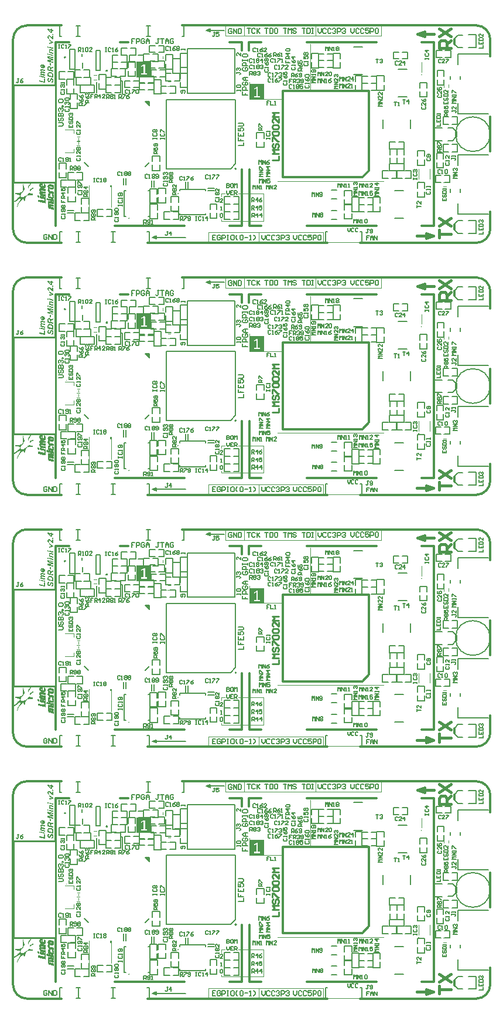
<source format=gto>
G04*
G04 #@! TF.GenerationSoftware,Altium Limited,Altium Designer,19.1.6 (110)*
G04*
G04 Layer_Color=65535*
%FSLAX44Y44*%
%MOMM*%
G71*
G01*
G75*
%ADD11C,0.3090*%
%ADD12C,0.2000*%
%ADD13C,0.3000*%
%ADD55C,0.4000*%
%ADD56C,0.1000*%
%ADD57C,0.1500*%
%ADD61C,0.2500*%
%ADD127C,0.1270*%
%ADD128C,0.2540*%
%ADD129C,0.0762*%
%ADD130C,0.0254*%
G36*
X55186Y1399027D02*
Y1400060D01*
X56556Y1399760D01*
Y1398750D01*
X58250Y1398390D01*
Y1396864D01*
X56556Y1397213D01*
Y1393945D01*
X55210Y1394221D01*
X49936Y1398726D01*
Y1400132D01*
X55186Y1399027D01*
D02*
G37*
G36*
X58250Y1392539D02*
Y1390929D01*
X56676Y1391241D01*
Y1392851D01*
X58250Y1392539D01*
D02*
G37*
G36*
X52303Y1390557D02*
X52435Y1390545D01*
X52579Y1390521D01*
X52748Y1390485D01*
X52928Y1390437D01*
X53120Y1390364D01*
X53144Y1390352D01*
X53204Y1390328D01*
X53300Y1390280D01*
X53432Y1390208D01*
X53589Y1390112D01*
X53769Y1389992D01*
X53961Y1389860D01*
X54165Y1389692D01*
X54177Y1389680D01*
X54237Y1389632D01*
X54321Y1389547D01*
X54441Y1389427D01*
X54598Y1389271D01*
X54790Y1389079D01*
X55006Y1388851D01*
X55258Y1388586D01*
X55271Y1388574D01*
X55294Y1388550D01*
X55319Y1388514D01*
X55367Y1388466D01*
X55487Y1388334D01*
X55643Y1388178D01*
X55799Y1388010D01*
X55955Y1387841D01*
X56100Y1387697D01*
X56220Y1387577D01*
X56232Y1387565D01*
X56268Y1387541D01*
X56316Y1387493D01*
X56376Y1387433D01*
X56460Y1387361D01*
X56556Y1387289D01*
X56760Y1387121D01*
Y1390004D01*
X58250Y1389692D01*
Y1384646D01*
X58238D01*
X58226D01*
X58190Y1384658D01*
X58142D01*
X58022Y1384682D01*
X57878Y1384718D01*
X57697Y1384766D01*
X57505Y1384826D01*
X57289Y1384898D01*
X57085Y1384994D01*
X57073D01*
X57061Y1385006D01*
X56989Y1385042D01*
X56880Y1385102D01*
X56748Y1385186D01*
X56592Y1385294D01*
X56424Y1385415D01*
X56244Y1385547D01*
X56063Y1385691D01*
X56039Y1385715D01*
X55967Y1385775D01*
X55919Y1385823D01*
X55859Y1385883D01*
X55775Y1385955D01*
X55691Y1386039D01*
X55583Y1386135D01*
X55475Y1386256D01*
X55343Y1386376D01*
X55210Y1386520D01*
X55054Y1386676D01*
X54886Y1386844D01*
X54706Y1387025D01*
X54514Y1387229D01*
X54502Y1387241D01*
X54478Y1387265D01*
X54441Y1387313D01*
X54381Y1387361D01*
X54249Y1387505D01*
X54081Y1387673D01*
X53901Y1387854D01*
X53733Y1388034D01*
X53576Y1388178D01*
X53516Y1388238D01*
X53468Y1388286D01*
X53444Y1388298D01*
X53396Y1388346D01*
X53312Y1388418D01*
X53204Y1388502D01*
X53084Y1388598D01*
X52952Y1388682D01*
X52820Y1388766D01*
X52699Y1388827D01*
X52687Y1388839D01*
X52639Y1388851D01*
X52579Y1388875D01*
X52507Y1388911D01*
X52411Y1388935D01*
X52315Y1388959D01*
X52207Y1388971D01*
X52111Y1388983D01*
X52087D01*
X52039D01*
X51967Y1388971D01*
X51870Y1388947D01*
X51762Y1388923D01*
X51642Y1388875D01*
X51534Y1388815D01*
X51426Y1388730D01*
X51414Y1388719D01*
X51390Y1388682D01*
X51342Y1388634D01*
X51294Y1388562D01*
X51246Y1388466D01*
X51198Y1388358D01*
X51174Y1388238D01*
X51162Y1388106D01*
Y1388046D01*
X51174Y1387974D01*
X51198Y1387878D01*
X51234Y1387769D01*
X51294Y1387661D01*
X51366Y1387541D01*
X51462Y1387433D01*
X51474Y1387421D01*
X51522Y1387385D01*
X51594Y1387337D01*
X51702Y1387277D01*
X51846Y1387205D01*
X52027Y1387133D01*
X52243Y1387061D01*
X52507Y1387000D01*
X52279Y1385415D01*
X52267D01*
X52231Y1385427D01*
X52171Y1385439D01*
X52087Y1385451D01*
X51991Y1385487D01*
X51883Y1385511D01*
X51762Y1385547D01*
X51630Y1385595D01*
X51342Y1385715D01*
X51041Y1385871D01*
X50765Y1386063D01*
X50633Y1386183D01*
X50513Y1386304D01*
X50501Y1386316D01*
X50489Y1386340D01*
X50453Y1386376D01*
X50417Y1386436D01*
X50369Y1386496D01*
X50321Y1386580D01*
X50261Y1386676D01*
X50201Y1386796D01*
X50140Y1386916D01*
X50080Y1387048D01*
X49984Y1387349D01*
X49912Y1387685D01*
X49900Y1387878D01*
X49888Y1388070D01*
Y1388178D01*
X49900Y1388262D01*
X49912Y1388358D01*
X49924Y1388478D01*
X49936Y1388598D01*
X49972Y1388730D01*
X50044Y1389031D01*
X50153Y1389331D01*
X50224Y1389487D01*
X50309Y1389632D01*
X50417Y1389764D01*
X50525Y1389896D01*
X50537Y1389908D01*
X50549Y1389920D01*
X50585Y1389956D01*
X50633Y1390004D01*
X50705Y1390052D01*
X50777Y1390112D01*
X50861Y1390172D01*
X50957Y1390232D01*
X51186Y1390352D01*
X51462Y1390461D01*
X51774Y1390545D01*
X51943Y1390557D01*
X52123Y1390569D01*
X52147D01*
X52207D01*
X52303Y1390557D01*
D02*
G37*
G36*
X58250Y1380945D02*
Y1379552D01*
X52219Y1378350D01*
Y1379948D01*
X54862Y1380357D01*
X54874D01*
X54910Y1380369D01*
X54958D01*
X55030Y1380381D01*
X55114Y1380393D01*
X55222Y1380417D01*
X55439Y1380453D01*
X55679Y1380489D01*
X55907Y1380525D01*
X56111Y1380549D01*
X56196Y1380561D01*
X56268Y1380573D01*
X56244Y1380585D01*
X56208Y1380609D01*
X56147Y1380645D01*
X56051Y1380693D01*
X55931Y1380765D01*
X55763Y1380849D01*
X55655Y1380909D01*
X55547Y1380969D01*
X55535D01*
X55523Y1380981D01*
X55451Y1381029D01*
X55343Y1381089D01*
X55210Y1381162D01*
X55078Y1381234D01*
X54958Y1381306D01*
X54850Y1381366D01*
X54778Y1381402D01*
X52219Y1382904D01*
Y1384658D01*
X58250Y1380945D01*
D02*
G37*
G36*
X51402Y1374167D02*
Y1372546D01*
X49936Y1372858D01*
Y1374468D01*
X51402Y1374167D01*
D02*
G37*
G36*
X58250Y1372726D02*
Y1371116D01*
X52219Y1372377D01*
Y1373999D01*
X58250Y1372726D01*
D02*
G37*
G36*
X53793Y1370443D02*
X53925Y1370419D01*
X54081Y1370395D01*
X54297Y1370359D01*
X54418Y1370335D01*
X54550Y1370311D01*
X54694Y1370275D01*
X54850Y1370239D01*
X58250Y1369506D01*
Y1367896D01*
X54838Y1368629D01*
X54826D01*
X54802Y1368641D01*
X54766D01*
X54718Y1368653D01*
X54586Y1368677D01*
X54441Y1368713D01*
X54285Y1368737D01*
X54129Y1368761D01*
X54009Y1368785D01*
X53961Y1368797D01*
X53925D01*
X53913D01*
X53877D01*
X53817Y1368785D01*
X53745Y1368773D01*
X53673Y1368749D01*
X53589Y1368713D01*
X53504Y1368665D01*
X53432Y1368605D01*
X53420Y1368593D01*
X53408Y1368569D01*
X53372Y1368533D01*
X53336Y1368473D01*
X53312Y1368401D01*
X53276Y1368317D01*
X53264Y1368208D01*
X53252Y1368088D01*
Y1368028D01*
X53264Y1367956D01*
X53288Y1367848D01*
X53324Y1367728D01*
X53384Y1367596D01*
X53456Y1367452D01*
X53552Y1367283D01*
X53565Y1367259D01*
X53612Y1367211D01*
X53673Y1367127D01*
X53769Y1367031D01*
X53877Y1366923D01*
X54009Y1366803D01*
X54165Y1366695D01*
X54345Y1366586D01*
X54357Y1366575D01*
X54418Y1366550D01*
X54514Y1366514D01*
X54586Y1366490D01*
X54658Y1366466D01*
X54754Y1366442D01*
X54850Y1366406D01*
X54970Y1366370D01*
X55102Y1366334D01*
X55247Y1366298D01*
X55415Y1366250D01*
X55595Y1366214D01*
X55787Y1366166D01*
X58250Y1365649D01*
Y1364039D01*
X52219Y1365301D01*
Y1366839D01*
X53012Y1366683D01*
Y1366695D01*
X52988Y1366707D01*
X52928Y1366779D01*
X52844Y1366899D01*
X52736Y1367043D01*
X52627Y1367211D01*
X52507Y1367392D01*
X52399Y1367584D01*
X52303Y1367776D01*
X52291Y1367800D01*
X52267Y1367860D01*
X52231Y1367968D01*
X52195Y1368100D01*
X52159Y1368257D01*
X52123Y1368437D01*
X52099Y1368629D01*
X52087Y1368833D01*
Y1368905D01*
X52099Y1368953D01*
X52111Y1369097D01*
X52135Y1369266D01*
X52195Y1369458D01*
X52267Y1369650D01*
X52375Y1369842D01*
X52519Y1370023D01*
X52543Y1370047D01*
X52591Y1370095D01*
X52687Y1370155D01*
X52820Y1370239D01*
X52988Y1370323D01*
X53180Y1370383D01*
X53396Y1370431D01*
X53649Y1370455D01*
X53661D01*
X53709D01*
X53793Y1370443D01*
D02*
G37*
G36*
X51402Y1363835D02*
Y1362213D01*
X49936Y1362526D01*
Y1364136D01*
X51402Y1363835D01*
D02*
G37*
G36*
X58250Y1362394D02*
Y1360784D01*
X52219Y1362045D01*
Y1363667D01*
X58250Y1362394D01*
D02*
G37*
G36*
Y1359078D02*
Y1357528D01*
X51354Y1358970D01*
X58250Y1355882D01*
Y1354260D01*
X51306Y1353948D01*
X58250Y1352638D01*
Y1351088D01*
X49936Y1352818D01*
Y1355257D01*
X55655Y1355522D01*
X49936Y1358129D01*
Y1360591D01*
X58250Y1359078D01*
D02*
G37*
G36*
X55039Y1350260D02*
Y1347100D01*
X53465Y1347413D01*
Y1350572D01*
X55039Y1350260D01*
D02*
G37*
G36*
X42792Y1348688D02*
X42960Y1348676D01*
X43141Y1348652D01*
X43501Y1348580D01*
Y1344495D01*
X43513D01*
X43561D01*
X43609Y1344483D01*
X43657D01*
X43669D01*
X43681D01*
X43753D01*
X43861Y1344507D01*
X44006Y1344531D01*
X44162Y1344567D01*
X44318Y1344627D01*
X44486Y1344711D01*
X44630Y1344819D01*
X44642Y1344831D01*
X44690Y1344879D01*
X44738Y1344951D01*
X44811Y1345059D01*
X44871Y1345179D01*
X44931Y1345324D01*
X44979Y1345492D01*
X44991Y1345672D01*
Y1345756D01*
X44979Y1345804D01*
X44967Y1345876D01*
X44943Y1345960D01*
X44883Y1346141D01*
X44847Y1346237D01*
X44787Y1346345D01*
X44714Y1346453D01*
X44630Y1346549D01*
X44534Y1346657D01*
X44426Y1346765D01*
X44294Y1346862D01*
X44150Y1346946D01*
X44390Y1348399D01*
X44402D01*
X44426Y1348375D01*
X44474Y1348351D01*
X44534Y1348315D01*
X44606Y1348279D01*
X44690Y1348219D01*
X44895Y1348099D01*
X45111Y1347931D01*
X45327Y1347726D01*
X45543Y1347498D01*
X45724Y1347246D01*
Y1347234D01*
X45748Y1347210D01*
X45760Y1347174D01*
X45796Y1347126D01*
X45820Y1347054D01*
X45856Y1346982D01*
X45940Y1346777D01*
X46024Y1346549D01*
X46084Y1346273D01*
X46132Y1345984D01*
X46156Y1345660D01*
Y1345540D01*
X46144Y1345456D01*
X46132Y1345348D01*
X46120Y1345228D01*
X46096Y1345095D01*
X46060Y1344951D01*
X45964Y1344639D01*
X45904Y1344471D01*
X45832Y1344303D01*
X45748Y1344146D01*
X45640Y1343978D01*
X45519Y1343822D01*
X45387Y1343678D01*
X45375Y1343666D01*
X45351Y1343642D01*
X45303Y1343606D01*
X45243Y1343558D01*
X45171Y1343497D01*
X45075Y1343437D01*
X44967Y1343365D01*
X44847Y1343305D01*
X44703Y1343233D01*
X44558Y1343161D01*
X44390Y1343101D01*
X44210Y1343041D01*
X44018Y1342993D01*
X43801Y1342957D01*
X43585Y1342933D01*
X43357Y1342921D01*
X43345D01*
X43297D01*
X43237D01*
X43153Y1342933D01*
X43045Y1342945D01*
X42912Y1342957D01*
X42768Y1342981D01*
X42612Y1343005D01*
X42276Y1343089D01*
X42095Y1343149D01*
X41903Y1343209D01*
X41711Y1343293D01*
X41519Y1343377D01*
X41326Y1343486D01*
X41146Y1343606D01*
X41134Y1343618D01*
X41086Y1343654D01*
X41026Y1343702D01*
X40942Y1343774D01*
X40846Y1343882D01*
X40726Y1343990D01*
X40618Y1344134D01*
X40486Y1344290D01*
X40365Y1344471D01*
X40245Y1344675D01*
X40137Y1344891D01*
X40041Y1345131D01*
X39957Y1345384D01*
X39897Y1345660D01*
X39849Y1345960D01*
X39837Y1346273D01*
Y1346381D01*
X39849Y1346453D01*
X39861Y1346549D01*
X39873Y1346657D01*
X39897Y1346777D01*
X39921Y1346909D01*
X40005Y1347198D01*
X40053Y1347342D01*
X40125Y1347486D01*
X40209Y1347630D01*
X40293Y1347775D01*
X40401Y1347907D01*
X40522Y1348039D01*
X40534Y1348051D01*
X40558Y1348063D01*
X40594Y1348099D01*
X40642Y1348147D01*
X40714Y1348195D01*
X40798Y1348243D01*
X40906Y1348303D01*
X41014Y1348375D01*
X41146Y1348435D01*
X41290Y1348495D01*
X41447Y1348544D01*
X41627Y1348591D01*
X41807Y1348640D01*
X42011Y1348676D01*
X42216Y1348688D01*
X42444Y1348700D01*
X42456D01*
X42468D01*
X42540D01*
X42660D01*
X42792Y1348688D01*
D02*
G37*
G36*
X41399Y1342032D02*
X41507Y1342020D01*
X41651Y1342008D01*
X41843Y1341972D01*
X42071Y1341936D01*
X42336Y1341876D01*
X46000Y1341083D01*
Y1339473D01*
X42336Y1340254D01*
X42324D01*
X42300Y1340266D01*
X42276D01*
X42228Y1340278D01*
X42107Y1340302D01*
X41975Y1340326D01*
X41843Y1340350D01*
X41711Y1340374D01*
X41615Y1340398D01*
X41579D01*
X41555D01*
X41543D01*
X41507D01*
X41471Y1340386D01*
X41411Y1340374D01*
X41279Y1340338D01*
X41218Y1340290D01*
X41158Y1340242D01*
X41146Y1340230D01*
X41134Y1340218D01*
X41110Y1340182D01*
X41074Y1340134D01*
X41050Y1340074D01*
X41026Y1339989D01*
X41014Y1339905D01*
X41002Y1339797D01*
Y1339737D01*
X41014Y1339689D01*
X41038Y1339569D01*
X41086Y1339425D01*
X41158Y1339256D01*
X41279Y1339064D01*
X41350Y1338968D01*
X41435Y1338872D01*
X41531Y1338788D01*
X41651Y1338692D01*
X41675Y1338680D01*
X41699Y1338656D01*
X41735Y1338632D01*
X41795Y1338608D01*
X41855Y1338572D01*
X41939Y1338524D01*
X42023Y1338488D01*
X42132Y1338439D01*
X42252Y1338392D01*
X42384Y1338343D01*
X42528Y1338295D01*
X42684Y1338235D01*
X42864Y1338187D01*
X43057Y1338139D01*
X43273Y1338091D01*
X46000Y1337514D01*
Y1335905D01*
X42372Y1336661D01*
X42360D01*
X42348Y1336673D01*
X42264Y1336685D01*
X42155Y1336709D01*
X42035Y1336734D01*
X41891Y1336758D01*
X41759Y1336770D01*
X41639Y1336794D01*
X41555D01*
X41543D01*
X41519D01*
X41471Y1336782D01*
X41411Y1336770D01*
X41290Y1336721D01*
X41218Y1336685D01*
X41158Y1336625D01*
X41146Y1336613D01*
X41134Y1336601D01*
X41110Y1336565D01*
X41074Y1336517D01*
X41050Y1336445D01*
X41026Y1336373D01*
X41014Y1336289D01*
X41002Y1336181D01*
Y1336133D01*
X41014Y1336085D01*
X41026Y1336013D01*
X41038Y1335929D01*
X41074Y1335833D01*
X41110Y1335736D01*
X41170Y1335628D01*
X41182Y1335616D01*
X41194Y1335580D01*
X41230Y1335520D01*
X41279Y1335460D01*
X41339Y1335376D01*
X41423Y1335292D01*
X41507Y1335208D01*
X41603Y1335124D01*
X41615Y1335112D01*
X41651Y1335088D01*
X41711Y1335052D01*
X41795Y1335004D01*
X41891Y1334943D01*
X42023Y1334883D01*
X42155Y1334823D01*
X42312Y1334763D01*
X42324D01*
X42360Y1334751D01*
X42420Y1334727D01*
X42504Y1334703D01*
X42624Y1334679D01*
X42792Y1334631D01*
X42984Y1334583D01*
X43105Y1334559D01*
X43237Y1334523D01*
X46000Y1333946D01*
Y1332336D01*
X39969Y1333598D01*
Y1335124D01*
X40702Y1334979D01*
X40690Y1334991D01*
X40666Y1335016D01*
X40618Y1335063D01*
X40570Y1335136D01*
X40497Y1335220D01*
X40425Y1335316D01*
X40353Y1335424D01*
X40269Y1335556D01*
X40113Y1335845D01*
X39969Y1336157D01*
X39921Y1336337D01*
X39873Y1336505D01*
X39849Y1336698D01*
X39837Y1336878D01*
Y1336986D01*
X39849Y1337118D01*
X39873Y1337262D01*
X39909Y1337430D01*
X39957Y1337611D01*
X40029Y1337779D01*
X40125Y1337923D01*
X40137Y1337935D01*
X40173Y1337983D01*
X40245Y1338043D01*
X40329Y1338127D01*
X40437Y1338199D01*
X40582Y1338283D01*
X40726Y1338355D01*
X40906Y1338403D01*
X40882Y1338416D01*
X40834Y1338464D01*
X40750Y1338536D01*
X40642Y1338632D01*
X40522Y1338764D01*
X40401Y1338908D01*
X40269Y1339088D01*
X40149Y1339292D01*
Y1339305D01*
X40137Y1339317D01*
X40125Y1339353D01*
X40101Y1339401D01*
X40053Y1339509D01*
X39993Y1339665D01*
X39933Y1339845D01*
X39885Y1340061D01*
X39849Y1340278D01*
X39837Y1340518D01*
Y1340638D01*
X39861Y1340770D01*
X39885Y1340927D01*
X39933Y1341107D01*
X40005Y1341299D01*
X40101Y1341479D01*
X40233Y1341635D01*
X40245Y1341647D01*
X40305Y1341695D01*
X40389Y1341767D01*
X40510Y1341840D01*
X40654Y1341912D01*
X40822Y1341984D01*
X41026Y1342032D01*
X41254Y1342044D01*
X41266D01*
X41315D01*
X41399Y1342032D01*
D02*
G37*
G36*
X52303Y1346117D02*
X52387Y1346105D01*
X52495Y1346093D01*
X52615Y1346081D01*
X52736Y1346044D01*
X53012Y1345972D01*
X53312Y1345864D01*
X53456Y1345792D01*
X53601Y1345708D01*
X53745Y1345600D01*
X53877Y1345492D01*
X53889Y1345480D01*
X53901Y1345468D01*
X53937Y1345420D01*
X53985Y1345372D01*
X54045Y1345300D01*
X54105Y1345228D01*
X54165Y1345131D01*
X54237Y1345011D01*
X54309Y1344891D01*
X54381Y1344747D01*
X54454Y1344591D01*
X54526Y1344411D01*
X54586Y1344230D01*
X54634Y1344026D01*
X54682Y1343798D01*
X54718Y1343570D01*
X54730Y1343582D01*
X54766Y1343630D01*
X54838Y1343690D01*
X54922Y1343774D01*
X55042Y1343858D01*
X55174Y1343966D01*
X55331Y1344074D01*
X55499Y1344182D01*
X55511Y1344194D01*
X55547Y1344206D01*
X55595Y1344242D01*
X55679Y1344278D01*
X55775Y1344339D01*
X55895Y1344399D01*
X56039Y1344471D01*
X56208Y1344555D01*
X56388Y1344651D01*
X56592Y1344747D01*
X56820Y1344855D01*
X57073Y1344963D01*
X57337Y1345083D01*
X57625Y1345204D01*
X57926Y1345336D01*
X58250Y1345468D01*
Y1343630D01*
X58238D01*
X58214Y1343618D01*
X58178Y1343606D01*
X58118Y1343582D01*
X58046Y1343558D01*
X57950Y1343522D01*
X57842Y1343486D01*
X57709Y1343437D01*
X57565Y1343377D01*
X57409Y1343317D01*
X57229Y1343245D01*
X57037Y1343161D01*
X56820Y1343077D01*
X56580Y1342981D01*
X56328Y1342873D01*
X56063Y1342753D01*
X56051D01*
X56027Y1342741D01*
X55991Y1342717D01*
X55931Y1342693D01*
X55799Y1342621D01*
X55631Y1342524D01*
X55451Y1342416D01*
X55271Y1342296D01*
X55102Y1342152D01*
X55042Y1342080D01*
X54982Y1342008D01*
X54970Y1341996D01*
X54958Y1341960D01*
X54934Y1341900D01*
X54898Y1341815D01*
X54862Y1341695D01*
X54838Y1341551D01*
X54826Y1341371D01*
X54814Y1341155D01*
Y1340458D01*
X58250Y1339737D01*
Y1338043D01*
X49936Y1339785D01*
Y1343702D01*
X49948Y1343786D01*
X49960Y1344002D01*
X49984Y1344242D01*
X50020Y1344483D01*
X50068Y1344723D01*
X50140Y1344939D01*
Y1344951D01*
X50153Y1344963D01*
X50177Y1345023D01*
X50224Y1345119D01*
X50297Y1345240D01*
X50405Y1345384D01*
X50525Y1345528D01*
X50681Y1345660D01*
X50861Y1345792D01*
X50885Y1345804D01*
X50957Y1345840D01*
X51066Y1345900D01*
X51210Y1345960D01*
X51390Y1346021D01*
X51606Y1346081D01*
X51859Y1346117D01*
X52123Y1346129D01*
X52135D01*
X52171D01*
X52219D01*
X52303Y1346117D01*
D02*
G37*
G36*
X39152Y1332204D02*
Y1330582D01*
X37686Y1330895D01*
Y1332504D01*
X39152Y1332204D01*
D02*
G37*
G36*
X53612Y1337551D02*
X53733D01*
X53865Y1337538D01*
X54021Y1337514D01*
X54189Y1337502D01*
X54369Y1337466D01*
X54562Y1337442D01*
X54958Y1337346D01*
X55367Y1337214D01*
X55571Y1337142D01*
X55775Y1337046D01*
X55787D01*
X55823Y1337022D01*
X55871Y1336998D01*
X55943Y1336950D01*
X56039Y1336902D01*
X56136Y1336842D01*
X56376Y1336685D01*
X56640Y1336505D01*
X56916Y1336277D01*
X57181Y1336025D01*
X57433Y1335748D01*
Y1335736D01*
X57457Y1335724D01*
X57481Y1335688D01*
X57505Y1335640D01*
X57553Y1335580D01*
X57589Y1335508D01*
X57697Y1335328D01*
X57806Y1335112D01*
X57926Y1334847D01*
X58034Y1334547D01*
X58130Y1334211D01*
Y1334187D01*
X58142Y1334151D01*
X58154Y1334114D01*
Y1334054D01*
X58166Y1333982D01*
X58178Y1333898D01*
X58190Y1333802D01*
X58202Y1333694D01*
X58214Y1333574D01*
X58226Y1333442D01*
Y1333285D01*
X58238Y1333129D01*
X58250Y1332949D01*
Y1329633D01*
X49936Y1331375D01*
Y1334114D01*
X49948Y1334319D01*
Y1334523D01*
X49960Y1334691D01*
Y1334751D01*
X49972Y1334811D01*
Y1334835D01*
X49984Y1334895D01*
X49996Y1334991D01*
X50020Y1335124D01*
X50044Y1335268D01*
X50080Y1335424D01*
X50188Y1335736D01*
X50201Y1335760D01*
X50212Y1335808D01*
X50249Y1335880D01*
X50297Y1335989D01*
X50369Y1336097D01*
X50441Y1336229D01*
X50525Y1336349D01*
X50633Y1336481D01*
X50645Y1336493D01*
X50681Y1336541D01*
X50741Y1336601D01*
X50825Y1336685D01*
X50921Y1336770D01*
X51041Y1336866D01*
X51174Y1336962D01*
X51318Y1337058D01*
X51330Y1337070D01*
X51390Y1337094D01*
X51474Y1337142D01*
X51582Y1337190D01*
X51714Y1337250D01*
X51870Y1337322D01*
X52051Y1337382D01*
X52243Y1337430D01*
X52267Y1337442D01*
X52339Y1337454D01*
X52447Y1337478D01*
X52579Y1337502D01*
X52748Y1337527D01*
X52952Y1337538D01*
X53156Y1337563D01*
X53384D01*
X53396D01*
X53444D01*
X53516D01*
X53612Y1337551D01*
D02*
G37*
G36*
X46000Y1330762D02*
Y1329153D01*
X39969Y1330414D01*
Y1332036D01*
X46000Y1330762D01*
D02*
G37*
G36*
Y1328059D02*
Y1322100D01*
X37686Y1323842D01*
Y1325548D01*
X44606Y1324095D01*
Y1328348D01*
X46000Y1328059D01*
D02*
G37*
G36*
X52375Y1327615D02*
X52363D01*
X52351D01*
X52279Y1327603D01*
X52171Y1327567D01*
X52039Y1327531D01*
X51894Y1327471D01*
X51738Y1327399D01*
X51594Y1327302D01*
X51462Y1327170D01*
X51450Y1327158D01*
X51414Y1327098D01*
X51354Y1327014D01*
X51294Y1326894D01*
X51246Y1326750D01*
X51186Y1326557D01*
X51150Y1326329D01*
X51138Y1326077D01*
Y1325957D01*
X51150Y1325837D01*
X51174Y1325681D01*
X51198Y1325524D01*
X51246Y1325356D01*
X51306Y1325200D01*
X51390Y1325068D01*
X51402Y1325056D01*
X51438Y1325020D01*
X51486Y1324972D01*
X51558Y1324924D01*
X51654Y1324863D01*
X51762Y1324815D01*
X51894Y1324779D01*
X52027Y1324767D01*
X52039D01*
X52087D01*
X52147Y1324779D01*
X52231Y1324803D01*
X52327Y1324839D01*
X52423Y1324888D01*
X52519Y1324948D01*
X52615Y1325044D01*
X52627Y1325056D01*
X52663Y1325104D01*
X52712Y1325176D01*
X52784Y1325296D01*
X52832Y1325380D01*
X52880Y1325464D01*
X52940Y1325560D01*
X53000Y1325681D01*
X53060Y1325801D01*
X53132Y1325945D01*
X53204Y1326101D01*
X53276Y1326269D01*
X53288Y1326281D01*
X53300Y1326329D01*
X53336Y1326401D01*
X53372Y1326497D01*
X53432Y1326618D01*
X53492Y1326750D01*
X53637Y1327038D01*
X53793Y1327350D01*
X53961Y1327651D01*
X54045Y1327795D01*
X54129Y1327915D01*
X54213Y1328023D01*
X54285Y1328107D01*
X54297Y1328119D01*
X54309Y1328131D01*
X54345Y1328167D01*
X54381Y1328203D01*
X54514Y1328300D01*
X54682Y1328408D01*
X54886Y1328516D01*
X55138Y1328600D01*
X55427Y1328672D01*
X55571Y1328684D01*
X55739Y1328696D01*
X55751D01*
X55787D01*
X55847D01*
X55919Y1328684D01*
X56015Y1328672D01*
X56136Y1328648D01*
X56256Y1328624D01*
X56388Y1328588D01*
X56532Y1328540D01*
X56688Y1328480D01*
X56844Y1328408D01*
X57000Y1328324D01*
X57157Y1328228D01*
X57325Y1328107D01*
X57469Y1327975D01*
X57625Y1327819D01*
X57637Y1327807D01*
X57661Y1327783D01*
X57697Y1327723D01*
X57745Y1327663D01*
X57806Y1327567D01*
X57878Y1327459D01*
X57938Y1327338D01*
X58010Y1327182D01*
X58094Y1327026D01*
X58154Y1326846D01*
X58226Y1326642D01*
X58286Y1326425D01*
X58334Y1326197D01*
X58370Y1325945D01*
X58394Y1325681D01*
X58406Y1325392D01*
Y1325212D01*
X58394Y1325116D01*
X58382Y1325008D01*
Y1324888D01*
X58358Y1324755D01*
X58322Y1324467D01*
X58262Y1324155D01*
X58178Y1323830D01*
X58058Y1323530D01*
Y1323518D01*
X58046Y1323494D01*
X58022Y1323458D01*
X57986Y1323398D01*
X57914Y1323266D01*
X57793Y1323097D01*
X57661Y1322917D01*
X57481Y1322737D01*
X57289Y1322569D01*
X57061Y1322425D01*
X57049D01*
X57037Y1322413D01*
X57000Y1322401D01*
X56940Y1322377D01*
X56880Y1322352D01*
X56808Y1322328D01*
X56628Y1322268D01*
X56412Y1322208D01*
X56160Y1322160D01*
X55883Y1322136D01*
X55583Y1322124D01*
X55487Y1323758D01*
X55499D01*
X55523D01*
X55559D01*
X55607Y1323770D01*
X55751Y1323782D01*
X55907Y1323806D01*
X56087Y1323830D01*
X56268Y1323878D01*
X56424Y1323938D01*
X56544Y1324023D01*
X56568Y1324046D01*
X56616Y1324095D01*
X56676Y1324191D01*
X56760Y1324335D01*
X56796Y1324419D01*
X56844Y1324527D01*
X56880Y1324635D01*
X56904Y1324767D01*
X56940Y1324899D01*
X56953Y1325056D01*
X56976Y1325224D01*
Y1325536D01*
X56965Y1325608D01*
Y1325692D01*
X56940Y1325873D01*
X56904Y1326065D01*
X56844Y1326269D01*
X56772Y1326461D01*
X56676Y1326618D01*
X56664Y1326630D01*
X56628Y1326678D01*
X56556Y1326738D01*
X56472Y1326810D01*
X56364Y1326882D01*
X56244Y1326942D01*
X56111Y1326990D01*
X55955Y1327002D01*
X55943D01*
X55895D01*
X55823Y1326990D01*
X55739Y1326966D01*
X55643Y1326930D01*
X55535Y1326870D01*
X55427Y1326798D01*
X55331Y1326690D01*
X55319Y1326678D01*
X55294Y1326642D01*
X55247Y1326570D01*
X55186Y1326461D01*
X55138Y1326389D01*
X55090Y1326305D01*
X55042Y1326209D01*
X54994Y1326101D01*
X54934Y1325969D01*
X54862Y1325837D01*
X54790Y1325668D01*
X54718Y1325500D01*
Y1325488D01*
X54694Y1325452D01*
X54682Y1325404D01*
X54646Y1325344D01*
X54610Y1325260D01*
X54574Y1325164D01*
X54478Y1324960D01*
X54357Y1324731D01*
X54249Y1324491D01*
X54129Y1324275D01*
X54069Y1324167D01*
X54021Y1324083D01*
X54009Y1324059D01*
X53973Y1324010D01*
X53901Y1323926D01*
X53817Y1323830D01*
X53721Y1323722D01*
X53589Y1323602D01*
X53444Y1323494D01*
X53288Y1323386D01*
X53264Y1323374D01*
X53204Y1323350D01*
X53108Y1323302D01*
X52988Y1323266D01*
X52832Y1323217D01*
X52651Y1323170D01*
X52447Y1323145D01*
X52231Y1323133D01*
X52219D01*
X52183D01*
X52123D01*
X52051Y1323145D01*
X51967Y1323158D01*
X51859Y1323170D01*
X51738Y1323194D01*
X51618Y1323230D01*
X51342Y1323314D01*
X51198Y1323386D01*
X51041Y1323458D01*
X50897Y1323542D01*
X50753Y1323638D01*
X50609Y1323758D01*
X50477Y1323890D01*
X50465Y1323902D01*
X50441Y1323926D01*
X50417Y1323974D01*
X50369Y1324034D01*
X50321Y1324107D01*
X50261Y1324203D01*
X50188Y1324323D01*
X50128Y1324455D01*
X50068Y1324599D01*
X49996Y1324755D01*
X49936Y1324936D01*
X49888Y1325140D01*
X49840Y1325356D01*
X49804Y1325584D01*
X49792Y1325825D01*
X49780Y1326089D01*
Y1326233D01*
X49792Y1326329D01*
X49804Y1326449D01*
X49816Y1326593D01*
X49840Y1326750D01*
X49864Y1326918D01*
X49948Y1327290D01*
X50008Y1327483D01*
X50068Y1327663D01*
X50153Y1327855D01*
X50249Y1328035D01*
X50357Y1328203D01*
X50477Y1328360D01*
X50489Y1328372D01*
X50513Y1328396D01*
X50549Y1328432D01*
X50597Y1328492D01*
X50669Y1328552D01*
X50753Y1328624D01*
X50849Y1328696D01*
X50957Y1328768D01*
X51090Y1328852D01*
X51222Y1328936D01*
X51378Y1329008D01*
X51534Y1329081D01*
X51714Y1329140D01*
X51894Y1329189D01*
X52099Y1329225D01*
X52303Y1329249D01*
X52375Y1327615D01*
D02*
G37*
G36*
X197250Y1288950D02*
X191500Y1294700D01*
X191750Y1294950D01*
X197250Y1294950D01*
Y1288950D01*
D02*
G37*
G36*
X142250Y1172350D02*
X140250D01*
Y1174350D01*
X142250D01*
Y1172350D01*
D02*
G37*
G36*
X55186Y1035327D02*
Y1036360D01*
X56556Y1036059D01*
Y1035050D01*
X58250Y1034690D01*
Y1033164D01*
X56556Y1033512D01*
Y1030245D01*
X55210Y1030521D01*
X49936Y1035026D01*
Y1036432D01*
X55186Y1035327D01*
D02*
G37*
G36*
X58250Y1028839D02*
Y1027229D01*
X56676Y1027541D01*
Y1029151D01*
X58250Y1028839D01*
D02*
G37*
G36*
X52303Y1026857D02*
X52435Y1026845D01*
X52579Y1026821D01*
X52748Y1026785D01*
X52928Y1026737D01*
X53120Y1026664D01*
X53144Y1026652D01*
X53204Y1026628D01*
X53300Y1026580D01*
X53432Y1026508D01*
X53589Y1026412D01*
X53769Y1026292D01*
X53961Y1026160D01*
X54165Y1025992D01*
X54177Y1025980D01*
X54237Y1025931D01*
X54321Y1025847D01*
X54441Y1025727D01*
X54598Y1025571D01*
X54790Y1025379D01*
X55006Y1025151D01*
X55258Y1024886D01*
X55271Y1024874D01*
X55294Y1024850D01*
X55319Y1024814D01*
X55367Y1024766D01*
X55487Y1024634D01*
X55643Y1024478D01*
X55799Y1024310D01*
X55955Y1024141D01*
X56100Y1023997D01*
X56220Y1023877D01*
X56232Y1023865D01*
X56268Y1023841D01*
X56316Y1023793D01*
X56376Y1023733D01*
X56460Y1023661D01*
X56556Y1023589D01*
X56760Y1023420D01*
Y1026304D01*
X58250Y1025992D01*
Y1020946D01*
X58238D01*
X58226D01*
X58190Y1020958D01*
X58142D01*
X58022Y1020982D01*
X57878Y1021018D01*
X57697Y1021066D01*
X57505Y1021126D01*
X57289Y1021198D01*
X57085Y1021294D01*
X57073D01*
X57061Y1021306D01*
X56989Y1021342D01*
X56880Y1021402D01*
X56748Y1021486D01*
X56592Y1021594D01*
X56424Y1021714D01*
X56244Y1021847D01*
X56063Y1021991D01*
X56039Y1022015D01*
X55967Y1022075D01*
X55919Y1022123D01*
X55859Y1022183D01*
X55775Y1022255D01*
X55691Y1022339D01*
X55583Y1022435D01*
X55475Y1022555D01*
X55343Y1022676D01*
X55210Y1022820D01*
X55054Y1022976D01*
X54886Y1023144D01*
X54706Y1023324D01*
X54514Y1023529D01*
X54502Y1023541D01*
X54478Y1023565D01*
X54441Y1023613D01*
X54381Y1023661D01*
X54249Y1023805D01*
X54081Y1023973D01*
X53901Y1024153D01*
X53733Y1024334D01*
X53576Y1024478D01*
X53516Y1024538D01*
X53468Y1024586D01*
X53444Y1024598D01*
X53396Y1024646D01*
X53312Y1024718D01*
X53204Y1024802D01*
X53084Y1024898D01*
X52952Y1024982D01*
X52820Y1025067D01*
X52699Y1025127D01*
X52687Y1025139D01*
X52639Y1025151D01*
X52579Y1025175D01*
X52507Y1025211D01*
X52411Y1025235D01*
X52315Y1025259D01*
X52207Y1025271D01*
X52111Y1025283D01*
X52087D01*
X52039D01*
X51967Y1025271D01*
X51870Y1025247D01*
X51762Y1025223D01*
X51642Y1025175D01*
X51534Y1025115D01*
X51426Y1025030D01*
X51414Y1025018D01*
X51390Y1024982D01*
X51342Y1024934D01*
X51294Y1024862D01*
X51246Y1024766D01*
X51198Y1024658D01*
X51174Y1024538D01*
X51162Y1024406D01*
Y1024346D01*
X51174Y1024274D01*
X51198Y1024177D01*
X51234Y1024069D01*
X51294Y1023961D01*
X51366Y1023841D01*
X51462Y1023733D01*
X51474Y1023721D01*
X51522Y1023685D01*
X51594Y1023637D01*
X51702Y1023577D01*
X51846Y1023505D01*
X52027Y1023432D01*
X52243Y1023361D01*
X52507Y1023300D01*
X52279Y1021714D01*
X52267D01*
X52231Y1021727D01*
X52171Y1021739D01*
X52087Y1021751D01*
X51991Y1021787D01*
X51883Y1021811D01*
X51762Y1021847D01*
X51630Y1021895D01*
X51342Y1022015D01*
X51041Y1022171D01*
X50765Y1022363D01*
X50633Y1022483D01*
X50513Y1022604D01*
X50501Y1022616D01*
X50489Y1022640D01*
X50453Y1022676D01*
X50417Y1022736D01*
X50369Y1022796D01*
X50321Y1022880D01*
X50261Y1022976D01*
X50201Y1023096D01*
X50140Y1023216D01*
X50080Y1023348D01*
X49984Y1023649D01*
X49912Y1023985D01*
X49900Y1024177D01*
X49888Y1024370D01*
Y1024478D01*
X49900Y1024562D01*
X49912Y1024658D01*
X49924Y1024778D01*
X49936Y1024898D01*
X49972Y1025030D01*
X50044Y1025331D01*
X50153Y1025631D01*
X50224Y1025787D01*
X50309Y1025931D01*
X50417Y1026064D01*
X50525Y1026196D01*
X50537Y1026208D01*
X50549Y1026220D01*
X50585Y1026256D01*
X50633Y1026304D01*
X50705Y1026352D01*
X50777Y1026412D01*
X50861Y1026472D01*
X50957Y1026532D01*
X51186Y1026652D01*
X51462Y1026760D01*
X51774Y1026845D01*
X51943Y1026857D01*
X52123Y1026869D01*
X52147D01*
X52207D01*
X52303Y1026857D01*
D02*
G37*
G36*
X58250Y1017245D02*
Y1015852D01*
X52219Y1014650D01*
Y1016248D01*
X54862Y1016656D01*
X54874D01*
X54910Y1016669D01*
X54958D01*
X55030Y1016681D01*
X55114Y1016693D01*
X55222Y1016717D01*
X55439Y1016753D01*
X55679Y1016789D01*
X55907Y1016825D01*
X56111Y1016849D01*
X56196Y1016861D01*
X56268Y1016873D01*
X56244Y1016885D01*
X56208Y1016909D01*
X56147Y1016945D01*
X56051Y1016993D01*
X55931Y1017065D01*
X55763Y1017149D01*
X55655Y1017209D01*
X55547Y1017269D01*
X55535D01*
X55523Y1017281D01*
X55451Y1017329D01*
X55343Y1017389D01*
X55210Y1017461D01*
X55078Y1017534D01*
X54958Y1017606D01*
X54850Y1017666D01*
X54778Y1017702D01*
X52219Y1019203D01*
Y1020958D01*
X58250Y1017245D01*
D02*
G37*
G36*
X51402Y1010467D02*
Y1008846D01*
X49936Y1009158D01*
Y1010768D01*
X51402Y1010467D01*
D02*
G37*
G36*
X58250Y1009026D02*
Y1007416D01*
X52219Y1008677D01*
Y1010299D01*
X58250Y1009026D01*
D02*
G37*
G36*
X53793Y1006743D02*
X53925Y1006719D01*
X54081Y1006695D01*
X54297Y1006659D01*
X54418Y1006635D01*
X54550Y1006611D01*
X54694Y1006575D01*
X54850Y1006539D01*
X58250Y1005806D01*
Y1004196D01*
X54838Y1004929D01*
X54826D01*
X54802Y1004941D01*
X54766D01*
X54718Y1004953D01*
X54586Y1004977D01*
X54441Y1005013D01*
X54285Y1005037D01*
X54129Y1005061D01*
X54009Y1005085D01*
X53961Y1005097D01*
X53925D01*
X53913D01*
X53877D01*
X53817Y1005085D01*
X53745Y1005073D01*
X53673Y1005049D01*
X53589Y1005013D01*
X53504Y1004965D01*
X53432Y1004905D01*
X53420Y1004893D01*
X53408Y1004869D01*
X53372Y1004833D01*
X53336Y1004773D01*
X53312Y1004701D01*
X53276Y1004616D01*
X53264Y1004508D01*
X53252Y1004388D01*
Y1004328D01*
X53264Y1004256D01*
X53288Y1004148D01*
X53324Y1004028D01*
X53384Y1003896D01*
X53456Y1003752D01*
X53552Y1003583D01*
X53565Y1003559D01*
X53612Y1003511D01*
X53673Y1003427D01*
X53769Y1003331D01*
X53877Y1003223D01*
X54009Y1003103D01*
X54165Y1002995D01*
X54345Y1002887D01*
X54357Y1002875D01*
X54418Y1002850D01*
X54514Y1002814D01*
X54586Y1002790D01*
X54658Y1002766D01*
X54754Y1002742D01*
X54850Y1002706D01*
X54970Y1002670D01*
X55102Y1002634D01*
X55247Y1002598D01*
X55415Y1002550D01*
X55595Y1002514D01*
X55787Y1002466D01*
X58250Y1001949D01*
Y1000340D01*
X52219Y1001601D01*
Y1003139D01*
X53012Y1002983D01*
Y1002995D01*
X52988Y1003007D01*
X52928Y1003079D01*
X52844Y1003199D01*
X52736Y1003343D01*
X52627Y1003511D01*
X52507Y1003691D01*
X52399Y1003884D01*
X52303Y1004076D01*
X52291Y1004100D01*
X52267Y1004160D01*
X52231Y1004268D01*
X52195Y1004400D01*
X52159Y1004557D01*
X52123Y1004737D01*
X52099Y1004929D01*
X52087Y1005133D01*
Y1005205D01*
X52099Y1005253D01*
X52111Y1005397D01*
X52135Y1005566D01*
X52195Y1005758D01*
X52267Y1005950D01*
X52375Y1006142D01*
X52519Y1006322D01*
X52543Y1006347D01*
X52591Y1006395D01*
X52687Y1006455D01*
X52820Y1006539D01*
X52988Y1006623D01*
X53180Y1006683D01*
X53396Y1006731D01*
X53649Y1006755D01*
X53661D01*
X53709D01*
X53793Y1006743D01*
D02*
G37*
G36*
X51402Y1000135D02*
Y998513D01*
X49936Y998826D01*
Y1000436D01*
X51402Y1000135D01*
D02*
G37*
G36*
X58250Y998693D02*
Y997084D01*
X52219Y998345D01*
Y999967D01*
X58250Y998693D01*
D02*
G37*
G36*
Y995378D02*
Y993828D01*
X51354Y995269D01*
X58250Y992182D01*
Y990560D01*
X51306Y990247D01*
X58250Y988938D01*
Y987388D01*
X49936Y989118D01*
Y991557D01*
X55655Y991821D01*
X49936Y994428D01*
Y996891D01*
X58250Y995378D01*
D02*
G37*
G36*
X55039Y986560D02*
Y983400D01*
X53465Y983712D01*
Y986872D01*
X55039Y986560D01*
D02*
G37*
G36*
X42792Y984988D02*
X42960Y984976D01*
X43141Y984951D01*
X43501Y984880D01*
Y980795D01*
X43513D01*
X43561D01*
X43609Y980783D01*
X43657D01*
X43669D01*
X43681D01*
X43753D01*
X43861Y980807D01*
X44006Y980831D01*
X44162Y980867D01*
X44318Y980927D01*
X44486Y981011D01*
X44630Y981119D01*
X44642Y981131D01*
X44690Y981179D01*
X44738Y981251D01*
X44811Y981359D01*
X44871Y981479D01*
X44931Y981624D01*
X44979Y981792D01*
X44991Y981972D01*
Y982056D01*
X44979Y982104D01*
X44967Y982176D01*
X44943Y982260D01*
X44883Y982441D01*
X44847Y982537D01*
X44787Y982645D01*
X44714Y982753D01*
X44630Y982849D01*
X44534Y982957D01*
X44426Y983065D01*
X44294Y983161D01*
X44150Y983245D01*
X44390Y984699D01*
X44402D01*
X44426Y984675D01*
X44474Y984651D01*
X44534Y984615D01*
X44606Y984579D01*
X44690Y984519D01*
X44895Y984399D01*
X45111Y984231D01*
X45327Y984026D01*
X45543Y983798D01*
X45724Y983546D01*
Y983534D01*
X45748Y983510D01*
X45760Y983474D01*
X45796Y983426D01*
X45820Y983354D01*
X45856Y983282D01*
X45940Y983077D01*
X46024Y982849D01*
X46084Y982573D01*
X46132Y982284D01*
X46156Y981960D01*
Y981840D01*
X46144Y981756D01*
X46132Y981648D01*
X46120Y981527D01*
X46096Y981395D01*
X46060Y981251D01*
X45964Y980939D01*
X45904Y980771D01*
X45832Y980602D01*
X45748Y980446D01*
X45640Y980278D01*
X45519Y980122D01*
X45387Y979978D01*
X45375Y979966D01*
X45351Y979942D01*
X45303Y979906D01*
X45243Y979857D01*
X45171Y979798D01*
X45075Y979737D01*
X44967Y979665D01*
X44847Y979605D01*
X44703Y979533D01*
X44558Y979461D01*
X44390Y979401D01*
X44210Y979341D01*
X44018Y979293D01*
X43801Y979257D01*
X43585Y979233D01*
X43357Y979221D01*
X43345D01*
X43297D01*
X43237D01*
X43153Y979233D01*
X43045Y979245D01*
X42912Y979257D01*
X42768Y979281D01*
X42612Y979305D01*
X42276Y979389D01*
X42095Y979449D01*
X41903Y979509D01*
X41711Y979593D01*
X41519Y979677D01*
X41326Y979785D01*
X41146Y979906D01*
X41134Y979918D01*
X41086Y979954D01*
X41026Y980002D01*
X40942Y980074D01*
X40846Y980182D01*
X40726Y980290D01*
X40618Y980434D01*
X40486Y980590D01*
X40365Y980771D01*
X40245Y980975D01*
X40137Y981191D01*
X40041Y981431D01*
X39957Y981684D01*
X39897Y981960D01*
X39849Y982260D01*
X39837Y982573D01*
Y982681D01*
X39849Y982753D01*
X39861Y982849D01*
X39873Y982957D01*
X39897Y983077D01*
X39921Y983210D01*
X40005Y983498D01*
X40053Y983642D01*
X40125Y983786D01*
X40209Y983930D01*
X40293Y984074D01*
X40401Y984207D01*
X40522Y984339D01*
X40534Y984351D01*
X40558Y984363D01*
X40594Y984399D01*
X40642Y984447D01*
X40714Y984495D01*
X40798Y984543D01*
X40906Y984603D01*
X41014Y984675D01*
X41146Y984735D01*
X41290Y984795D01*
X41447Y984843D01*
X41627Y984892D01*
X41807Y984939D01*
X42011Y984976D01*
X42216Y984988D01*
X42444Y985000D01*
X42456D01*
X42468D01*
X42540D01*
X42660D01*
X42792Y984988D01*
D02*
G37*
G36*
X41399Y978332D02*
X41507Y978320D01*
X41651Y978308D01*
X41843Y978272D01*
X42071Y978236D01*
X42336Y978176D01*
X46000Y977383D01*
Y975773D01*
X42336Y976554D01*
X42324D01*
X42300Y976566D01*
X42276D01*
X42228Y976578D01*
X42107Y976602D01*
X41975Y976626D01*
X41843Y976650D01*
X41711Y976674D01*
X41615Y976698D01*
X41579D01*
X41555D01*
X41543D01*
X41507D01*
X41471Y976686D01*
X41411Y976674D01*
X41279Y976638D01*
X41218Y976590D01*
X41158Y976542D01*
X41146Y976530D01*
X41134Y976518D01*
X41110Y976481D01*
X41074Y976433D01*
X41050Y976373D01*
X41026Y976289D01*
X41014Y976205D01*
X41002Y976097D01*
Y976037D01*
X41014Y975989D01*
X41038Y975869D01*
X41086Y975725D01*
X41158Y975556D01*
X41279Y975364D01*
X41350Y975268D01*
X41435Y975172D01*
X41531Y975088D01*
X41651Y974992D01*
X41675Y974980D01*
X41699Y974956D01*
X41735Y974932D01*
X41795Y974908D01*
X41855Y974872D01*
X41939Y974824D01*
X42023Y974788D01*
X42132Y974740D01*
X42252Y974691D01*
X42384Y974643D01*
X42528Y974595D01*
X42684Y974535D01*
X42864Y974487D01*
X43057Y974439D01*
X43273Y974391D01*
X46000Y973814D01*
Y972205D01*
X42372Y972961D01*
X42360D01*
X42348Y972973D01*
X42264Y972985D01*
X42155Y973009D01*
X42035Y973034D01*
X41891Y973057D01*
X41759Y973070D01*
X41639Y973093D01*
X41555D01*
X41543D01*
X41519D01*
X41471Y973082D01*
X41411Y973070D01*
X41290Y973021D01*
X41218Y972985D01*
X41158Y972925D01*
X41146Y972913D01*
X41134Y972901D01*
X41110Y972865D01*
X41074Y972817D01*
X41050Y972745D01*
X41026Y972673D01*
X41014Y972589D01*
X41002Y972481D01*
Y972433D01*
X41014Y972385D01*
X41026Y972313D01*
X41038Y972228D01*
X41074Y972132D01*
X41110Y972036D01*
X41170Y971928D01*
X41182Y971916D01*
X41194Y971880D01*
X41230Y971820D01*
X41279Y971760D01*
X41339Y971676D01*
X41423Y971592D01*
X41507Y971508D01*
X41603Y971424D01*
X41615Y971412D01*
X41651Y971387D01*
X41711Y971351D01*
X41795Y971303D01*
X41891Y971243D01*
X42023Y971183D01*
X42155Y971123D01*
X42312Y971063D01*
X42324D01*
X42360Y971051D01*
X42420Y971027D01*
X42504Y971003D01*
X42624Y970979D01*
X42792Y970931D01*
X42984Y970883D01*
X43105Y970859D01*
X43237Y970823D01*
X46000Y970246D01*
Y968636D01*
X39969Y969898D01*
Y971424D01*
X40702Y971279D01*
X40690Y971291D01*
X40666Y971315D01*
X40618Y971364D01*
X40570Y971436D01*
X40497Y971520D01*
X40425Y971616D01*
X40353Y971724D01*
X40269Y971856D01*
X40113Y972144D01*
X39969Y972457D01*
X39921Y972637D01*
X39873Y972805D01*
X39849Y972997D01*
X39837Y973178D01*
Y973286D01*
X39849Y973418D01*
X39873Y973562D01*
X39909Y973730D01*
X39957Y973911D01*
X40029Y974079D01*
X40125Y974223D01*
X40137Y974235D01*
X40173Y974283D01*
X40245Y974343D01*
X40329Y974427D01*
X40437Y974499D01*
X40582Y974583D01*
X40726Y974655D01*
X40906Y974703D01*
X40882Y974715D01*
X40834Y974763D01*
X40750Y974836D01*
X40642Y974932D01*
X40522Y975064D01*
X40401Y975208D01*
X40269Y975388D01*
X40149Y975592D01*
Y975604D01*
X40137Y975617D01*
X40125Y975653D01*
X40101Y975701D01*
X40053Y975809D01*
X39993Y975965D01*
X39933Y976145D01*
X39885Y976361D01*
X39849Y976578D01*
X39837Y976818D01*
Y976938D01*
X39861Y977070D01*
X39885Y977226D01*
X39933Y977407D01*
X40005Y977599D01*
X40101Y977779D01*
X40233Y977935D01*
X40245Y977947D01*
X40305Y977995D01*
X40389Y978067D01*
X40510Y978139D01*
X40654Y978212D01*
X40822Y978284D01*
X41026Y978332D01*
X41254Y978344D01*
X41266D01*
X41315D01*
X41399Y978332D01*
D02*
G37*
G36*
X52303Y982417D02*
X52387Y982404D01*
X52495Y982393D01*
X52615Y982381D01*
X52736Y982345D01*
X53012Y982272D01*
X53312Y982164D01*
X53456Y982092D01*
X53601Y982008D01*
X53745Y981900D01*
X53877Y981792D01*
X53889Y981780D01*
X53901Y981768D01*
X53937Y981720D01*
X53985Y981672D01*
X54045Y981600D01*
X54105Y981527D01*
X54165Y981431D01*
X54237Y981311D01*
X54309Y981191D01*
X54381Y981047D01*
X54454Y980891D01*
X54526Y980711D01*
X54586Y980530D01*
X54634Y980326D01*
X54682Y980098D01*
X54718Y979870D01*
X54730Y979882D01*
X54766Y979930D01*
X54838Y979990D01*
X54922Y980074D01*
X55042Y980158D01*
X55174Y980266D01*
X55331Y980374D01*
X55499Y980482D01*
X55511Y980494D01*
X55547Y980506D01*
X55595Y980542D01*
X55679Y980578D01*
X55775Y980639D01*
X55895Y980698D01*
X56039Y980771D01*
X56208Y980855D01*
X56388Y980951D01*
X56592Y981047D01*
X56820Y981155D01*
X57073Y981263D01*
X57337Y981383D01*
X57625Y981504D01*
X57926Y981636D01*
X58250Y981768D01*
Y979930D01*
X58238D01*
X58214Y979918D01*
X58178Y979906D01*
X58118Y979882D01*
X58046Y979857D01*
X57950Y979821D01*
X57842Y979785D01*
X57709Y979737D01*
X57565Y979677D01*
X57409Y979617D01*
X57229Y979545D01*
X57037Y979461D01*
X56820Y979377D01*
X56580Y979281D01*
X56328Y979173D01*
X56063Y979053D01*
X56051D01*
X56027Y979041D01*
X55991Y979016D01*
X55931Y978992D01*
X55799Y978920D01*
X55631Y978824D01*
X55451Y978716D01*
X55271Y978596D01*
X55102Y978452D01*
X55042Y978380D01*
X54982Y978308D01*
X54970Y978296D01*
X54958Y978260D01*
X54934Y978200D01*
X54898Y978115D01*
X54862Y977995D01*
X54838Y977851D01*
X54826Y977671D01*
X54814Y977455D01*
Y976758D01*
X58250Y976037D01*
Y974343D01*
X49936Y976085D01*
Y980002D01*
X49948Y980086D01*
X49960Y980302D01*
X49984Y980542D01*
X50020Y980783D01*
X50068Y981023D01*
X50140Y981239D01*
Y981251D01*
X50153Y981263D01*
X50177Y981323D01*
X50224Y981419D01*
X50297Y981540D01*
X50405Y981684D01*
X50525Y981828D01*
X50681Y981960D01*
X50861Y982092D01*
X50885Y982104D01*
X50957Y982140D01*
X51066Y982200D01*
X51210Y982260D01*
X51390Y982320D01*
X51606Y982381D01*
X51859Y982417D01*
X52123Y982429D01*
X52135D01*
X52171D01*
X52219D01*
X52303Y982417D01*
D02*
G37*
G36*
X39152Y968504D02*
Y966882D01*
X37686Y967195D01*
Y968804D01*
X39152Y968504D01*
D02*
G37*
G36*
X53612Y973850D02*
X53733D01*
X53865Y973838D01*
X54021Y973814D01*
X54189Y973802D01*
X54369Y973766D01*
X54562Y973742D01*
X54958Y973646D01*
X55367Y973514D01*
X55571Y973442D01*
X55775Y973346D01*
X55787D01*
X55823Y973322D01*
X55871Y973298D01*
X55943Y973250D01*
X56039Y973202D01*
X56136Y973142D01*
X56376Y972985D01*
X56640Y972805D01*
X56916Y972577D01*
X57181Y972325D01*
X57433Y972048D01*
Y972036D01*
X57457Y972024D01*
X57481Y971988D01*
X57505Y971940D01*
X57553Y971880D01*
X57589Y971808D01*
X57697Y971628D01*
X57806Y971412D01*
X57926Y971147D01*
X58034Y970847D01*
X58130Y970510D01*
Y970487D01*
X58142Y970450D01*
X58154Y970414D01*
Y970354D01*
X58166Y970282D01*
X58178Y970198D01*
X58190Y970102D01*
X58202Y969994D01*
X58214Y969874D01*
X58226Y969742D01*
Y969585D01*
X58238Y969429D01*
X58250Y969249D01*
Y965933D01*
X49936Y967675D01*
Y970414D01*
X49948Y970619D01*
Y970823D01*
X49960Y970991D01*
Y971051D01*
X49972Y971111D01*
Y971135D01*
X49984Y971195D01*
X49996Y971291D01*
X50020Y971424D01*
X50044Y971568D01*
X50080Y971724D01*
X50188Y972036D01*
X50201Y972060D01*
X50212Y972108D01*
X50249Y972180D01*
X50297Y972289D01*
X50369Y972397D01*
X50441Y972529D01*
X50525Y972649D01*
X50633Y972781D01*
X50645Y972793D01*
X50681Y972841D01*
X50741Y972901D01*
X50825Y972985D01*
X50921Y973070D01*
X51041Y973166D01*
X51174Y973262D01*
X51318Y973358D01*
X51330Y973370D01*
X51390Y973394D01*
X51474Y973442D01*
X51582Y973490D01*
X51714Y973550D01*
X51870Y973622D01*
X52051Y973682D01*
X52243Y973730D01*
X52267Y973742D01*
X52339Y973754D01*
X52447Y973778D01*
X52579Y973802D01*
X52748Y973826D01*
X52952Y973838D01*
X53156Y973862D01*
X53384D01*
X53396D01*
X53444D01*
X53516D01*
X53612Y973850D01*
D02*
G37*
G36*
X46000Y967062D02*
Y965452D01*
X39969Y966714D01*
Y968336D01*
X46000Y967062D01*
D02*
G37*
G36*
Y964359D02*
Y958400D01*
X37686Y960142D01*
Y961848D01*
X44606Y960395D01*
Y964648D01*
X46000Y964359D01*
D02*
G37*
G36*
X52375Y963915D02*
X52363D01*
X52351D01*
X52279Y963903D01*
X52171Y963867D01*
X52039Y963831D01*
X51894Y963771D01*
X51738Y963698D01*
X51594Y963602D01*
X51462Y963470D01*
X51450Y963458D01*
X51414Y963398D01*
X51354Y963314D01*
X51294Y963194D01*
X51246Y963050D01*
X51186Y962857D01*
X51150Y962629D01*
X51138Y962377D01*
Y962257D01*
X51150Y962137D01*
X51174Y961980D01*
X51198Y961824D01*
X51246Y961656D01*
X51306Y961500D01*
X51390Y961368D01*
X51402Y961356D01*
X51438Y961320D01*
X51486Y961272D01*
X51558Y961224D01*
X51654Y961163D01*
X51762Y961115D01*
X51894Y961079D01*
X52027Y961067D01*
X52039D01*
X52087D01*
X52147Y961079D01*
X52231Y961103D01*
X52327Y961139D01*
X52423Y961188D01*
X52519Y961247D01*
X52615Y961344D01*
X52627Y961356D01*
X52663Y961404D01*
X52712Y961476D01*
X52784Y961596D01*
X52832Y961680D01*
X52880Y961764D01*
X52940Y961860D01*
X53000Y961980D01*
X53060Y962101D01*
X53132Y962245D01*
X53204Y962401D01*
X53276Y962569D01*
X53288Y962581D01*
X53300Y962629D01*
X53336Y962701D01*
X53372Y962797D01*
X53432Y962917D01*
X53492Y963050D01*
X53637Y963338D01*
X53793Y963650D01*
X53961Y963951D01*
X54045Y964095D01*
X54129Y964215D01*
X54213Y964323D01*
X54285Y964407D01*
X54297Y964419D01*
X54309Y964431D01*
X54345Y964467D01*
X54381Y964503D01*
X54514Y964600D01*
X54682Y964708D01*
X54886Y964816D01*
X55138Y964900D01*
X55427Y964972D01*
X55571Y964984D01*
X55739Y964996D01*
X55751D01*
X55787D01*
X55847D01*
X55919Y964984D01*
X56015Y964972D01*
X56136Y964948D01*
X56256Y964924D01*
X56388Y964888D01*
X56532Y964840D01*
X56688Y964780D01*
X56844Y964708D01*
X57000Y964623D01*
X57157Y964527D01*
X57325Y964407D01*
X57469Y964275D01*
X57625Y964119D01*
X57637Y964107D01*
X57661Y964083D01*
X57697Y964023D01*
X57745Y963963D01*
X57806Y963867D01*
X57878Y963758D01*
X57938Y963638D01*
X58010Y963482D01*
X58094Y963326D01*
X58154Y963146D01*
X58226Y962942D01*
X58286Y962725D01*
X58334Y962497D01*
X58370Y962245D01*
X58394Y961980D01*
X58406Y961692D01*
Y961512D01*
X58394Y961416D01*
X58382Y961308D01*
Y961188D01*
X58358Y961055D01*
X58322Y960767D01*
X58262Y960455D01*
X58178Y960130D01*
X58058Y959830D01*
Y959818D01*
X58046Y959794D01*
X58022Y959758D01*
X57986Y959698D01*
X57914Y959566D01*
X57793Y959397D01*
X57661Y959217D01*
X57481Y959037D01*
X57289Y958869D01*
X57061Y958725D01*
X57049D01*
X57037Y958712D01*
X57000Y958700D01*
X56940Y958677D01*
X56880Y958652D01*
X56808Y958628D01*
X56628Y958568D01*
X56412Y958508D01*
X56160Y958460D01*
X55883Y958436D01*
X55583Y958424D01*
X55487Y960058D01*
X55499D01*
X55523D01*
X55559D01*
X55607Y960070D01*
X55751Y960082D01*
X55907Y960106D01*
X56087Y960130D01*
X56268Y960178D01*
X56424Y960238D01*
X56544Y960322D01*
X56568Y960347D01*
X56616Y960395D01*
X56676Y960491D01*
X56760Y960635D01*
X56796Y960719D01*
X56844Y960827D01*
X56880Y960935D01*
X56904Y961067D01*
X56940Y961199D01*
X56953Y961356D01*
X56976Y961524D01*
Y961836D01*
X56965Y961908D01*
Y961992D01*
X56940Y962173D01*
X56904Y962365D01*
X56844Y962569D01*
X56772Y962761D01*
X56676Y962917D01*
X56664Y962930D01*
X56628Y962978D01*
X56556Y963038D01*
X56472Y963110D01*
X56364Y963182D01*
X56244Y963242D01*
X56111Y963290D01*
X55955Y963302D01*
X55943D01*
X55895D01*
X55823Y963290D01*
X55739Y963266D01*
X55643Y963230D01*
X55535Y963170D01*
X55427Y963098D01*
X55331Y962990D01*
X55319Y962978D01*
X55294Y962942D01*
X55247Y962869D01*
X55186Y962761D01*
X55138Y962689D01*
X55090Y962605D01*
X55042Y962509D01*
X54994Y962401D01*
X54934Y962269D01*
X54862Y962137D01*
X54790Y961968D01*
X54718Y961800D01*
Y961788D01*
X54694Y961752D01*
X54682Y961704D01*
X54646Y961644D01*
X54610Y961560D01*
X54574Y961464D01*
X54478Y961260D01*
X54357Y961031D01*
X54249Y960791D01*
X54129Y960575D01*
X54069Y960467D01*
X54021Y960383D01*
X54009Y960359D01*
X53973Y960310D01*
X53901Y960226D01*
X53817Y960130D01*
X53721Y960022D01*
X53589Y959902D01*
X53444Y959794D01*
X53288Y959686D01*
X53264Y959674D01*
X53204Y959650D01*
X53108Y959602D01*
X52988Y959566D01*
X52832Y959518D01*
X52651Y959469D01*
X52447Y959445D01*
X52231Y959433D01*
X52219D01*
X52183D01*
X52123D01*
X52051Y959445D01*
X51967Y959457D01*
X51859Y959469D01*
X51738Y959493D01*
X51618Y959529D01*
X51342Y959614D01*
X51198Y959686D01*
X51041Y959758D01*
X50897Y959842D01*
X50753Y959938D01*
X50609Y960058D01*
X50477Y960190D01*
X50465Y960202D01*
X50441Y960226D01*
X50417Y960274D01*
X50369Y960334D01*
X50321Y960406D01*
X50261Y960503D01*
X50188Y960623D01*
X50128Y960755D01*
X50068Y960899D01*
X49996Y961055D01*
X49936Y961236D01*
X49888Y961440D01*
X49840Y961656D01*
X49804Y961884D01*
X49792Y962125D01*
X49780Y962389D01*
Y962533D01*
X49792Y962629D01*
X49804Y962749D01*
X49816Y962894D01*
X49840Y963050D01*
X49864Y963218D01*
X49948Y963590D01*
X50008Y963783D01*
X50068Y963963D01*
X50153Y964155D01*
X50249Y964335D01*
X50357Y964503D01*
X50477Y964660D01*
X50489Y964672D01*
X50513Y964696D01*
X50549Y964732D01*
X50597Y964792D01*
X50669Y964852D01*
X50753Y964924D01*
X50849Y964996D01*
X50957Y965068D01*
X51090Y965152D01*
X51222Y965236D01*
X51378Y965308D01*
X51534Y965380D01*
X51714Y965441D01*
X51894Y965489D01*
X52099Y965525D01*
X52303Y965549D01*
X52375Y963915D01*
D02*
G37*
G36*
X197250Y925250D02*
X191500Y931000D01*
X191750Y931250D01*
X197250Y931250D01*
Y925250D01*
D02*
G37*
G36*
X142250Y808650D02*
X140250D01*
Y810650D01*
X142250D01*
Y808650D01*
D02*
G37*
G36*
X55186Y671627D02*
Y672660D01*
X56556Y672359D01*
Y671350D01*
X58250Y670990D01*
Y669464D01*
X56556Y669812D01*
Y666544D01*
X55210Y666821D01*
X49936Y671326D01*
Y672732D01*
X55186Y671627D01*
D02*
G37*
G36*
X58250Y665139D02*
Y663529D01*
X56676Y663841D01*
Y665451D01*
X58250Y665139D01*
D02*
G37*
G36*
X52303Y663157D02*
X52435Y663145D01*
X52579Y663120D01*
X52748Y663084D01*
X52928Y663036D01*
X53120Y662964D01*
X53144Y662952D01*
X53204Y662928D01*
X53300Y662880D01*
X53432Y662808D01*
X53589Y662712D01*
X53769Y662592D01*
X53961Y662460D01*
X54165Y662291D01*
X54177Y662280D01*
X54237Y662231D01*
X54321Y662147D01*
X54441Y662027D01*
X54598Y661871D01*
X54790Y661679D01*
X55006Y661451D01*
X55258Y661186D01*
X55271Y661174D01*
X55294Y661150D01*
X55319Y661114D01*
X55367Y661066D01*
X55487Y660934D01*
X55643Y660778D01*
X55799Y660610D01*
X55955Y660441D01*
X56100Y660297D01*
X56220Y660177D01*
X56232Y660165D01*
X56268Y660141D01*
X56316Y660093D01*
X56376Y660033D01*
X56460Y659961D01*
X56556Y659889D01*
X56760Y659721D01*
Y662604D01*
X58250Y662291D01*
Y657245D01*
X58238D01*
X58226D01*
X58190Y657258D01*
X58142D01*
X58022Y657282D01*
X57878Y657318D01*
X57697Y657366D01*
X57505Y657426D01*
X57289Y657498D01*
X57085Y657594D01*
X57073D01*
X57061Y657606D01*
X56989Y657642D01*
X56880Y657702D01*
X56748Y657786D01*
X56592Y657894D01*
X56424Y658015D01*
X56244Y658147D01*
X56063Y658291D01*
X56039Y658315D01*
X55967Y658375D01*
X55919Y658423D01*
X55859Y658483D01*
X55775Y658555D01*
X55691Y658639D01*
X55583Y658735D01*
X55475Y658856D01*
X55343Y658976D01*
X55210Y659120D01*
X55054Y659276D01*
X54886Y659444D01*
X54706Y659624D01*
X54514Y659829D01*
X54502Y659841D01*
X54478Y659865D01*
X54441Y659913D01*
X54381Y659961D01*
X54249Y660105D01*
X54081Y660273D01*
X53901Y660453D01*
X53733Y660634D01*
X53576Y660778D01*
X53516Y660838D01*
X53468Y660886D01*
X53444Y660898D01*
X53396Y660946D01*
X53312Y661018D01*
X53204Y661102D01*
X53084Y661198D01*
X52952Y661282D01*
X52820Y661366D01*
X52699Y661426D01*
X52687Y661439D01*
X52639Y661451D01*
X52579Y661475D01*
X52507Y661511D01*
X52411Y661535D01*
X52315Y661559D01*
X52207Y661571D01*
X52111Y661583D01*
X52087D01*
X52039D01*
X51967Y661571D01*
X51870Y661547D01*
X51762Y661523D01*
X51642Y661475D01*
X51534Y661414D01*
X51426Y661330D01*
X51414Y661318D01*
X51390Y661282D01*
X51342Y661234D01*
X51294Y661162D01*
X51246Y661066D01*
X51198Y660958D01*
X51174Y660838D01*
X51162Y660706D01*
Y660646D01*
X51174Y660574D01*
X51198Y660477D01*
X51234Y660369D01*
X51294Y660261D01*
X51366Y660141D01*
X51462Y660033D01*
X51474Y660021D01*
X51522Y659985D01*
X51594Y659937D01*
X51702Y659877D01*
X51846Y659805D01*
X52027Y659733D01*
X52243Y659660D01*
X52507Y659600D01*
X52279Y658015D01*
X52267D01*
X52231Y658027D01*
X52171Y658038D01*
X52087Y658051D01*
X51991Y658086D01*
X51883Y658111D01*
X51762Y658147D01*
X51630Y658195D01*
X51342Y658315D01*
X51041Y658471D01*
X50765Y658663D01*
X50633Y658783D01*
X50513Y658904D01*
X50501Y658915D01*
X50489Y658940D01*
X50453Y658976D01*
X50417Y659036D01*
X50369Y659096D01*
X50321Y659180D01*
X50261Y659276D01*
X50201Y659396D01*
X50140Y659516D01*
X50080Y659648D01*
X49984Y659949D01*
X49912Y660285D01*
X49900Y660477D01*
X49888Y660670D01*
Y660778D01*
X49900Y660862D01*
X49912Y660958D01*
X49924Y661078D01*
X49936Y661198D01*
X49972Y661330D01*
X50044Y661631D01*
X50153Y661931D01*
X50224Y662087D01*
X50309Y662231D01*
X50417Y662364D01*
X50525Y662496D01*
X50537Y662508D01*
X50549Y662520D01*
X50585Y662556D01*
X50633Y662604D01*
X50705Y662652D01*
X50777Y662712D01*
X50861Y662772D01*
X50957Y662832D01*
X51186Y662952D01*
X51462Y663060D01*
X51774Y663145D01*
X51943Y663157D01*
X52123Y663168D01*
X52147D01*
X52207D01*
X52303Y663157D01*
D02*
G37*
G36*
X58250Y653545D02*
Y652151D01*
X52219Y650950D01*
Y652548D01*
X54862Y652956D01*
X54874D01*
X54910Y652969D01*
X54958D01*
X55030Y652980D01*
X55114Y652992D01*
X55222Y653017D01*
X55439Y653053D01*
X55679Y653089D01*
X55907Y653125D01*
X56111Y653149D01*
X56196Y653161D01*
X56268Y653173D01*
X56244Y653185D01*
X56208Y653209D01*
X56147Y653245D01*
X56051Y653293D01*
X55931Y653365D01*
X55763Y653449D01*
X55655Y653509D01*
X55547Y653569D01*
X55535D01*
X55523Y653581D01*
X55451Y653629D01*
X55343Y653689D01*
X55210Y653761D01*
X55078Y653833D01*
X54958Y653906D01*
X54850Y653966D01*
X54778Y654002D01*
X52219Y655503D01*
Y657258D01*
X58250Y653545D01*
D02*
G37*
G36*
X51402Y646767D02*
Y645145D01*
X49936Y645458D01*
Y647068D01*
X51402Y646767D01*
D02*
G37*
G36*
X58250Y645326D02*
Y643716D01*
X52219Y644977D01*
Y646599D01*
X58250Y645326D01*
D02*
G37*
G36*
X53793Y643043D02*
X53925Y643019D01*
X54081Y642995D01*
X54297Y642959D01*
X54418Y642935D01*
X54550Y642911D01*
X54694Y642875D01*
X54850Y642839D01*
X58250Y642106D01*
Y640496D01*
X54838Y641229D01*
X54826D01*
X54802Y641241D01*
X54766D01*
X54718Y641253D01*
X54586Y641277D01*
X54441Y641313D01*
X54285Y641337D01*
X54129Y641361D01*
X54009Y641385D01*
X53961Y641397D01*
X53925D01*
X53913D01*
X53877D01*
X53817Y641385D01*
X53745Y641373D01*
X53673Y641349D01*
X53589Y641313D01*
X53504Y641265D01*
X53432Y641205D01*
X53420Y641193D01*
X53408Y641169D01*
X53372Y641133D01*
X53336Y641073D01*
X53312Y641001D01*
X53276Y640917D01*
X53264Y640808D01*
X53252Y640688D01*
Y640628D01*
X53264Y640556D01*
X53288Y640448D01*
X53324Y640328D01*
X53384Y640196D01*
X53456Y640051D01*
X53552Y639883D01*
X53565Y639859D01*
X53612Y639811D01*
X53673Y639727D01*
X53769Y639631D01*
X53877Y639523D01*
X54009Y639403D01*
X54165Y639295D01*
X54345Y639186D01*
X54357Y639174D01*
X54418Y639150D01*
X54514Y639114D01*
X54586Y639090D01*
X54658Y639066D01*
X54754Y639042D01*
X54850Y639006D01*
X54970Y638970D01*
X55102Y638934D01*
X55247Y638898D01*
X55415Y638850D01*
X55595Y638814D01*
X55787Y638766D01*
X58250Y638249D01*
Y636639D01*
X52219Y637901D01*
Y639439D01*
X53012Y639282D01*
Y639295D01*
X52988Y639307D01*
X52928Y639379D01*
X52844Y639499D01*
X52736Y639643D01*
X52627Y639811D01*
X52507Y639991D01*
X52399Y640184D01*
X52303Y640376D01*
X52291Y640400D01*
X52267Y640460D01*
X52231Y640568D01*
X52195Y640700D01*
X52159Y640856D01*
X52123Y641037D01*
X52099Y641229D01*
X52087Y641433D01*
Y641505D01*
X52099Y641553D01*
X52111Y641697D01*
X52135Y641866D01*
X52195Y642058D01*
X52267Y642250D01*
X52375Y642442D01*
X52519Y642623D01*
X52543Y642646D01*
X52591Y642695D01*
X52687Y642755D01*
X52820Y642839D01*
X52988Y642923D01*
X53180Y642983D01*
X53396Y643031D01*
X53649Y643055D01*
X53661D01*
X53709D01*
X53793Y643043D01*
D02*
G37*
G36*
X51402Y636435D02*
Y634813D01*
X49936Y635126D01*
Y636735D01*
X51402Y636435D01*
D02*
G37*
G36*
X58250Y634994D02*
Y633384D01*
X52219Y634645D01*
Y636267D01*
X58250Y634994D01*
D02*
G37*
G36*
Y631678D02*
Y630128D01*
X51354Y631569D01*
X58250Y628482D01*
Y626860D01*
X51306Y626548D01*
X58250Y625238D01*
Y623688D01*
X49936Y625418D01*
Y627857D01*
X55655Y628121D01*
X49936Y630728D01*
Y633191D01*
X58250Y631678D01*
D02*
G37*
G36*
X55039Y622860D02*
Y619700D01*
X53465Y620013D01*
Y623172D01*
X55039Y622860D01*
D02*
G37*
G36*
X42792Y621287D02*
X42960Y621275D01*
X43141Y621251D01*
X43501Y621179D01*
Y617095D01*
X43513D01*
X43561D01*
X43609Y617083D01*
X43657D01*
X43669D01*
X43681D01*
X43753D01*
X43861Y617107D01*
X44006Y617131D01*
X44162Y617167D01*
X44318Y617227D01*
X44486Y617311D01*
X44630Y617419D01*
X44642Y617431D01*
X44690Y617479D01*
X44738Y617551D01*
X44811Y617659D01*
X44871Y617779D01*
X44931Y617924D01*
X44979Y618092D01*
X44991Y618272D01*
Y618356D01*
X44979Y618404D01*
X44967Y618476D01*
X44943Y618560D01*
X44883Y618741D01*
X44847Y618837D01*
X44787Y618945D01*
X44714Y619053D01*
X44630Y619149D01*
X44534Y619257D01*
X44426Y619365D01*
X44294Y619461D01*
X44150Y619546D01*
X44390Y620999D01*
X44402D01*
X44426Y620975D01*
X44474Y620951D01*
X44534Y620915D01*
X44606Y620879D01*
X44690Y620819D01*
X44895Y620699D01*
X45111Y620531D01*
X45327Y620326D01*
X45543Y620098D01*
X45724Y619846D01*
Y619834D01*
X45748Y619810D01*
X45760Y619774D01*
X45796Y619726D01*
X45820Y619654D01*
X45856Y619581D01*
X45940Y619377D01*
X46024Y619149D01*
X46084Y618873D01*
X46132Y618584D01*
X46156Y618260D01*
Y618140D01*
X46144Y618056D01*
X46132Y617948D01*
X46120Y617827D01*
X46096Y617695D01*
X46060Y617551D01*
X45964Y617239D01*
X45904Y617071D01*
X45832Y616902D01*
X45748Y616746D01*
X45640Y616578D01*
X45519Y616422D01*
X45387Y616278D01*
X45375Y616266D01*
X45351Y616242D01*
X45303Y616205D01*
X45243Y616157D01*
X45171Y616097D01*
X45075Y616037D01*
X44967Y615965D01*
X44847Y615905D01*
X44703Y615833D01*
X44558Y615761D01*
X44390Y615701D01*
X44210Y615641D01*
X44018Y615593D01*
X43801Y615557D01*
X43585Y615533D01*
X43357Y615521D01*
X43345D01*
X43297D01*
X43237D01*
X43153Y615533D01*
X43045Y615545D01*
X42912Y615557D01*
X42768Y615581D01*
X42612Y615605D01*
X42276Y615689D01*
X42095Y615749D01*
X41903Y615809D01*
X41711Y615893D01*
X41519Y615977D01*
X41326Y616085D01*
X41146Y616205D01*
X41134Y616217D01*
X41086Y616254D01*
X41026Y616302D01*
X40942Y616374D01*
X40846Y616482D01*
X40726Y616590D01*
X40618Y616734D01*
X40486Y616890D01*
X40365Y617071D01*
X40245Y617275D01*
X40137Y617491D01*
X40041Y617731D01*
X39957Y617984D01*
X39897Y618260D01*
X39849Y618560D01*
X39837Y618873D01*
Y618981D01*
X39849Y619053D01*
X39861Y619149D01*
X39873Y619257D01*
X39897Y619377D01*
X39921Y619509D01*
X40005Y619798D01*
X40053Y619942D01*
X40125Y620086D01*
X40209Y620230D01*
X40293Y620374D01*
X40401Y620507D01*
X40522Y620639D01*
X40534Y620651D01*
X40558Y620663D01*
X40594Y620699D01*
X40642Y620747D01*
X40714Y620795D01*
X40798Y620843D01*
X40906Y620903D01*
X41014Y620975D01*
X41146Y621035D01*
X41290Y621095D01*
X41447Y621143D01*
X41627Y621191D01*
X41807Y621240D01*
X42011Y621275D01*
X42216Y621287D01*
X42444Y621300D01*
X42456D01*
X42468D01*
X42540D01*
X42660D01*
X42792Y621287D01*
D02*
G37*
G36*
X41399Y614632D02*
X41507Y614620D01*
X41651Y614608D01*
X41843Y614572D01*
X42071Y614536D01*
X42336Y614476D01*
X46000Y613683D01*
Y612073D01*
X42336Y612854D01*
X42324D01*
X42300Y612866D01*
X42276D01*
X42228Y612878D01*
X42107Y612902D01*
X41975Y612926D01*
X41843Y612950D01*
X41711Y612974D01*
X41615Y612998D01*
X41579D01*
X41555D01*
X41543D01*
X41507D01*
X41471Y612986D01*
X41411Y612974D01*
X41279Y612938D01*
X41218Y612890D01*
X41158Y612841D01*
X41146Y612830D01*
X41134Y612817D01*
X41110Y612781D01*
X41074Y612733D01*
X41050Y612673D01*
X41026Y612589D01*
X41014Y612505D01*
X41002Y612397D01*
Y612337D01*
X41014Y612289D01*
X41038Y612169D01*
X41086Y612025D01*
X41158Y611856D01*
X41279Y611664D01*
X41350Y611568D01*
X41435Y611472D01*
X41531Y611388D01*
X41651Y611292D01*
X41675Y611280D01*
X41699Y611256D01*
X41735Y611232D01*
X41795Y611208D01*
X41855Y611172D01*
X41939Y611124D01*
X42023Y611087D01*
X42132Y611039D01*
X42252Y610991D01*
X42384Y610943D01*
X42528Y610895D01*
X42684Y610835D01*
X42864Y610787D01*
X43057Y610739D01*
X43273Y610691D01*
X46000Y610114D01*
Y608504D01*
X42372Y609261D01*
X42360D01*
X42348Y609273D01*
X42264Y609285D01*
X42155Y609309D01*
X42035Y609333D01*
X41891Y609357D01*
X41759Y609369D01*
X41639Y609394D01*
X41555D01*
X41543D01*
X41519D01*
X41471Y609381D01*
X41411Y609369D01*
X41290Y609321D01*
X41218Y609285D01*
X41158Y609225D01*
X41146Y609213D01*
X41134Y609201D01*
X41110Y609165D01*
X41074Y609117D01*
X41050Y609045D01*
X41026Y608973D01*
X41014Y608889D01*
X41002Y608781D01*
Y608733D01*
X41014Y608685D01*
X41026Y608613D01*
X41038Y608529D01*
X41074Y608432D01*
X41110Y608336D01*
X41170Y608228D01*
X41182Y608216D01*
X41194Y608180D01*
X41230Y608120D01*
X41279Y608060D01*
X41339Y607976D01*
X41423Y607892D01*
X41507Y607808D01*
X41603Y607724D01*
X41615Y607711D01*
X41651Y607687D01*
X41711Y607651D01*
X41795Y607603D01*
X41891Y607543D01*
X42023Y607483D01*
X42155Y607423D01*
X42312Y607363D01*
X42324D01*
X42360Y607351D01*
X42420Y607327D01*
X42504Y607303D01*
X42624Y607279D01*
X42792Y607231D01*
X42984Y607183D01*
X43105Y607159D01*
X43237Y607123D01*
X46000Y606546D01*
Y604936D01*
X39969Y606198D01*
Y607724D01*
X40702Y607579D01*
X40690Y607591D01*
X40666Y607615D01*
X40618Y607663D01*
X40570Y607735D01*
X40497Y607820D01*
X40425Y607916D01*
X40353Y608024D01*
X40269Y608156D01*
X40113Y608444D01*
X39969Y608757D01*
X39921Y608937D01*
X39873Y609105D01*
X39849Y609297D01*
X39837Y609478D01*
Y609586D01*
X39849Y609718D01*
X39873Y609862D01*
X39909Y610030D01*
X39957Y610210D01*
X40029Y610379D01*
X40125Y610523D01*
X40137Y610535D01*
X40173Y610583D01*
X40245Y610643D01*
X40329Y610727D01*
X40437Y610799D01*
X40582Y610883D01*
X40726Y610955D01*
X40906Y611003D01*
X40882Y611015D01*
X40834Y611063D01*
X40750Y611135D01*
X40642Y611232D01*
X40522Y611364D01*
X40401Y611508D01*
X40269Y611688D01*
X40149Y611892D01*
Y611904D01*
X40137Y611917D01*
X40125Y611953D01*
X40101Y612001D01*
X40053Y612109D01*
X39993Y612265D01*
X39933Y612445D01*
X39885Y612661D01*
X39849Y612878D01*
X39837Y613118D01*
Y613238D01*
X39861Y613370D01*
X39885Y613526D01*
X39933Y613707D01*
X40005Y613899D01*
X40101Y614079D01*
X40233Y614235D01*
X40245Y614247D01*
X40305Y614295D01*
X40389Y614367D01*
X40510Y614439D01*
X40654Y614511D01*
X40822Y614584D01*
X41026Y614632D01*
X41254Y614644D01*
X41266D01*
X41315D01*
X41399Y614632D01*
D02*
G37*
G36*
X52303Y618717D02*
X52387Y618704D01*
X52495Y618693D01*
X52615Y618680D01*
X52736Y618644D01*
X53012Y618572D01*
X53312Y618464D01*
X53456Y618392D01*
X53601Y618308D01*
X53745Y618200D01*
X53877Y618092D01*
X53889Y618080D01*
X53901Y618068D01*
X53937Y618020D01*
X53985Y617972D01*
X54045Y617900D01*
X54105Y617827D01*
X54165Y617731D01*
X54237Y617611D01*
X54309Y617491D01*
X54381Y617347D01*
X54454Y617191D01*
X54526Y617010D01*
X54586Y616830D01*
X54634Y616626D01*
X54682Y616398D01*
X54718Y616170D01*
X54730Y616181D01*
X54766Y616230D01*
X54838Y616290D01*
X54922Y616374D01*
X55042Y616458D01*
X55174Y616566D01*
X55331Y616674D01*
X55499Y616782D01*
X55511Y616794D01*
X55547Y616806D01*
X55595Y616842D01*
X55679Y616878D01*
X55775Y616938D01*
X55895Y616998D01*
X56039Y617071D01*
X56208Y617155D01*
X56388Y617251D01*
X56592Y617347D01*
X56820Y617455D01*
X57073Y617563D01*
X57337Y617683D01*
X57625Y617803D01*
X57926Y617936D01*
X58250Y618068D01*
Y616230D01*
X58238D01*
X58214Y616217D01*
X58178Y616205D01*
X58118Y616181D01*
X58046Y616157D01*
X57950Y616121D01*
X57842Y616085D01*
X57709Y616037D01*
X57565Y615977D01*
X57409Y615917D01*
X57229Y615845D01*
X57037Y615761D01*
X56820Y615677D01*
X56580Y615581D01*
X56328Y615473D01*
X56063Y615353D01*
X56051D01*
X56027Y615340D01*
X55991Y615317D01*
X55931Y615292D01*
X55799Y615220D01*
X55631Y615124D01*
X55451Y615016D01*
X55271Y614896D01*
X55102Y614752D01*
X55042Y614680D01*
X54982Y614608D01*
X54970Y614596D01*
X54958Y614560D01*
X54934Y614500D01*
X54898Y614415D01*
X54862Y614295D01*
X54838Y614151D01*
X54826Y613971D01*
X54814Y613755D01*
Y613058D01*
X58250Y612337D01*
Y610643D01*
X49936Y612385D01*
Y616302D01*
X49948Y616386D01*
X49960Y616602D01*
X49984Y616842D01*
X50020Y617083D01*
X50068Y617323D01*
X50140Y617539D01*
Y617551D01*
X50153Y617563D01*
X50177Y617623D01*
X50224Y617719D01*
X50297Y617840D01*
X50405Y617984D01*
X50525Y618128D01*
X50681Y618260D01*
X50861Y618392D01*
X50885Y618404D01*
X50957Y618440D01*
X51066Y618500D01*
X51210Y618560D01*
X51390Y618620D01*
X51606Y618680D01*
X51859Y618717D01*
X52123Y618728D01*
X52135D01*
X52171D01*
X52219D01*
X52303Y618717D01*
D02*
G37*
G36*
X39152Y604804D02*
Y603182D01*
X37686Y603494D01*
Y605104D01*
X39152Y604804D01*
D02*
G37*
G36*
X53612Y610150D02*
X53733D01*
X53865Y610138D01*
X54021Y610114D01*
X54189Y610102D01*
X54369Y610066D01*
X54562Y610042D01*
X54958Y609946D01*
X55367Y609814D01*
X55571Y609742D01*
X55775Y609646D01*
X55787D01*
X55823Y609622D01*
X55871Y609598D01*
X55943Y609550D01*
X56039Y609502D01*
X56136Y609441D01*
X56376Y609285D01*
X56640Y609105D01*
X56916Y608877D01*
X57181Y608625D01*
X57433Y608348D01*
Y608336D01*
X57457Y608324D01*
X57481Y608288D01*
X57505Y608240D01*
X57553Y608180D01*
X57589Y608108D01*
X57697Y607928D01*
X57806Y607711D01*
X57926Y607447D01*
X58034Y607147D01*
X58130Y606810D01*
Y606786D01*
X58142Y606750D01*
X58154Y606714D01*
Y606654D01*
X58166Y606582D01*
X58178Y606498D01*
X58190Y606402D01*
X58202Y606294D01*
X58214Y606174D01*
X58226Y606041D01*
Y605885D01*
X58238Y605729D01*
X58250Y605549D01*
Y602233D01*
X49936Y603975D01*
Y606714D01*
X49948Y606918D01*
Y607123D01*
X49960Y607291D01*
Y607351D01*
X49972Y607411D01*
Y607435D01*
X49984Y607495D01*
X49996Y607591D01*
X50020Y607724D01*
X50044Y607868D01*
X50080Y608024D01*
X50188Y608336D01*
X50201Y608360D01*
X50212Y608408D01*
X50249Y608480D01*
X50297Y608588D01*
X50369Y608697D01*
X50441Y608829D01*
X50525Y608949D01*
X50633Y609081D01*
X50645Y609093D01*
X50681Y609141D01*
X50741Y609201D01*
X50825Y609285D01*
X50921Y609369D01*
X51041Y609466D01*
X51174Y609562D01*
X51318Y609658D01*
X51330Y609670D01*
X51390Y609694D01*
X51474Y609742D01*
X51582Y609790D01*
X51714Y609850D01*
X51870Y609922D01*
X52051Y609982D01*
X52243Y610030D01*
X52267Y610042D01*
X52339Y610054D01*
X52447Y610078D01*
X52579Y610102D01*
X52748Y610126D01*
X52952Y610138D01*
X53156Y610162D01*
X53384D01*
X53396D01*
X53444D01*
X53516D01*
X53612Y610150D01*
D02*
G37*
G36*
X46000Y603362D02*
Y601752D01*
X39969Y603014D01*
Y604636D01*
X46000Y603362D01*
D02*
G37*
G36*
Y600659D02*
Y594700D01*
X37686Y596442D01*
Y598148D01*
X44606Y596694D01*
Y600947D01*
X46000Y600659D01*
D02*
G37*
G36*
X52375Y600215D02*
X52363D01*
X52351D01*
X52279Y600203D01*
X52171Y600167D01*
X52039Y600131D01*
X51894Y600070D01*
X51738Y599998D01*
X51594Y599902D01*
X51462Y599770D01*
X51450Y599758D01*
X51414Y599698D01*
X51354Y599614D01*
X51294Y599494D01*
X51246Y599350D01*
X51186Y599157D01*
X51150Y598929D01*
X51138Y598677D01*
Y598557D01*
X51150Y598437D01*
X51174Y598280D01*
X51198Y598124D01*
X51246Y597956D01*
X51306Y597800D01*
X51390Y597668D01*
X51402Y597656D01*
X51438Y597620D01*
X51486Y597571D01*
X51558Y597523D01*
X51654Y597463D01*
X51762Y597415D01*
X51894Y597379D01*
X52027Y597367D01*
X52039D01*
X52087D01*
X52147Y597379D01*
X52231Y597403D01*
X52327Y597439D01*
X52423Y597487D01*
X52519Y597547D01*
X52615Y597644D01*
X52627Y597656D01*
X52663Y597704D01*
X52712Y597776D01*
X52784Y597896D01*
X52832Y597980D01*
X52880Y598064D01*
X52940Y598160D01*
X53000Y598280D01*
X53060Y598400D01*
X53132Y598545D01*
X53204Y598701D01*
X53276Y598869D01*
X53288Y598881D01*
X53300Y598929D01*
X53336Y599001D01*
X53372Y599097D01*
X53432Y599217D01*
X53492Y599350D01*
X53637Y599638D01*
X53793Y599950D01*
X53961Y600251D01*
X54045Y600395D01*
X54129Y600515D01*
X54213Y600623D01*
X54285Y600707D01*
X54297Y600719D01*
X54309Y600731D01*
X54345Y600767D01*
X54381Y600803D01*
X54514Y600899D01*
X54682Y601008D01*
X54886Y601116D01*
X55138Y601200D01*
X55427Y601272D01*
X55571Y601284D01*
X55739Y601296D01*
X55751D01*
X55787D01*
X55847D01*
X55919Y601284D01*
X56015Y601272D01*
X56136Y601248D01*
X56256Y601224D01*
X56388Y601188D01*
X56532Y601140D01*
X56688Y601080D01*
X56844Y601008D01*
X57000Y600924D01*
X57157Y600827D01*
X57325Y600707D01*
X57469Y600575D01*
X57625Y600419D01*
X57637Y600407D01*
X57661Y600383D01*
X57697Y600323D01*
X57745Y600263D01*
X57806Y600167D01*
X57878Y600058D01*
X57938Y599938D01*
X58010Y599782D01*
X58094Y599626D01*
X58154Y599446D01*
X58226Y599241D01*
X58286Y599025D01*
X58334Y598797D01*
X58370Y598545D01*
X58394Y598280D01*
X58406Y597992D01*
Y597812D01*
X58394Y597716D01*
X58382Y597607D01*
Y597487D01*
X58358Y597355D01*
X58322Y597067D01*
X58262Y596754D01*
X58178Y596430D01*
X58058Y596130D01*
Y596118D01*
X58046Y596094D01*
X58022Y596058D01*
X57986Y595998D01*
X57914Y595866D01*
X57793Y595697D01*
X57661Y595517D01*
X57481Y595337D01*
X57289Y595169D01*
X57061Y595024D01*
X57049D01*
X57037Y595013D01*
X57000Y595000D01*
X56940Y594976D01*
X56880Y594952D01*
X56808Y594928D01*
X56628Y594868D01*
X56412Y594808D01*
X56160Y594760D01*
X55883Y594736D01*
X55583Y594724D01*
X55487Y596358D01*
X55499D01*
X55523D01*
X55559D01*
X55607Y596370D01*
X55751Y596382D01*
X55907Y596406D01*
X56087Y596430D01*
X56268Y596478D01*
X56424Y596538D01*
X56544Y596622D01*
X56568Y596646D01*
X56616Y596694D01*
X56676Y596791D01*
X56760Y596935D01*
X56796Y597019D01*
X56844Y597127D01*
X56880Y597235D01*
X56904Y597367D01*
X56940Y597499D01*
X56953Y597656D01*
X56976Y597824D01*
Y598136D01*
X56965Y598208D01*
Y598292D01*
X56940Y598473D01*
X56904Y598665D01*
X56844Y598869D01*
X56772Y599061D01*
X56676Y599217D01*
X56664Y599230D01*
X56628Y599277D01*
X56556Y599338D01*
X56472Y599410D01*
X56364Y599482D01*
X56244Y599542D01*
X56111Y599590D01*
X55955Y599602D01*
X55943D01*
X55895D01*
X55823Y599590D01*
X55739Y599566D01*
X55643Y599530D01*
X55535Y599470D01*
X55427Y599398D01*
X55331Y599290D01*
X55319Y599277D01*
X55294Y599241D01*
X55247Y599169D01*
X55186Y599061D01*
X55138Y598989D01*
X55090Y598905D01*
X55042Y598809D01*
X54994Y598701D01*
X54934Y598569D01*
X54862Y598437D01*
X54790Y598268D01*
X54718Y598100D01*
Y598088D01*
X54694Y598052D01*
X54682Y598004D01*
X54646Y597944D01*
X54610Y597860D01*
X54574Y597764D01*
X54478Y597560D01*
X54357Y597331D01*
X54249Y597091D01*
X54129Y596875D01*
X54069Y596767D01*
X54021Y596682D01*
X54009Y596658D01*
X53973Y596610D01*
X53901Y596526D01*
X53817Y596430D01*
X53721Y596322D01*
X53589Y596202D01*
X53444Y596094D01*
X53288Y595986D01*
X53264Y595974D01*
X53204Y595950D01*
X53108Y595901D01*
X52988Y595866D01*
X52832Y595817D01*
X52651Y595769D01*
X52447Y595745D01*
X52231Y595733D01*
X52219D01*
X52183D01*
X52123D01*
X52051Y595745D01*
X51967Y595757D01*
X51859Y595769D01*
X51738Y595793D01*
X51618Y595829D01*
X51342Y595914D01*
X51198Y595986D01*
X51041Y596058D01*
X50897Y596142D01*
X50753Y596238D01*
X50609Y596358D01*
X50477Y596490D01*
X50465Y596502D01*
X50441Y596526D01*
X50417Y596574D01*
X50369Y596634D01*
X50321Y596707D01*
X50261Y596803D01*
X50188Y596923D01*
X50128Y597055D01*
X50068Y597199D01*
X49996Y597355D01*
X49936Y597536D01*
X49888Y597740D01*
X49840Y597956D01*
X49804Y598184D01*
X49792Y598424D01*
X49780Y598689D01*
Y598833D01*
X49792Y598929D01*
X49804Y599049D01*
X49816Y599193D01*
X49840Y599350D01*
X49864Y599518D01*
X49948Y599890D01*
X50008Y600083D01*
X50068Y600263D01*
X50153Y600455D01*
X50249Y600635D01*
X50357Y600803D01*
X50477Y600960D01*
X50489Y600971D01*
X50513Y600995D01*
X50549Y601032D01*
X50597Y601092D01*
X50669Y601152D01*
X50753Y601224D01*
X50849Y601296D01*
X50957Y601368D01*
X51090Y601452D01*
X51222Y601536D01*
X51378Y601608D01*
X51534Y601680D01*
X51714Y601740D01*
X51894Y601788D01*
X52099Y601824D01*
X52303Y601849D01*
X52375Y600215D01*
D02*
G37*
G36*
X197250Y561550D02*
X191500Y567300D01*
X191750Y567550D01*
X197250Y567550D01*
Y561550D01*
D02*
G37*
G36*
X142250Y444950D02*
X140250D01*
Y446950D01*
X142250D01*
Y444950D01*
D02*
G37*
G36*
X55186Y307927D02*
Y308960D01*
X56556Y308659D01*
Y307650D01*
X58250Y307290D01*
Y305764D01*
X56556Y306112D01*
Y302845D01*
X55210Y303121D01*
X49936Y307626D01*
Y309032D01*
X55186Y307927D01*
D02*
G37*
G36*
X58250Y301439D02*
Y299829D01*
X56676Y300141D01*
Y301751D01*
X58250Y301439D01*
D02*
G37*
G36*
X52303Y299457D02*
X52435Y299445D01*
X52579Y299420D01*
X52748Y299384D01*
X52928Y299336D01*
X53120Y299264D01*
X53144Y299252D01*
X53204Y299228D01*
X53300Y299180D01*
X53432Y299108D01*
X53589Y299012D01*
X53769Y298892D01*
X53961Y298760D01*
X54165Y298591D01*
X54177Y298579D01*
X54237Y298531D01*
X54321Y298447D01*
X54441Y298327D01*
X54598Y298171D01*
X54790Y297979D01*
X55006Y297750D01*
X55258Y297486D01*
X55271Y297474D01*
X55294Y297450D01*
X55319Y297414D01*
X55367Y297366D01*
X55487Y297234D01*
X55643Y297078D01*
X55799Y296910D01*
X55955Y296741D01*
X56100Y296597D01*
X56220Y296477D01*
X56232Y296465D01*
X56268Y296441D01*
X56316Y296393D01*
X56376Y296333D01*
X56460Y296261D01*
X56556Y296189D01*
X56760Y296020D01*
Y298904D01*
X58250Y298591D01*
Y293545D01*
X58238D01*
X58226D01*
X58190Y293557D01*
X58142D01*
X58022Y293582D01*
X57878Y293618D01*
X57697Y293666D01*
X57505Y293726D01*
X57289Y293798D01*
X57085Y293894D01*
X57073D01*
X57061Y293906D01*
X56989Y293942D01*
X56880Y294002D01*
X56748Y294086D01*
X56592Y294194D01*
X56424Y294314D01*
X56244Y294447D01*
X56063Y294591D01*
X56039Y294615D01*
X55967Y294675D01*
X55919Y294723D01*
X55859Y294783D01*
X55775Y294855D01*
X55691Y294939D01*
X55583Y295035D01*
X55475Y295155D01*
X55343Y295275D01*
X55210Y295420D01*
X55054Y295576D01*
X54886Y295744D01*
X54706Y295924D01*
X54514Y296129D01*
X54502Y296141D01*
X54478Y296165D01*
X54441Y296213D01*
X54381Y296261D01*
X54249Y296405D01*
X54081Y296573D01*
X53901Y296753D01*
X53733Y296933D01*
X53576Y297078D01*
X53516Y297138D01*
X53468Y297186D01*
X53444Y297198D01*
X53396Y297246D01*
X53312Y297318D01*
X53204Y297402D01*
X53084Y297498D01*
X52952Y297582D01*
X52820Y297666D01*
X52699Y297726D01*
X52687Y297738D01*
X52639Y297750D01*
X52579Y297775D01*
X52507Y297810D01*
X52411Y297835D01*
X52315Y297859D01*
X52207Y297871D01*
X52111Y297883D01*
X52087D01*
X52039D01*
X51967Y297871D01*
X51870Y297847D01*
X51762Y297822D01*
X51642Y297775D01*
X51534Y297714D01*
X51426Y297630D01*
X51414Y297618D01*
X51390Y297582D01*
X51342Y297534D01*
X51294Y297462D01*
X51246Y297366D01*
X51198Y297258D01*
X51174Y297138D01*
X51162Y297006D01*
Y296945D01*
X51174Y296873D01*
X51198Y296777D01*
X51234Y296669D01*
X51294Y296561D01*
X51366Y296441D01*
X51462Y296333D01*
X51474Y296321D01*
X51522Y296285D01*
X51594Y296237D01*
X51702Y296177D01*
X51846Y296105D01*
X52027Y296032D01*
X52243Y295960D01*
X52507Y295900D01*
X52279Y294314D01*
X52267D01*
X52231Y294326D01*
X52171Y294338D01*
X52087Y294350D01*
X51991Y294387D01*
X51883Y294410D01*
X51762Y294447D01*
X51630Y294495D01*
X51342Y294615D01*
X51041Y294771D01*
X50765Y294963D01*
X50633Y295083D01*
X50513Y295203D01*
X50501Y295215D01*
X50489Y295240D01*
X50453Y295275D01*
X50417Y295336D01*
X50369Y295396D01*
X50321Y295480D01*
X50261Y295576D01*
X50201Y295696D01*
X50140Y295816D01*
X50080Y295948D01*
X49984Y296249D01*
X49912Y296585D01*
X49900Y296777D01*
X49888Y296970D01*
Y297078D01*
X49900Y297162D01*
X49912Y297258D01*
X49924Y297378D01*
X49936Y297498D01*
X49972Y297630D01*
X50044Y297931D01*
X50153Y298231D01*
X50224Y298387D01*
X50309Y298531D01*
X50417Y298664D01*
X50525Y298796D01*
X50537Y298808D01*
X50549Y298820D01*
X50585Y298856D01*
X50633Y298904D01*
X50705Y298952D01*
X50777Y299012D01*
X50861Y299072D01*
X50957Y299132D01*
X51186Y299252D01*
X51462Y299360D01*
X51774Y299445D01*
X51943Y299457D01*
X52123Y299468D01*
X52147D01*
X52207D01*
X52303Y299457D01*
D02*
G37*
G36*
X58250Y289845D02*
Y288451D01*
X52219Y287250D01*
Y288848D01*
X54862Y289256D01*
X54874D01*
X54910Y289268D01*
X54958D01*
X55030Y289280D01*
X55114Y289293D01*
X55222Y289317D01*
X55439Y289352D01*
X55679Y289389D01*
X55907Y289425D01*
X56111Y289449D01*
X56196Y289461D01*
X56268Y289473D01*
X56244Y289485D01*
X56208Y289509D01*
X56147Y289545D01*
X56051Y289593D01*
X55931Y289665D01*
X55763Y289749D01*
X55655Y289809D01*
X55547Y289869D01*
X55535D01*
X55523Y289881D01*
X55451Y289929D01*
X55343Y289989D01*
X55210Y290061D01*
X55078Y290133D01*
X54958Y290205D01*
X54850Y290266D01*
X54778Y290302D01*
X52219Y291803D01*
Y293557D01*
X58250Y289845D01*
D02*
G37*
G36*
X51402Y283067D02*
Y281445D01*
X49936Y281758D01*
Y283368D01*
X51402Y283067D01*
D02*
G37*
G36*
X58250Y281626D02*
Y280016D01*
X52219Y281277D01*
Y282899D01*
X58250Y281626D01*
D02*
G37*
G36*
X53793Y279343D02*
X53925Y279319D01*
X54081Y279295D01*
X54297Y279259D01*
X54418Y279235D01*
X54550Y279211D01*
X54694Y279175D01*
X54850Y279139D01*
X58250Y278406D01*
Y276796D01*
X54838Y277529D01*
X54826D01*
X54802Y277541D01*
X54766D01*
X54718Y277553D01*
X54586Y277577D01*
X54441Y277613D01*
X54285Y277637D01*
X54129Y277661D01*
X54009Y277685D01*
X53961Y277697D01*
X53925D01*
X53913D01*
X53877D01*
X53817Y277685D01*
X53745Y277673D01*
X53673Y277649D01*
X53589Y277613D01*
X53504Y277565D01*
X53432Y277505D01*
X53420Y277493D01*
X53408Y277469D01*
X53372Y277433D01*
X53336Y277373D01*
X53312Y277300D01*
X53276Y277216D01*
X53264Y277108D01*
X53252Y276988D01*
Y276928D01*
X53264Y276856D01*
X53288Y276748D01*
X53324Y276628D01*
X53384Y276496D01*
X53456Y276351D01*
X53552Y276183D01*
X53565Y276159D01*
X53612Y276111D01*
X53673Y276027D01*
X53769Y275931D01*
X53877Y275823D01*
X54009Y275703D01*
X54165Y275595D01*
X54345Y275486D01*
X54357Y275474D01*
X54418Y275450D01*
X54514Y275414D01*
X54586Y275390D01*
X54658Y275366D01*
X54754Y275342D01*
X54850Y275306D01*
X54970Y275270D01*
X55102Y275234D01*
X55247Y275198D01*
X55415Y275150D01*
X55595Y275114D01*
X55787Y275066D01*
X58250Y274549D01*
Y272939D01*
X52219Y274201D01*
Y275739D01*
X53012Y275583D01*
Y275595D01*
X52988Y275606D01*
X52928Y275679D01*
X52844Y275799D01*
X52736Y275943D01*
X52627Y276111D01*
X52507Y276291D01*
X52399Y276483D01*
X52303Y276676D01*
X52291Y276700D01*
X52267Y276760D01*
X52231Y276868D01*
X52195Y277000D01*
X52159Y277156D01*
X52123Y277337D01*
X52099Y277529D01*
X52087Y277733D01*
Y277805D01*
X52099Y277853D01*
X52111Y277997D01*
X52135Y278165D01*
X52195Y278358D01*
X52267Y278550D01*
X52375Y278742D01*
X52519Y278922D01*
X52543Y278946D01*
X52591Y278995D01*
X52687Y279055D01*
X52820Y279139D01*
X52988Y279223D01*
X53180Y279283D01*
X53396Y279331D01*
X53649Y279355D01*
X53661D01*
X53709D01*
X53793Y279343D01*
D02*
G37*
G36*
X51402Y272735D02*
Y271113D01*
X49936Y271426D01*
Y273036D01*
X51402Y272735D01*
D02*
G37*
G36*
X58250Y271293D02*
Y269683D01*
X52219Y270945D01*
Y272567D01*
X58250Y271293D01*
D02*
G37*
G36*
Y267978D02*
Y266428D01*
X51354Y267869D01*
X58250Y264782D01*
Y263160D01*
X51306Y262847D01*
X58250Y261538D01*
Y259988D01*
X49936Y261718D01*
Y264157D01*
X55655Y264421D01*
X49936Y267028D01*
Y269491D01*
X58250Y267978D01*
D02*
G37*
G36*
X55039Y259160D02*
Y256000D01*
X53465Y256312D01*
Y259472D01*
X55039Y259160D01*
D02*
G37*
G36*
X42792Y257588D02*
X42960Y257575D01*
X43141Y257551D01*
X43501Y257479D01*
Y253395D01*
X43513D01*
X43561D01*
X43609Y253382D01*
X43657D01*
X43669D01*
X43681D01*
X43753D01*
X43861Y253407D01*
X44006Y253431D01*
X44162Y253467D01*
X44318Y253527D01*
X44486Y253611D01*
X44630Y253719D01*
X44642Y253731D01*
X44690Y253779D01*
X44738Y253851D01*
X44811Y253959D01*
X44871Y254079D01*
X44931Y254223D01*
X44979Y254392D01*
X44991Y254572D01*
Y254656D01*
X44979Y254704D01*
X44967Y254776D01*
X44943Y254860D01*
X44883Y255040D01*
X44847Y255137D01*
X44787Y255245D01*
X44714Y255353D01*
X44630Y255449D01*
X44534Y255557D01*
X44426Y255665D01*
X44294Y255761D01*
X44150Y255845D01*
X44390Y257299D01*
X44402D01*
X44426Y257275D01*
X44474Y257251D01*
X44534Y257215D01*
X44606Y257179D01*
X44690Y257119D01*
X44895Y256999D01*
X45111Y256831D01*
X45327Y256626D01*
X45543Y256398D01*
X45724Y256146D01*
Y256134D01*
X45748Y256110D01*
X45760Y256074D01*
X45796Y256026D01*
X45820Y255954D01*
X45856Y255882D01*
X45940Y255677D01*
X46024Y255449D01*
X46084Y255173D01*
X46132Y254884D01*
X46156Y254560D01*
Y254440D01*
X46144Y254356D01*
X46132Y254247D01*
X46120Y254127D01*
X46096Y253995D01*
X46060Y253851D01*
X45964Y253539D01*
X45904Y253370D01*
X45832Y253202D01*
X45748Y253046D01*
X45640Y252878D01*
X45519Y252722D01*
X45387Y252577D01*
X45375Y252565D01*
X45351Y252542D01*
X45303Y252505D01*
X45243Y252457D01*
X45171Y252397D01*
X45075Y252337D01*
X44967Y252265D01*
X44847Y252205D01*
X44703Y252133D01*
X44558Y252061D01*
X44390Y252001D01*
X44210Y251941D01*
X44018Y251893D01*
X43801Y251857D01*
X43585Y251833D01*
X43357Y251821D01*
X43345D01*
X43297D01*
X43237D01*
X43153Y251833D01*
X43045Y251845D01*
X42912Y251857D01*
X42768Y251881D01*
X42612Y251905D01*
X42276Y251989D01*
X42095Y252049D01*
X41903Y252109D01*
X41711Y252193D01*
X41519Y252277D01*
X41326Y252385D01*
X41146Y252505D01*
X41134Y252518D01*
X41086Y252554D01*
X41026Y252602D01*
X40942Y252674D01*
X40846Y252782D01*
X40726Y252890D01*
X40618Y253034D01*
X40486Y253190D01*
X40365Y253370D01*
X40245Y253575D01*
X40137Y253791D01*
X40041Y254031D01*
X39957Y254284D01*
X39897Y254560D01*
X39849Y254860D01*
X39837Y255173D01*
Y255281D01*
X39849Y255353D01*
X39861Y255449D01*
X39873Y255557D01*
X39897Y255677D01*
X39921Y255809D01*
X40005Y256098D01*
X40053Y256242D01*
X40125Y256386D01*
X40209Y256530D01*
X40293Y256674D01*
X40401Y256807D01*
X40522Y256939D01*
X40534Y256951D01*
X40558Y256963D01*
X40594Y256999D01*
X40642Y257047D01*
X40714Y257095D01*
X40798Y257143D01*
X40906Y257203D01*
X41014Y257275D01*
X41146Y257335D01*
X41290Y257395D01*
X41447Y257443D01*
X41627Y257491D01*
X41807Y257539D01*
X42011Y257575D01*
X42216Y257588D01*
X42444Y257600D01*
X42456D01*
X42468D01*
X42540D01*
X42660D01*
X42792Y257588D01*
D02*
G37*
G36*
X41399Y250932D02*
X41507Y250920D01*
X41651Y250908D01*
X41843Y250872D01*
X42071Y250835D01*
X42336Y250775D01*
X46000Y249982D01*
Y248373D01*
X42336Y249153D01*
X42324D01*
X42300Y249165D01*
X42276D01*
X42228Y249177D01*
X42107Y249202D01*
X41975Y249226D01*
X41843Y249250D01*
X41711Y249274D01*
X41615Y249298D01*
X41579D01*
X41555D01*
X41543D01*
X41507D01*
X41471Y249286D01*
X41411Y249274D01*
X41279Y249238D01*
X41218Y249189D01*
X41158Y249142D01*
X41146Y249130D01*
X41134Y249118D01*
X41110Y249081D01*
X41074Y249033D01*
X41050Y248973D01*
X41026Y248889D01*
X41014Y248805D01*
X41002Y248697D01*
Y248637D01*
X41014Y248589D01*
X41038Y248469D01*
X41086Y248325D01*
X41158Y248156D01*
X41279Y247964D01*
X41350Y247868D01*
X41435Y247772D01*
X41531Y247688D01*
X41651Y247592D01*
X41675Y247580D01*
X41699Y247556D01*
X41735Y247532D01*
X41795Y247508D01*
X41855Y247472D01*
X41939Y247423D01*
X42023Y247387D01*
X42132Y247339D01*
X42252Y247291D01*
X42384Y247243D01*
X42528Y247195D01*
X42684Y247135D01*
X42864Y247087D01*
X43057Y247039D01*
X43273Y246991D01*
X46000Y246414D01*
Y244804D01*
X42372Y245561D01*
X42360D01*
X42348Y245573D01*
X42264Y245585D01*
X42155Y245609D01*
X42035Y245633D01*
X41891Y245657D01*
X41759Y245669D01*
X41639Y245693D01*
X41555D01*
X41543D01*
X41519D01*
X41471Y245681D01*
X41411Y245669D01*
X41290Y245621D01*
X41218Y245585D01*
X41158Y245525D01*
X41146Y245513D01*
X41134Y245501D01*
X41110Y245465D01*
X41074Y245417D01*
X41050Y245345D01*
X41026Y245273D01*
X41014Y245189D01*
X41002Y245081D01*
Y245033D01*
X41014Y244985D01*
X41026Y244912D01*
X41038Y244828D01*
X41074Y244732D01*
X41110Y244636D01*
X41170Y244528D01*
X41182Y244516D01*
X41194Y244480D01*
X41230Y244420D01*
X41279Y244360D01*
X41339Y244276D01*
X41423Y244192D01*
X41507Y244107D01*
X41603Y244023D01*
X41615Y244011D01*
X41651Y243987D01*
X41711Y243951D01*
X41795Y243903D01*
X41891Y243843D01*
X42023Y243783D01*
X42155Y243723D01*
X42312Y243663D01*
X42324D01*
X42360Y243651D01*
X42420Y243627D01*
X42504Y243603D01*
X42624Y243579D01*
X42792Y243531D01*
X42984Y243483D01*
X43105Y243459D01*
X43237Y243423D01*
X46000Y242846D01*
Y241236D01*
X39969Y242498D01*
Y244023D01*
X40702Y243879D01*
X40690Y243891D01*
X40666Y243915D01*
X40618Y243963D01*
X40570Y244035D01*
X40497Y244120D01*
X40425Y244216D01*
X40353Y244324D01*
X40269Y244456D01*
X40113Y244744D01*
X39969Y245057D01*
X39921Y245237D01*
X39873Y245405D01*
X39849Y245597D01*
X39837Y245777D01*
Y245886D01*
X39849Y246018D01*
X39873Y246162D01*
X39909Y246330D01*
X39957Y246510D01*
X40029Y246679D01*
X40125Y246823D01*
X40137Y246835D01*
X40173Y246883D01*
X40245Y246943D01*
X40329Y247027D01*
X40437Y247099D01*
X40582Y247183D01*
X40726Y247255D01*
X40906Y247303D01*
X40882Y247315D01*
X40834Y247363D01*
X40750Y247435D01*
X40642Y247532D01*
X40522Y247664D01*
X40401Y247808D01*
X40269Y247988D01*
X40149Y248192D01*
Y248204D01*
X40137Y248216D01*
X40125Y248252D01*
X40101Y248300D01*
X40053Y248409D01*
X39993Y248565D01*
X39933Y248745D01*
X39885Y248961D01*
X39849Y249177D01*
X39837Y249418D01*
Y249538D01*
X39861Y249670D01*
X39885Y249826D01*
X39933Y250007D01*
X40005Y250199D01*
X40101Y250379D01*
X40233Y250535D01*
X40245Y250547D01*
X40305Y250595D01*
X40389Y250667D01*
X40510Y250739D01*
X40654Y250812D01*
X40822Y250884D01*
X41026Y250932D01*
X41254Y250944D01*
X41266D01*
X41315D01*
X41399Y250932D01*
D02*
G37*
G36*
X52303Y255016D02*
X52387Y255004D01*
X52495Y254992D01*
X52615Y254980D01*
X52736Y254944D01*
X53012Y254872D01*
X53312Y254764D01*
X53456Y254692D01*
X53601Y254608D01*
X53745Y254500D01*
X53877Y254392D01*
X53889Y254380D01*
X53901Y254368D01*
X53937Y254320D01*
X53985Y254272D01*
X54045Y254200D01*
X54105Y254127D01*
X54165Y254031D01*
X54237Y253911D01*
X54309Y253791D01*
X54381Y253647D01*
X54454Y253491D01*
X54526Y253310D01*
X54586Y253130D01*
X54634Y252926D01*
X54682Y252698D01*
X54718Y252469D01*
X54730Y252481D01*
X54766Y252530D01*
X54838Y252590D01*
X54922Y252674D01*
X55042Y252758D01*
X55174Y252866D01*
X55331Y252974D01*
X55499Y253082D01*
X55511Y253094D01*
X55547Y253106D01*
X55595Y253142D01*
X55679Y253178D01*
X55775Y253238D01*
X55895Y253298D01*
X56039Y253370D01*
X56208Y253455D01*
X56388Y253551D01*
X56592Y253647D01*
X56820Y253755D01*
X57073Y253863D01*
X57337Y253983D01*
X57625Y254103D01*
X57926Y254235D01*
X58250Y254368D01*
Y252530D01*
X58238D01*
X58214Y252518D01*
X58178Y252505D01*
X58118Y252481D01*
X58046Y252457D01*
X57950Y252421D01*
X57842Y252385D01*
X57709Y252337D01*
X57565Y252277D01*
X57409Y252217D01*
X57229Y252145D01*
X57037Y252061D01*
X56820Y251977D01*
X56580Y251881D01*
X56328Y251773D01*
X56063Y251653D01*
X56051D01*
X56027Y251640D01*
X55991Y251616D01*
X55931Y251592D01*
X55799Y251520D01*
X55631Y251424D01*
X55451Y251316D01*
X55271Y251196D01*
X55102Y251052D01*
X55042Y250980D01*
X54982Y250908D01*
X54970Y250896D01*
X54958Y250860D01*
X54934Y250799D01*
X54898Y250715D01*
X54862Y250595D01*
X54838Y250451D01*
X54826Y250271D01*
X54814Y250055D01*
Y249358D01*
X58250Y248637D01*
Y246943D01*
X49936Y248685D01*
Y252602D01*
X49948Y252686D01*
X49960Y252902D01*
X49984Y253142D01*
X50020Y253382D01*
X50068Y253623D01*
X50140Y253839D01*
Y253851D01*
X50153Y253863D01*
X50177Y253923D01*
X50224Y254019D01*
X50297Y254139D01*
X50405Y254284D01*
X50525Y254428D01*
X50681Y254560D01*
X50861Y254692D01*
X50885Y254704D01*
X50957Y254740D01*
X51066Y254800D01*
X51210Y254860D01*
X51390Y254920D01*
X51606Y254980D01*
X51859Y255016D01*
X52123Y255028D01*
X52135D01*
X52171D01*
X52219D01*
X52303Y255016D01*
D02*
G37*
G36*
X39152Y241104D02*
Y239482D01*
X37686Y239794D01*
Y241404D01*
X39152Y241104D01*
D02*
G37*
G36*
X53612Y246450D02*
X53733D01*
X53865Y246438D01*
X54021Y246414D01*
X54189Y246402D01*
X54369Y246366D01*
X54562Y246342D01*
X54958Y246246D01*
X55367Y246114D01*
X55571Y246042D01*
X55775Y245946D01*
X55787D01*
X55823Y245922D01*
X55871Y245898D01*
X55943Y245850D01*
X56039Y245802D01*
X56136Y245742D01*
X56376Y245585D01*
X56640Y245405D01*
X56916Y245177D01*
X57181Y244925D01*
X57433Y244648D01*
Y244636D01*
X57457Y244624D01*
X57481Y244588D01*
X57505Y244540D01*
X57553Y244480D01*
X57589Y244408D01*
X57697Y244228D01*
X57806Y244011D01*
X57926Y243747D01*
X58034Y243447D01*
X58130Y243110D01*
Y243086D01*
X58142Y243050D01*
X58154Y243014D01*
Y242954D01*
X58166Y242882D01*
X58178Y242798D01*
X58190Y242702D01*
X58202Y242594D01*
X58214Y242474D01*
X58226Y242341D01*
Y242185D01*
X58238Y242029D01*
X58250Y241849D01*
Y238533D01*
X49936Y240275D01*
Y243014D01*
X49948Y243218D01*
Y243423D01*
X49960Y243591D01*
Y243651D01*
X49972Y243711D01*
Y243735D01*
X49984Y243795D01*
X49996Y243891D01*
X50020Y244023D01*
X50044Y244168D01*
X50080Y244324D01*
X50188Y244636D01*
X50201Y244660D01*
X50212Y244708D01*
X50249Y244780D01*
X50297Y244888D01*
X50369Y244997D01*
X50441Y245129D01*
X50525Y245249D01*
X50633Y245381D01*
X50645Y245393D01*
X50681Y245441D01*
X50741Y245501D01*
X50825Y245585D01*
X50921Y245669D01*
X51041Y245765D01*
X51174Y245862D01*
X51318Y245958D01*
X51330Y245970D01*
X51390Y245994D01*
X51474Y246042D01*
X51582Y246090D01*
X51714Y246150D01*
X51870Y246222D01*
X52051Y246282D01*
X52243Y246330D01*
X52267Y246342D01*
X52339Y246354D01*
X52447Y246378D01*
X52579Y246402D01*
X52748Y246426D01*
X52952Y246438D01*
X53156Y246462D01*
X53384D01*
X53396D01*
X53444D01*
X53516D01*
X53612Y246450D01*
D02*
G37*
G36*
X46000Y239662D02*
Y238052D01*
X39969Y239314D01*
Y240936D01*
X46000Y239662D01*
D02*
G37*
G36*
Y236959D02*
Y231000D01*
X37686Y232742D01*
Y234448D01*
X44606Y232994D01*
Y237247D01*
X46000Y236959D01*
D02*
G37*
G36*
X52375Y236515D02*
X52363D01*
X52351D01*
X52279Y236502D01*
X52171Y236467D01*
X52039Y236430D01*
X51894Y236370D01*
X51738Y236298D01*
X51594Y236202D01*
X51462Y236070D01*
X51450Y236058D01*
X51414Y235998D01*
X51354Y235914D01*
X51294Y235794D01*
X51246Y235650D01*
X51186Y235457D01*
X51150Y235229D01*
X51138Y234977D01*
Y234857D01*
X51150Y234736D01*
X51174Y234580D01*
X51198Y234424D01*
X51246Y234256D01*
X51306Y234100D01*
X51390Y233968D01*
X51402Y233955D01*
X51438Y233920D01*
X51486Y233871D01*
X51558Y233823D01*
X51654Y233763D01*
X51762Y233715D01*
X51894Y233679D01*
X52027Y233667D01*
X52039D01*
X52087D01*
X52147Y233679D01*
X52231Y233703D01*
X52327Y233739D01*
X52423Y233787D01*
X52519Y233847D01*
X52615Y233944D01*
X52627Y233955D01*
X52663Y234004D01*
X52712Y234076D01*
X52784Y234196D01*
X52832Y234280D01*
X52880Y234364D01*
X52940Y234460D01*
X53000Y234580D01*
X53060Y234700D01*
X53132Y234845D01*
X53204Y235001D01*
X53276Y235169D01*
X53288Y235181D01*
X53300Y235229D01*
X53336Y235301D01*
X53372Y235397D01*
X53432Y235517D01*
X53492Y235650D01*
X53637Y235938D01*
X53793Y236250D01*
X53961Y236551D01*
X54045Y236695D01*
X54129Y236815D01*
X54213Y236923D01*
X54285Y237007D01*
X54297Y237019D01*
X54309Y237031D01*
X54345Y237067D01*
X54381Y237103D01*
X54514Y237199D01*
X54682Y237307D01*
X54886Y237416D01*
X55138Y237500D01*
X55427Y237572D01*
X55571Y237584D01*
X55739Y237596D01*
X55751D01*
X55787D01*
X55847D01*
X55919Y237584D01*
X56015Y237572D01*
X56136Y237548D01*
X56256Y237524D01*
X56388Y237488D01*
X56532Y237440D01*
X56688Y237380D01*
X56844Y237307D01*
X57000Y237223D01*
X57157Y237127D01*
X57325Y237007D01*
X57469Y236875D01*
X57625Y236719D01*
X57637Y236707D01*
X57661Y236683D01*
X57697Y236623D01*
X57745Y236563D01*
X57806Y236467D01*
X57878Y236358D01*
X57938Y236238D01*
X58010Y236082D01*
X58094Y235926D01*
X58154Y235746D01*
X58226Y235541D01*
X58286Y235325D01*
X58334Y235097D01*
X58370Y234845D01*
X58394Y234580D01*
X58406Y234292D01*
Y234112D01*
X58394Y234016D01*
X58382Y233908D01*
Y233787D01*
X58358Y233655D01*
X58322Y233367D01*
X58262Y233055D01*
X58178Y232730D01*
X58058Y232430D01*
Y232418D01*
X58046Y232394D01*
X58022Y232358D01*
X57986Y232298D01*
X57914Y232165D01*
X57793Y231997D01*
X57661Y231817D01*
X57481Y231637D01*
X57289Y231469D01*
X57061Y231324D01*
X57049D01*
X57037Y231312D01*
X57000Y231300D01*
X56940Y231276D01*
X56880Y231252D01*
X56808Y231228D01*
X56628Y231168D01*
X56412Y231108D01*
X56160Y231060D01*
X55883Y231036D01*
X55583Y231024D01*
X55487Y232658D01*
X55499D01*
X55523D01*
X55559D01*
X55607Y232670D01*
X55751Y232682D01*
X55907Y232706D01*
X56087Y232730D01*
X56268Y232778D01*
X56424Y232838D01*
X56544Y232922D01*
X56568Y232946D01*
X56616Y232994D01*
X56676Y233090D01*
X56760Y233235D01*
X56796Y233319D01*
X56844Y233427D01*
X56880Y233535D01*
X56904Y233667D01*
X56940Y233799D01*
X56953Y233955D01*
X56976Y234124D01*
Y234436D01*
X56965Y234508D01*
Y234592D01*
X56940Y234772D01*
X56904Y234965D01*
X56844Y235169D01*
X56772Y235361D01*
X56676Y235517D01*
X56664Y235529D01*
X56628Y235578D01*
X56556Y235637D01*
X56472Y235710D01*
X56364Y235782D01*
X56244Y235842D01*
X56111Y235890D01*
X55955Y235902D01*
X55943D01*
X55895D01*
X55823Y235890D01*
X55739Y235866D01*
X55643Y235830D01*
X55535Y235770D01*
X55427Y235698D01*
X55331Y235590D01*
X55319Y235578D01*
X55294Y235541D01*
X55247Y235469D01*
X55186Y235361D01*
X55138Y235289D01*
X55090Y235205D01*
X55042Y235109D01*
X54994Y235001D01*
X54934Y234869D01*
X54862Y234736D01*
X54790Y234568D01*
X54718Y234400D01*
Y234388D01*
X54694Y234352D01*
X54682Y234304D01*
X54646Y234244D01*
X54610Y234160D01*
X54574Y234064D01*
X54478Y233859D01*
X54357Y233631D01*
X54249Y233391D01*
X54129Y233175D01*
X54069Y233067D01*
X54021Y232982D01*
X54009Y232958D01*
X53973Y232910D01*
X53901Y232826D01*
X53817Y232730D01*
X53721Y232622D01*
X53589Y232502D01*
X53444Y232394D01*
X53288Y232286D01*
X53264Y232274D01*
X53204Y232250D01*
X53108Y232201D01*
X52988Y232165D01*
X52832Y232117D01*
X52651Y232069D01*
X52447Y232045D01*
X52231Y232033D01*
X52219D01*
X52183D01*
X52123D01*
X52051Y232045D01*
X51967Y232057D01*
X51859Y232069D01*
X51738Y232093D01*
X51618Y232129D01*
X51342Y232213D01*
X51198Y232286D01*
X51041Y232358D01*
X50897Y232442D01*
X50753Y232538D01*
X50609Y232658D01*
X50477Y232790D01*
X50465Y232802D01*
X50441Y232826D01*
X50417Y232874D01*
X50369Y232934D01*
X50321Y233006D01*
X50261Y233102D01*
X50188Y233223D01*
X50128Y233355D01*
X50068Y233499D01*
X49996Y233655D01*
X49936Y233835D01*
X49888Y234040D01*
X49840Y234256D01*
X49804Y234484D01*
X49792Y234724D01*
X49780Y234989D01*
Y235133D01*
X49792Y235229D01*
X49804Y235349D01*
X49816Y235493D01*
X49840Y235650D01*
X49864Y235818D01*
X49948Y236190D01*
X50008Y236382D01*
X50068Y236563D01*
X50153Y236755D01*
X50249Y236935D01*
X50357Y237103D01*
X50477Y237259D01*
X50489Y237271D01*
X50513Y237295D01*
X50549Y237332D01*
X50597Y237392D01*
X50669Y237452D01*
X50753Y237524D01*
X50849Y237596D01*
X50957Y237668D01*
X51090Y237752D01*
X51222Y237836D01*
X51378Y237908D01*
X51534Y237980D01*
X51714Y238040D01*
X51894Y238088D01*
X52099Y238125D01*
X52303Y238148D01*
X52375Y236515D01*
D02*
G37*
G36*
X197250Y197850D02*
X191500Y203600D01*
X191750Y203850D01*
X197250Y203850D01*
Y197850D01*
D02*
G37*
G36*
X142250Y81250D02*
X140250D01*
Y83250D01*
X142250D01*
Y81250D01*
D02*
G37*
%LPC*%
G36*
X52579Y1398042D02*
X55186Y1395855D01*
Y1397501D01*
X52579Y1398042D01*
D02*
G37*
G36*
X42504Y1347210D02*
X42492D01*
X42444D01*
X42396D01*
X42348D01*
X42336D01*
X42324D01*
X42288D01*
X42240D01*
X42119Y1347198D01*
X41963Y1347174D01*
X41807Y1347138D01*
X41639Y1347078D01*
X41483Y1347006D01*
X41339Y1346909D01*
X41326Y1346897D01*
X41290Y1346850D01*
X41230Y1346789D01*
X41170Y1346693D01*
X41110Y1346585D01*
X41050Y1346441D01*
X41014Y1346285D01*
X41002Y1346105D01*
Y1346021D01*
X41026Y1345924D01*
X41050Y1345804D01*
X41098Y1345660D01*
X41158Y1345504D01*
X41254Y1345348D01*
X41387Y1345191D01*
X41399Y1345179D01*
X41459Y1345131D01*
X41543Y1345059D01*
X41675Y1344975D01*
X41831Y1344891D01*
X42023Y1344795D01*
X42240Y1344711D01*
X42504Y1344651D01*
Y1347210D01*
D02*
G37*
G36*
X52147Y1344423D02*
X52123D01*
X52075D01*
X51991Y1344399D01*
X51894Y1344375D01*
X51786Y1344326D01*
X51678Y1344266D01*
X51570Y1344170D01*
X51474Y1344050D01*
X51462Y1344038D01*
X51450Y1344002D01*
X51426Y1343942D01*
X51402Y1343846D01*
X51378Y1343714D01*
X51354Y1343534D01*
X51330Y1343329D01*
Y1341191D01*
X53565Y1340722D01*
Y1341972D01*
X53552Y1342092D01*
X53541Y1342380D01*
X53528Y1342681D01*
X53492Y1342981D01*
X53480Y1343113D01*
X53456Y1343245D01*
X53432Y1343353D01*
X53408Y1343450D01*
X53396Y1343474D01*
X53372Y1343522D01*
X53336Y1343606D01*
X53276Y1343714D01*
X53204Y1343822D01*
X53120Y1343942D01*
X53012Y1344050D01*
X52892Y1344158D01*
X52880Y1344170D01*
X52832Y1344194D01*
X52759Y1344242D01*
X52663Y1344290D01*
X52555Y1344339D01*
X52435Y1344387D01*
X52291Y1344411D01*
X52147Y1344423D01*
D02*
G37*
G36*
X53336Y1335845D02*
X53324D01*
X53300D01*
X53252D01*
X53192D01*
X53120Y1335833D01*
X53036D01*
X52832Y1335808D01*
X52615Y1335772D01*
X52399Y1335724D01*
X52183Y1335652D01*
X52003Y1335556D01*
X51979Y1335544D01*
X51931Y1335508D01*
X51859Y1335448D01*
X51762Y1335364D01*
X51666Y1335256D01*
X51570Y1335136D01*
X51486Y1334991D01*
X51414Y1334835D01*
Y1334823D01*
X51402Y1334775D01*
X51378Y1334703D01*
X51354Y1334595D01*
X51342Y1334451D01*
X51318Y1334271D01*
X51306Y1334054D01*
Y1332793D01*
X56916Y1331615D01*
Y1332709D01*
X56904Y1332805D01*
Y1333009D01*
X56892Y1333237D01*
X56868Y1333454D01*
X56844Y1333670D01*
X56832Y1333766D01*
X56808Y1333850D01*
X56796Y1333874D01*
X56784Y1333922D01*
X56748Y1334006D01*
X56712Y1334114D01*
X56652Y1334235D01*
X56580Y1334367D01*
X56484Y1334499D01*
X56376Y1334631D01*
Y1334643D01*
X56352Y1334655D01*
X56292Y1334715D01*
X56184Y1334811D01*
X56051Y1334931D01*
X55871Y1335076D01*
X55655Y1335220D01*
X55415Y1335364D01*
X55150Y1335496D01*
X55138D01*
X55114Y1335508D01*
X55066Y1335532D01*
X55018Y1335556D01*
X54934Y1335580D01*
X54850Y1335604D01*
X54754Y1335640D01*
X54634Y1335676D01*
X54514Y1335700D01*
X54369Y1335736D01*
X54057Y1335796D01*
X53709Y1335833D01*
X53336Y1335845D01*
D02*
G37*
G36*
X52579Y1034341D02*
X55186Y1032155D01*
Y1033801D01*
X52579Y1034341D01*
D02*
G37*
G36*
X42504Y983510D02*
X42492D01*
X42444D01*
X42396D01*
X42348D01*
X42336D01*
X42324D01*
X42288D01*
X42240D01*
X42119Y983498D01*
X41963Y983474D01*
X41807Y983438D01*
X41639Y983378D01*
X41483Y983306D01*
X41339Y983210D01*
X41326Y983197D01*
X41290Y983149D01*
X41230Y983089D01*
X41170Y982993D01*
X41110Y982885D01*
X41050Y982741D01*
X41014Y982585D01*
X41002Y982404D01*
Y982320D01*
X41026Y982224D01*
X41050Y982104D01*
X41098Y981960D01*
X41158Y981804D01*
X41254Y981648D01*
X41387Y981491D01*
X41399Y981479D01*
X41459Y981431D01*
X41543Y981359D01*
X41675Y981275D01*
X41831Y981191D01*
X42023Y981095D01*
X42240Y981011D01*
X42504Y980951D01*
Y983510D01*
D02*
G37*
G36*
X52147Y980723D02*
X52123D01*
X52075D01*
X51991Y980698D01*
X51894Y980675D01*
X51786Y980626D01*
X51678Y980566D01*
X51570Y980470D01*
X51474Y980350D01*
X51462Y980338D01*
X51450Y980302D01*
X51426Y980242D01*
X51402Y980146D01*
X51378Y980014D01*
X51354Y979834D01*
X51330Y979629D01*
Y977491D01*
X53565Y977022D01*
Y978272D01*
X53552Y978392D01*
X53541Y978680D01*
X53528Y978980D01*
X53492Y979281D01*
X53480Y979413D01*
X53456Y979545D01*
X53432Y979653D01*
X53408Y979749D01*
X53396Y979773D01*
X53372Y979821D01*
X53336Y979906D01*
X53276Y980014D01*
X53204Y980122D01*
X53120Y980242D01*
X53012Y980350D01*
X52892Y980458D01*
X52880Y980470D01*
X52832Y980494D01*
X52759Y980542D01*
X52663Y980590D01*
X52555Y980639D01*
X52435Y980686D01*
X52291Y980711D01*
X52147Y980723D01*
D02*
G37*
G36*
X53336Y972144D02*
X53324D01*
X53300D01*
X53252D01*
X53192D01*
X53120Y972132D01*
X53036D01*
X52832Y972108D01*
X52615Y972072D01*
X52399Y972024D01*
X52183Y971952D01*
X52003Y971856D01*
X51979Y971844D01*
X51931Y971808D01*
X51859Y971748D01*
X51762Y971664D01*
X51666Y971556D01*
X51570Y971436D01*
X51486Y971291D01*
X51414Y971135D01*
Y971123D01*
X51402Y971075D01*
X51378Y971003D01*
X51354Y970895D01*
X51342Y970751D01*
X51318Y970571D01*
X51306Y970354D01*
Y969093D01*
X56916Y967915D01*
Y969009D01*
X56904Y969105D01*
Y969309D01*
X56892Y969537D01*
X56868Y969754D01*
X56844Y969970D01*
X56832Y970066D01*
X56808Y970150D01*
X56796Y970174D01*
X56784Y970222D01*
X56748Y970306D01*
X56712Y970414D01*
X56652Y970535D01*
X56580Y970667D01*
X56484Y970799D01*
X56376Y970931D01*
Y970943D01*
X56352Y970955D01*
X56292Y971015D01*
X56184Y971111D01*
X56051Y971231D01*
X55871Y971376D01*
X55655Y971520D01*
X55415Y971664D01*
X55150Y971796D01*
X55138D01*
X55114Y971808D01*
X55066Y971832D01*
X55018Y971856D01*
X54934Y971880D01*
X54850Y971904D01*
X54754Y971940D01*
X54634Y971976D01*
X54514Y972000D01*
X54369Y972036D01*
X54057Y972096D01*
X53709Y972132D01*
X53336Y972144D01*
D02*
G37*
G36*
X52579Y670641D02*
X55186Y668455D01*
Y670101D01*
X52579Y670641D01*
D02*
G37*
G36*
X42504Y619810D02*
X42492D01*
X42444D01*
X42396D01*
X42348D01*
X42336D01*
X42324D01*
X42288D01*
X42240D01*
X42119Y619798D01*
X41963Y619774D01*
X41807Y619738D01*
X41639Y619678D01*
X41483Y619605D01*
X41339Y619509D01*
X41326Y619497D01*
X41290Y619449D01*
X41230Y619389D01*
X41170Y619293D01*
X41110Y619185D01*
X41050Y619041D01*
X41014Y618885D01*
X41002Y618704D01*
Y618620D01*
X41026Y618524D01*
X41050Y618404D01*
X41098Y618260D01*
X41158Y618104D01*
X41254Y617948D01*
X41387Y617791D01*
X41399Y617779D01*
X41459Y617731D01*
X41543Y617659D01*
X41675Y617575D01*
X41831Y617491D01*
X42023Y617395D01*
X42240Y617311D01*
X42504Y617251D01*
Y619810D01*
D02*
G37*
G36*
X52147Y617023D02*
X52123D01*
X52075D01*
X51991Y616998D01*
X51894Y616974D01*
X51786Y616926D01*
X51678Y616866D01*
X51570Y616770D01*
X51474Y616650D01*
X51462Y616638D01*
X51450Y616602D01*
X51426Y616542D01*
X51402Y616446D01*
X51378Y616314D01*
X51354Y616133D01*
X51330Y615929D01*
Y613791D01*
X53565Y613322D01*
Y614572D01*
X53552Y614692D01*
X53541Y614980D01*
X53528Y615280D01*
X53492Y615581D01*
X53480Y615713D01*
X53456Y615845D01*
X53432Y615953D01*
X53408Y616049D01*
X53396Y616073D01*
X53372Y616121D01*
X53336Y616205D01*
X53276Y616314D01*
X53204Y616422D01*
X53120Y616542D01*
X53012Y616650D01*
X52892Y616758D01*
X52880Y616770D01*
X52832Y616794D01*
X52759Y616842D01*
X52663Y616890D01*
X52555Y616938D01*
X52435Y616986D01*
X52291Y617010D01*
X52147Y617023D01*
D02*
G37*
G36*
X53336Y608444D02*
X53324D01*
X53300D01*
X53252D01*
X53192D01*
X53120Y608432D01*
X53036D01*
X52832Y608408D01*
X52615Y608372D01*
X52399Y608324D01*
X52183Y608252D01*
X52003Y608156D01*
X51979Y608144D01*
X51931Y608108D01*
X51859Y608048D01*
X51762Y607964D01*
X51666Y607856D01*
X51570Y607735D01*
X51486Y607591D01*
X51414Y607435D01*
Y607423D01*
X51402Y607375D01*
X51378Y607303D01*
X51354Y607195D01*
X51342Y607051D01*
X51318Y606870D01*
X51306Y606654D01*
Y605393D01*
X56916Y604215D01*
Y605309D01*
X56904Y605405D01*
Y605609D01*
X56892Y605837D01*
X56868Y606054D01*
X56844Y606270D01*
X56832Y606366D01*
X56808Y606450D01*
X56796Y606474D01*
X56784Y606522D01*
X56748Y606606D01*
X56712Y606714D01*
X56652Y606834D01*
X56580Y606967D01*
X56484Y607099D01*
X56376Y607231D01*
Y607243D01*
X56352Y607255D01*
X56292Y607315D01*
X56184Y607411D01*
X56051Y607531D01*
X55871Y607675D01*
X55655Y607820D01*
X55415Y607964D01*
X55150Y608096D01*
X55138D01*
X55114Y608108D01*
X55066Y608132D01*
X55018Y608156D01*
X54934Y608180D01*
X54850Y608204D01*
X54754Y608240D01*
X54634Y608276D01*
X54514Y608300D01*
X54369Y608336D01*
X54057Y608396D01*
X53709Y608432D01*
X53336Y608444D01*
D02*
G37*
G36*
X52579Y306941D02*
X55186Y304755D01*
Y306401D01*
X52579Y306941D01*
D02*
G37*
G36*
X42504Y256110D02*
X42492D01*
X42444D01*
X42396D01*
X42348D01*
X42336D01*
X42324D01*
X42288D01*
X42240D01*
X42119Y256098D01*
X41963Y256074D01*
X41807Y256038D01*
X41639Y255978D01*
X41483Y255905D01*
X41339Y255809D01*
X41326Y255797D01*
X41290Y255749D01*
X41230Y255689D01*
X41170Y255593D01*
X41110Y255485D01*
X41050Y255341D01*
X41014Y255185D01*
X41002Y255004D01*
Y254920D01*
X41026Y254824D01*
X41050Y254704D01*
X41098Y254560D01*
X41158Y254404D01*
X41254Y254247D01*
X41387Y254091D01*
X41399Y254079D01*
X41459Y254031D01*
X41543Y253959D01*
X41675Y253875D01*
X41831Y253791D01*
X42023Y253695D01*
X42240Y253611D01*
X42504Y253551D01*
Y256110D01*
D02*
G37*
G36*
X52147Y253322D02*
X52123D01*
X52075D01*
X51991Y253298D01*
X51894Y253274D01*
X51786Y253226D01*
X51678Y253166D01*
X51570Y253070D01*
X51474Y252950D01*
X51462Y252938D01*
X51450Y252902D01*
X51426Y252842D01*
X51402Y252746D01*
X51378Y252614D01*
X51354Y252433D01*
X51330Y252229D01*
Y250091D01*
X53565Y249622D01*
Y250872D01*
X53552Y250992D01*
X53541Y251280D01*
X53528Y251580D01*
X53492Y251881D01*
X53480Y252013D01*
X53456Y252145D01*
X53432Y252253D01*
X53408Y252349D01*
X53396Y252373D01*
X53372Y252421D01*
X53336Y252505D01*
X53276Y252614D01*
X53204Y252722D01*
X53120Y252842D01*
X53012Y252950D01*
X52892Y253058D01*
X52880Y253070D01*
X52832Y253094D01*
X52759Y253142D01*
X52663Y253190D01*
X52555Y253238D01*
X52435Y253286D01*
X52291Y253310D01*
X52147Y253322D01*
D02*
G37*
G36*
X53336Y244744D02*
X53324D01*
X53300D01*
X53252D01*
X53192D01*
X53120Y244732D01*
X53036D01*
X52832Y244708D01*
X52615Y244672D01*
X52399Y244624D01*
X52183Y244552D01*
X52003Y244456D01*
X51979Y244444D01*
X51931Y244408D01*
X51859Y244348D01*
X51762Y244264D01*
X51666Y244156D01*
X51570Y244035D01*
X51486Y243891D01*
X51414Y243735D01*
Y243723D01*
X51402Y243675D01*
X51378Y243603D01*
X51354Y243495D01*
X51342Y243351D01*
X51318Y243170D01*
X51306Y242954D01*
Y241693D01*
X56916Y240515D01*
Y241609D01*
X56904Y241705D01*
Y241909D01*
X56892Y242137D01*
X56868Y242353D01*
X56844Y242570D01*
X56832Y242666D01*
X56808Y242750D01*
X56796Y242774D01*
X56784Y242822D01*
X56748Y242906D01*
X56712Y243014D01*
X56652Y243134D01*
X56580Y243267D01*
X56484Y243399D01*
X56376Y243531D01*
Y243543D01*
X56352Y243555D01*
X56292Y243615D01*
X56184Y243711D01*
X56051Y243831D01*
X55871Y243975D01*
X55655Y244120D01*
X55415Y244264D01*
X55150Y244396D01*
X55138D01*
X55114Y244408D01*
X55066Y244432D01*
X55018Y244456D01*
X54934Y244480D01*
X54850Y244504D01*
X54754Y244540D01*
X54634Y244576D01*
X54514Y244600D01*
X54369Y244636D01*
X54057Y244696D01*
X53709Y244732D01*
X53336Y244744D01*
D02*
G37*
%LPD*%
D11*
X608250Y24250D02*
Y156850D01*
Y289000D01*
Y387950D02*
Y520550D01*
Y652700D01*
Y751650D02*
Y884250D01*
Y1016400D01*
Y1115350D02*
Y1247950D01*
Y1380100D01*
D12*
X76000Y267750D02*
G03*
X76000Y267750I-1000J0D01*
G01*
X689865Y156850D02*
G03*
X689865Y156850I-25000J0D01*
G01*
X322849Y106850D02*
G03*
X322849Y106850I-1000J0D01*
G01*
X586854Y88250D02*
G03*
X586854Y88250I-353J0D01*
G01*
X590604Y242750D02*
G03*
X590604Y242750I-353J0D01*
G01*
X161000Y37750D02*
X163250D01*
X195750D02*
X198000D01*
Y75250D01*
X195750D02*
X198000D01*
X161000Y37750D02*
Y75250D01*
X163250D01*
X240750Y75000D02*
Y77250D01*
X240750Y42500D02*
X240750Y40250D01*
X278250D01*
X278250Y42500D01*
X240750Y77250D02*
X278250D01*
Y75000D02*
Y77250D01*
X314349Y106850D02*
X321849Y114350D01*
Y206850D01*
X221849D02*
X321849D01*
X221849Y106850D02*
Y206850D01*
Y106850D02*
X314349D01*
X191250Y203850D02*
X197250Y203850D01*
Y197850D02*
Y203850D01*
X191250Y203850D02*
X197250Y197850D01*
X191250Y109850D02*
X197250Y115850D01*
X103250D02*
X109250Y109850D01*
X103250Y197850D02*
X109250Y203850D01*
X119750Y249250D02*
X125750D01*
X119750Y277250D02*
X125750D01*
Y249250D02*
Y277250D01*
X119750Y249250D02*
Y277250D01*
X201500Y7700D02*
X249250D01*
X201500D02*
X207500Y9700D01*
Y5700D02*
Y9700D01*
X201500Y7700D02*
X207500Y5700D01*
X451822Y15950D02*
X454822Y15950D01*
X451822Y-50D02*
Y15950D01*
Y-50D02*
X454822Y-50D01*
X501679Y15950D02*
X504679Y15950D01*
Y-50D02*
Y15950D01*
X501679Y-50D02*
X504679Y-50D01*
X551500Y35250D02*
X564500D01*
X551500Y75250D02*
X564500D01*
X492250Y283000D02*
X505250D01*
X492250Y243000D02*
X505250D01*
X557000Y210500D02*
X570000D01*
X557000Y250500D02*
X570000D01*
X535000Y165100D02*
Y178100D01*
X575000Y165100D02*
Y178100D01*
X643450Y272375D02*
X687450D01*
X643450Y186375D02*
X687450D01*
X643450D02*
Y201625D01*
Y257125D02*
Y272375D01*
Y112125D02*
Y127375D01*
Y41375D02*
Y56625D01*
Y41375D02*
X687450D01*
X643450Y127375D02*
X687450D01*
X252500Y279850D02*
X320500D01*
X252500Y215850D02*
Y279850D01*
Y215850D02*
X320500D01*
Y279850D01*
X279000Y306750D02*
X285000Y308750D01*
Y304750D02*
Y308750D01*
X279000Y306750D02*
X285000Y304750D01*
X279000Y306750D02*
X305750D01*
X94000Y298250D02*
Y313000D01*
X91000Y297750D02*
X96750D01*
X91250Y313000D02*
X97000D01*
X67250Y313750D02*
X70250D01*
X67250Y297750D02*
Y313750D01*
Y297750D02*
X70250D01*
X244250D02*
X247250D01*
Y313750D01*
X244250D02*
X247250D01*
X142072Y15950D02*
X147822D01*
X141821Y700D02*
X147571D01*
X144822Y1200D02*
Y15950D01*
X91643Y15950D02*
X97393D01*
X91393Y700D02*
X97143D01*
X94393Y1200D02*
Y15950D01*
X67679Y15950D02*
X70679D01*
X67679Y-50D02*
Y15950D01*
Y-50D02*
X70679D01*
X193822D02*
X196821D01*
Y15950D01*
X193822D02*
X196821D01*
X192964Y313000D02*
X198714D01*
X192714Y297750D02*
X198464D01*
X195714Y298250D02*
Y313000D01*
X417916Y309498D02*
X422581D01*
X420249D01*
Y302500D01*
X424914Y309498D02*
Y302500D01*
X428413D01*
X429579Y303666D01*
Y308332D01*
X428413Y309498D01*
X424914D01*
X431912D02*
X434244D01*
X433078D01*
Y302500D01*
X431912D01*
X434244D01*
X488673Y309581D02*
Y304916D01*
X491006Y302583D01*
X493338Y304916D01*
Y309581D01*
X500336Y308415D02*
X499170Y309581D01*
X496837D01*
X495671Y308415D01*
Y303750D01*
X496837Y302583D01*
X499170D01*
X500336Y303750D01*
X507334Y308415D02*
X506167Y309581D01*
X503835D01*
X502668Y308415D01*
Y303750D01*
X503835Y302583D01*
X506167D01*
X507334Y303750D01*
X514332Y309581D02*
X509666D01*
Y306082D01*
X511999Y307248D01*
X513165D01*
X514332Y306082D01*
Y303750D01*
X513165Y302583D01*
X510833D01*
X509666Y303750D01*
X516664Y302583D02*
Y309581D01*
X520163D01*
X521329Y308415D01*
Y306082D01*
X520163Y304916D01*
X516664D01*
X523662Y308415D02*
X524828Y309581D01*
X527161D01*
X528327Y308415D01*
Y303750D01*
X527161Y302583D01*
X524828D01*
X523662Y303750D01*
Y308415D01*
X176092Y294748D02*
X171426D01*
Y291249D01*
X173759D01*
X171426D01*
Y287750D01*
X178424D02*
Y294748D01*
X181923D01*
X183089Y293582D01*
Y291249D01*
X181923Y290083D01*
X178424D01*
X190087Y293582D02*
X188921Y294748D01*
X186588D01*
X185422Y293582D01*
Y288916D01*
X186588Y287750D01*
X188921D01*
X190087Y288916D01*
Y291249D01*
X187754D01*
X192420Y287750D02*
Y292415D01*
X194752Y294748D01*
X197085Y292415D01*
Y287750D01*
Y291249D01*
X192420D01*
X211080Y294748D02*
X208748D01*
X209914D01*
Y288916D01*
X208748Y287750D01*
X207582D01*
X206415Y288916D01*
X213413Y294748D02*
X218078D01*
X215746D01*
Y287750D01*
X220411D02*
Y292415D01*
X222743Y294748D01*
X225076Y292415D01*
Y287750D01*
Y291249D01*
X220411D01*
X232074Y293582D02*
X230907Y294748D01*
X228575D01*
X227408Y293582D01*
Y288916D01*
X228575Y287750D01*
X230907D01*
X232074Y288916D01*
Y291249D01*
X229741D01*
X292999Y11331D02*
X288333D01*
Y4333D01*
X292999D01*
X288333Y7832D02*
X290666D01*
X299996Y10165D02*
X298830Y11331D01*
X296497D01*
X295331Y10165D01*
Y5500D01*
X296497Y4333D01*
X298830D01*
X299996Y5500D01*
Y7832D01*
X297664D01*
X302329Y4333D02*
Y11331D01*
X305828D01*
X306994Y10165D01*
Y7832D01*
X305828Y6666D01*
X302329D01*
X309327Y11331D02*
X311659D01*
X310493D01*
Y4333D01*
X309327D01*
X311659D01*
X318657Y11331D02*
X316324D01*
X315158Y10165D01*
Y5500D01*
X316324Y4333D01*
X318657D01*
X319823Y5500D01*
Y10165D01*
X318657Y11331D01*
X324488Y4333D02*
X322156Y6666D01*
Y8998D01*
X324488Y11331D01*
X327987Y10165D02*
X329154Y11331D01*
X331486D01*
X332652Y10165D01*
Y5500D01*
X331486Y4333D01*
X329154D01*
X327987Y5500D01*
Y10165D01*
X334985Y7832D02*
X339650D01*
X341983Y4333D02*
X344315D01*
X343149D01*
Y11331D01*
X341983Y10165D01*
X347814Y4333D02*
X350147Y6666D01*
Y8998D01*
X347814Y11331D01*
X326002Y140422D02*
X333000D01*
Y145087D01*
X326002Y152085D02*
Y147420D01*
X329501D01*
Y149752D01*
Y147420D01*
X333000D01*
X326002Y159083D02*
Y154417D01*
X333000D01*
Y159083D01*
X329501Y154417D02*
Y156750D01*
X326002Y166080D02*
Y161415D01*
X329501D01*
X328335Y163748D01*
Y164914D01*
X329501Y166080D01*
X331834D01*
X333000Y164914D01*
Y162582D01*
X331834Y161415D01*
X326002Y168413D02*
X331834D01*
X333000Y169579D01*
Y171912D01*
X331834Y173078D01*
X326002D01*
X405750Y11248D02*
Y6583D01*
X408083Y4250D01*
X410415Y6583D01*
Y11248D01*
X417413Y10081D02*
X416247Y11248D01*
X413914D01*
X412748Y10081D01*
Y5416D01*
X413914Y4250D01*
X416247D01*
X417413Y5416D01*
X424411Y10081D02*
X423245Y11248D01*
X420912D01*
X419746Y10081D01*
Y5416D01*
X420912Y4250D01*
X423245D01*
X424411Y5416D01*
X431409Y11248D02*
X426743D01*
Y7749D01*
X429076Y8915D01*
X430242D01*
X431409Y7749D01*
Y5416D01*
X430242Y4250D01*
X427910D01*
X426743Y5416D01*
X433741Y4250D02*
Y11248D01*
X437240D01*
X438406Y10081D01*
Y7749D01*
X437240Y6583D01*
X433741D01*
X440739Y10081D02*
X441905Y11248D01*
X444238D01*
X445404Y10081D01*
Y5416D01*
X444238Y4250D01*
X441905D01*
X440739Y5416D01*
Y10081D01*
X359750Y11248D02*
Y6583D01*
X362083Y4250D01*
X364415Y6583D01*
Y11248D01*
X371413Y10081D02*
X370247Y11248D01*
X367914D01*
X366748Y10081D01*
Y5416D01*
X367914Y4250D01*
X370247D01*
X371413Y5416D01*
X378411Y10081D02*
X377244Y11248D01*
X374912D01*
X373746Y10081D01*
Y5416D01*
X374912Y4250D01*
X377244D01*
X378411Y5416D01*
X380743Y10081D02*
X381910Y11248D01*
X384242D01*
X385409Y10081D01*
Y8915D01*
X384242Y7749D01*
X383076D01*
X384242D01*
X385409Y6583D01*
Y5416D01*
X384242Y4250D01*
X381910D01*
X380743Y5416D01*
X387741Y4250D02*
Y11248D01*
X391240D01*
X392406Y10081D01*
Y7749D01*
X391240Y6583D01*
X387741D01*
X394739Y10081D02*
X395905Y11248D01*
X398238D01*
X399404Y10081D01*
Y8915D01*
X398238Y7749D01*
X397071D01*
X398238D01*
X399404Y6583D01*
Y5416D01*
X398238Y4250D01*
X395905D01*
X394739Y5416D01*
X441000Y309498D02*
Y304833D01*
X443333Y302500D01*
X445665Y304833D01*
Y309498D01*
X452663Y308332D02*
X451497Y309498D01*
X449164D01*
X447998Y308332D01*
Y303666D01*
X449164Y302500D01*
X451497D01*
X452663Y303666D01*
X459661Y308332D02*
X458494Y309498D01*
X456162D01*
X454996Y308332D01*
Y303666D01*
X456162Y302500D01*
X458494D01*
X459661Y303666D01*
X461993Y308332D02*
X463160Y309498D01*
X465492D01*
X466659Y308332D01*
Y307165D01*
X465492Y305999D01*
X464326D01*
X465492D01*
X466659Y304833D01*
Y303666D01*
X465492Y302500D01*
X463160D01*
X461993Y303666D01*
X468991Y302500D02*
Y309498D01*
X472490D01*
X473656Y308332D01*
Y305999D01*
X472490Y304833D01*
X468991D01*
X475989Y308332D02*
X477155Y309498D01*
X479488D01*
X480654Y308332D01*
Y307165D01*
X479488Y305999D01*
X478321D01*
X479488D01*
X480654Y304833D01*
Y303666D01*
X479488Y302500D01*
X477155D01*
X475989Y303666D01*
X390750Y309498D02*
X395415D01*
X393083D01*
Y302500D01*
X397748D02*
Y309498D01*
X400080Y307165D01*
X402413Y309498D01*
Y302500D01*
X409411Y308332D02*
X408244Y309498D01*
X405912D01*
X404745Y308332D01*
Y307165D01*
X405912Y305999D01*
X408244D01*
X409411Y304833D01*
Y303666D01*
X408244Y302500D01*
X405912D01*
X404745Y303666D01*
X332002Y218050D02*
Y213385D01*
X335501D01*
Y215717D01*
Y213385D01*
X339000D01*
Y220382D02*
X332002D01*
Y223881D01*
X333169Y225047D01*
X335501D01*
X336668Y223881D01*
Y220382D01*
X333169Y232045D02*
X332002Y230879D01*
Y228546D01*
X333169Y227380D01*
X337834D01*
X339000Y228546D01*
Y230879D01*
X337834Y232045D01*
X335501D01*
Y229713D01*
X339000Y234378D02*
X334335D01*
X332002Y236710D01*
X334335Y239043D01*
X339000D01*
X335501D01*
Y234378D01*
X333169Y253039D02*
X332002Y251872D01*
Y249540D01*
X333169Y248373D01*
X337834D01*
X339000Y249540D01*
Y251872D01*
X337834Y253039D01*
X335501D01*
Y250706D01*
X339000Y255371D02*
X332002D01*
Y258870D01*
X333169Y260036D01*
X335501D01*
X336668Y258870D01*
Y255371D01*
X332002Y262369D02*
Y264701D01*
Y263535D01*
X339000D01*
Y262369D01*
Y264701D01*
X332002Y271699D02*
Y269367D01*
X333169Y268200D01*
X337834D01*
X339000Y269367D01*
Y271699D01*
X337834Y272866D01*
X333169D01*
X332002Y271699D01*
X364250Y309498D02*
X368915D01*
X366583D01*
Y302500D01*
X371248Y309498D02*
Y302500D01*
X374747D01*
X375913Y303666D01*
Y308332D01*
X374747Y309498D01*
X371248D01*
X381744D02*
X379412D01*
X378246Y308332D01*
Y303666D01*
X379412Y302500D01*
X381744D01*
X382911Y303666D01*
Y308332D01*
X381744Y309498D01*
X316415Y308081D02*
X315249Y309248D01*
X312917D01*
X311750Y308081D01*
Y303416D01*
X312917Y302250D01*
X315249D01*
X316415Y303416D01*
Y305749D01*
X314083D01*
X318748Y302250D02*
Y309248D01*
X323413Y302250D01*
Y309248D01*
X325746D02*
Y302250D01*
X329245D01*
X330411Y303416D01*
Y308081D01*
X329245Y309248D01*
X325746D01*
X338500Y309498D02*
X343165D01*
X340833D01*
Y302500D01*
X350163Y308332D02*
X348997Y309498D01*
X346664D01*
X345498Y308332D01*
Y303666D01*
X346664Y302500D01*
X348997D01*
X350163Y303666D01*
X352496Y309498D02*
Y302500D01*
Y304833D01*
X357161Y309498D01*
X353662Y305999D01*
X357161Y302500D01*
X49165Y10582D02*
X47999Y11748D01*
X45666D01*
X44500Y10582D01*
Y5916D01*
X45666Y4750D01*
X47999D01*
X49165Y5916D01*
Y8249D01*
X46833D01*
X51498Y4750D02*
Y11748D01*
X56163Y4750D01*
Y11748D01*
X58495D02*
Y4750D01*
X61994D01*
X63161Y5916D01*
Y10582D01*
X61994Y11748D01*
X58495D01*
X76000Y631450D02*
G03*
X76000Y631450I-1000J0D01*
G01*
X689865Y520550D02*
G03*
X689865Y520550I-25000J0D01*
G01*
X322849Y470550D02*
G03*
X322849Y470550I-1000J0D01*
G01*
X586854Y451950D02*
G03*
X586854Y451950I-353J0D01*
G01*
X590604Y606450D02*
G03*
X590604Y606450I-353J0D01*
G01*
X161000Y401450D02*
X163250D01*
X195750D02*
X198000D01*
Y438950D01*
X195750D02*
X198000D01*
X161000Y401450D02*
Y438950D01*
X163250D01*
X240750Y438700D02*
Y440950D01*
X240750Y406200D02*
X240750Y403950D01*
X278250D01*
X278250Y406200D01*
X240750Y440950D02*
X278250D01*
Y438700D02*
Y440950D01*
X314349Y470550D02*
X321849Y478050D01*
Y570550D01*
X221849D02*
X321849D01*
X221849Y470550D02*
Y570550D01*
Y470550D02*
X314349D01*
X191250Y567550D02*
X197250Y567550D01*
Y561550D02*
Y567550D01*
X191250Y567550D02*
X197250Y561550D01*
X191250Y473550D02*
X197250Y479550D01*
X103250D02*
X109250Y473550D01*
X103250Y561550D02*
X109250Y567550D01*
X119750Y612950D02*
X125750D01*
X119750Y640950D02*
X125750D01*
Y612950D02*
Y640950D01*
X119750Y612950D02*
Y640950D01*
X201500Y371400D02*
X249250D01*
X201500D02*
X207500Y373400D01*
Y369400D02*
Y373400D01*
X201500Y371400D02*
X207500Y369400D01*
X451822Y379650D02*
X454822Y379650D01*
X451822Y363650D02*
Y379650D01*
Y363650D02*
X454822Y363650D01*
X501679Y379650D02*
X504679Y379650D01*
Y363650D02*
Y379650D01*
X501679Y363650D02*
X504679Y363650D01*
X551500Y398950D02*
X564500D01*
X551500Y438950D02*
X564500D01*
X492250Y646700D02*
X505250D01*
X492250Y606700D02*
X505250D01*
X557000Y574200D02*
X570000D01*
X557000Y614200D02*
X570000D01*
X535000Y528800D02*
Y541800D01*
X575000Y528800D02*
Y541800D01*
X643450Y636075D02*
X687450D01*
X643450Y550075D02*
X687450D01*
X643450D02*
Y565325D01*
Y620825D02*
Y636075D01*
Y475825D02*
Y491075D01*
Y405075D02*
Y420325D01*
Y405075D02*
X687450D01*
X643450Y491075D02*
X687450D01*
X252500Y643550D02*
X320500D01*
X252500Y579550D02*
Y643550D01*
Y579550D02*
X320500D01*
Y643550D01*
X279000Y670450D02*
X285000Y672450D01*
Y668450D02*
Y672450D01*
X279000Y670450D02*
X285000Y668450D01*
X279000Y670450D02*
X305750D01*
X94000Y661950D02*
Y676700D01*
X91000Y661450D02*
X96750D01*
X91250Y676700D02*
X97000D01*
X67250Y677450D02*
X70250D01*
X67250Y661450D02*
Y677450D01*
Y661450D02*
X70250D01*
X244250D02*
X247250D01*
Y677450D01*
X244250D02*
X247250D01*
X142072Y379650D02*
X147822D01*
X141821Y364400D02*
X147571D01*
X144822Y364900D02*
Y379650D01*
X91643Y379650D02*
X97393D01*
X91393Y364400D02*
X97143D01*
X94393Y364900D02*
Y379650D01*
X67679Y379650D02*
X70679D01*
X67679Y363650D02*
Y379650D01*
Y363650D02*
X70679D01*
X193822D02*
X196821D01*
Y379650D01*
X193822D02*
X196821D01*
X192964Y676700D02*
X198714D01*
X192714Y661450D02*
X198464D01*
X195714Y661950D02*
Y676700D01*
X417916Y673198D02*
X422581D01*
X420249D01*
Y666200D01*
X424914Y673198D02*
Y666200D01*
X428413D01*
X429579Y667366D01*
Y672031D01*
X428413Y673198D01*
X424914D01*
X431912D02*
X434244D01*
X433078D01*
Y666200D01*
X431912D01*
X434244D01*
X488673Y673281D02*
Y668616D01*
X491006Y666283D01*
X493338Y668616D01*
Y673281D01*
X500336Y672115D02*
X499170Y673281D01*
X496837D01*
X495671Y672115D01*
Y667450D01*
X496837Y666283D01*
X499170D01*
X500336Y667450D01*
X507334Y672115D02*
X506167Y673281D01*
X503835D01*
X502668Y672115D01*
Y667450D01*
X503835Y666283D01*
X506167D01*
X507334Y667450D01*
X514332Y673281D02*
X509666D01*
Y669782D01*
X511999Y670948D01*
X513165D01*
X514332Y669782D01*
Y667450D01*
X513165Y666283D01*
X510833D01*
X509666Y667450D01*
X516664Y666283D02*
Y673281D01*
X520163D01*
X521329Y672115D01*
Y669782D01*
X520163Y668616D01*
X516664D01*
X523662Y672115D02*
X524828Y673281D01*
X527161D01*
X528327Y672115D01*
Y667450D01*
X527161Y666283D01*
X524828D01*
X523662Y667450D01*
Y672115D01*
X176092Y658448D02*
X171426D01*
Y654949D01*
X173759D01*
X171426D01*
Y651450D01*
X178424D02*
Y658448D01*
X181923D01*
X183089Y657281D01*
Y654949D01*
X181923Y653783D01*
X178424D01*
X190087Y657281D02*
X188921Y658448D01*
X186588D01*
X185422Y657281D01*
Y652616D01*
X186588Y651450D01*
X188921D01*
X190087Y652616D01*
Y654949D01*
X187754D01*
X192420Y651450D02*
Y656115D01*
X194752Y658448D01*
X197085Y656115D01*
Y651450D01*
Y654949D01*
X192420D01*
X211080Y658448D02*
X208748D01*
X209914D01*
Y652616D01*
X208748Y651450D01*
X207582D01*
X206415Y652616D01*
X213413Y658448D02*
X218078D01*
X215746D01*
Y651450D01*
X220411D02*
Y656115D01*
X222743Y658448D01*
X225076Y656115D01*
Y651450D01*
Y654949D01*
X220411D01*
X232074Y657281D02*
X230907Y658448D01*
X228575D01*
X227408Y657281D01*
Y652616D01*
X228575Y651450D01*
X230907D01*
X232074Y652616D01*
Y654949D01*
X229741D01*
X292999Y375031D02*
X288333D01*
Y368033D01*
X292999D01*
X288333Y371532D02*
X290666D01*
X299996Y373865D02*
X298830Y375031D01*
X296497D01*
X295331Y373865D01*
Y369199D01*
X296497Y368033D01*
X298830D01*
X299996Y369199D01*
Y371532D01*
X297664D01*
X302329Y368033D02*
Y375031D01*
X305828D01*
X306994Y373865D01*
Y371532D01*
X305828Y370366D01*
X302329D01*
X309327Y375031D02*
X311659D01*
X310493D01*
Y368033D01*
X309327D01*
X311659D01*
X318657Y375031D02*
X316324D01*
X315158Y373865D01*
Y369199D01*
X316324Y368033D01*
X318657D01*
X319823Y369199D01*
Y373865D01*
X318657Y375031D01*
X324488Y368033D02*
X322156Y370366D01*
Y372698D01*
X324488Y375031D01*
X327987Y373865D02*
X329154Y375031D01*
X331486D01*
X332652Y373865D01*
Y369199D01*
X331486Y368033D01*
X329154D01*
X327987Y369199D01*
Y373865D01*
X334985Y371532D02*
X339650D01*
X341983Y368033D02*
X344315D01*
X343149D01*
Y375031D01*
X341983Y373865D01*
X347814Y368033D02*
X350147Y370366D01*
Y372698D01*
X347814Y375031D01*
X326002Y504122D02*
X333000D01*
Y508787D01*
X326002Y515785D02*
Y511120D01*
X329501D01*
Y513452D01*
Y511120D01*
X333000D01*
X326002Y522783D02*
Y518117D01*
X333000D01*
Y522783D01*
X329501Y518117D02*
Y520450D01*
X326002Y529780D02*
Y525115D01*
X329501D01*
X328335Y527448D01*
Y528614D01*
X329501Y529780D01*
X331834D01*
X333000Y528614D01*
Y526282D01*
X331834Y525115D01*
X326002Y532113D02*
X331834D01*
X333000Y533279D01*
Y535612D01*
X331834Y536778D01*
X326002D01*
X405750Y374948D02*
Y370283D01*
X408083Y367950D01*
X410415Y370283D01*
Y374948D01*
X417413Y373782D02*
X416247Y374948D01*
X413914D01*
X412748Y373782D01*
Y369116D01*
X413914Y367950D01*
X416247D01*
X417413Y369116D01*
X424411Y373782D02*
X423245Y374948D01*
X420912D01*
X419746Y373782D01*
Y369116D01*
X420912Y367950D01*
X423245D01*
X424411Y369116D01*
X431409Y374948D02*
X426743D01*
Y371449D01*
X429076Y372615D01*
X430242D01*
X431409Y371449D01*
Y369116D01*
X430242Y367950D01*
X427910D01*
X426743Y369116D01*
X433741Y367950D02*
Y374948D01*
X437240D01*
X438406Y373782D01*
Y371449D01*
X437240Y370283D01*
X433741D01*
X440739Y373782D02*
X441905Y374948D01*
X444238D01*
X445404Y373782D01*
Y369116D01*
X444238Y367950D01*
X441905D01*
X440739Y369116D01*
Y373782D01*
X359750Y374948D02*
Y370283D01*
X362083Y367950D01*
X364415Y370283D01*
Y374948D01*
X371413Y373782D02*
X370247Y374948D01*
X367914D01*
X366748Y373782D01*
Y369116D01*
X367914Y367950D01*
X370247D01*
X371413Y369116D01*
X378411Y373782D02*
X377244Y374948D01*
X374912D01*
X373746Y373782D01*
Y369116D01*
X374912Y367950D01*
X377244D01*
X378411Y369116D01*
X380743Y373782D02*
X381910Y374948D01*
X384242D01*
X385409Y373782D01*
Y372615D01*
X384242Y371449D01*
X383076D01*
X384242D01*
X385409Y370283D01*
Y369116D01*
X384242Y367950D01*
X381910D01*
X380743Y369116D01*
X387741Y367950D02*
Y374948D01*
X391240D01*
X392406Y373782D01*
Y371449D01*
X391240Y370283D01*
X387741D01*
X394739Y373782D02*
X395905Y374948D01*
X398238D01*
X399404Y373782D01*
Y372615D01*
X398238Y371449D01*
X397071D01*
X398238D01*
X399404Y370283D01*
Y369116D01*
X398238Y367950D01*
X395905D01*
X394739Y369116D01*
X441000Y673198D02*
Y668533D01*
X443333Y666200D01*
X445665Y668533D01*
Y673198D01*
X452663Y672031D02*
X451497Y673198D01*
X449164D01*
X447998Y672031D01*
Y667366D01*
X449164Y666200D01*
X451497D01*
X452663Y667366D01*
X459661Y672031D02*
X458494Y673198D01*
X456162D01*
X454996Y672031D01*
Y667366D01*
X456162Y666200D01*
X458494D01*
X459661Y667366D01*
X461993Y672031D02*
X463160Y673198D01*
X465492D01*
X466659Y672031D01*
Y670865D01*
X465492Y669699D01*
X464326D01*
X465492D01*
X466659Y668533D01*
Y667366D01*
X465492Y666200D01*
X463160D01*
X461993Y667366D01*
X468991Y666200D02*
Y673198D01*
X472490D01*
X473656Y672031D01*
Y669699D01*
X472490Y668533D01*
X468991D01*
X475989Y672031D02*
X477155Y673198D01*
X479488D01*
X480654Y672031D01*
Y670865D01*
X479488Y669699D01*
X478321D01*
X479488D01*
X480654Y668533D01*
Y667366D01*
X479488Y666200D01*
X477155D01*
X475989Y667366D01*
X390750Y673198D02*
X395415D01*
X393083D01*
Y666200D01*
X397748D02*
Y673198D01*
X400080Y670865D01*
X402413Y673198D01*
Y666200D01*
X409411Y672031D02*
X408244Y673198D01*
X405912D01*
X404745Y672031D01*
Y670865D01*
X405912Y669699D01*
X408244D01*
X409411Y668533D01*
Y667366D01*
X408244Y666200D01*
X405912D01*
X404745Y667366D01*
X332002Y581750D02*
Y577085D01*
X335501D01*
Y579417D01*
Y577085D01*
X339000D01*
Y584082D02*
X332002D01*
Y587581D01*
X333169Y588748D01*
X335501D01*
X336668Y587581D01*
Y584082D01*
X333169Y595745D02*
X332002Y594579D01*
Y592246D01*
X333169Y591080D01*
X337834D01*
X339000Y592246D01*
Y594579D01*
X337834Y595745D01*
X335501D01*
Y593413D01*
X339000Y598078D02*
X334335D01*
X332002Y600410D01*
X334335Y602743D01*
X339000D01*
X335501D01*
Y598078D01*
X333169Y616739D02*
X332002Y615572D01*
Y613240D01*
X333169Y612073D01*
X337834D01*
X339000Y613240D01*
Y615572D01*
X337834Y616739D01*
X335501D01*
Y614406D01*
X339000Y619071D02*
X332002D01*
Y622570D01*
X333169Y623736D01*
X335501D01*
X336668Y622570D01*
Y619071D01*
X332002Y626069D02*
Y628401D01*
Y627235D01*
X339000D01*
Y626069D01*
Y628401D01*
X332002Y635399D02*
Y633067D01*
X333169Y631900D01*
X337834D01*
X339000Y633067D01*
Y635399D01*
X337834Y636566D01*
X333169D01*
X332002Y635399D01*
X364250Y673198D02*
X368915D01*
X366583D01*
Y666200D01*
X371248Y673198D02*
Y666200D01*
X374747D01*
X375913Y667366D01*
Y672031D01*
X374747Y673198D01*
X371248D01*
X381744D02*
X379412D01*
X378246Y672031D01*
Y667366D01*
X379412Y666200D01*
X381744D01*
X382911Y667366D01*
Y672031D01*
X381744Y673198D01*
X316415Y671781D02*
X315249Y672948D01*
X312917D01*
X311750Y671781D01*
Y667116D01*
X312917Y665950D01*
X315249D01*
X316415Y667116D01*
Y669449D01*
X314083D01*
X318748Y665950D02*
Y672948D01*
X323413Y665950D01*
Y672948D01*
X325746D02*
Y665950D01*
X329245D01*
X330411Y667116D01*
Y671781D01*
X329245Y672948D01*
X325746D01*
X338500Y673198D02*
X343165D01*
X340833D01*
Y666200D01*
X350163Y672031D02*
X348997Y673198D01*
X346664D01*
X345498Y672031D01*
Y667366D01*
X346664Y666200D01*
X348997D01*
X350163Y667366D01*
X352496Y673198D02*
Y666200D01*
Y668533D01*
X357161Y673198D01*
X353662Y669699D01*
X357161Y666200D01*
X49165Y374282D02*
X47999Y375448D01*
X45666D01*
X44500Y374282D01*
Y369616D01*
X45666Y368450D01*
X47999D01*
X49165Y369616D01*
Y371949D01*
X46833D01*
X51498Y368450D02*
Y375448D01*
X56163Y368450D01*
Y375448D01*
X58495D02*
Y368450D01*
X61994D01*
X63161Y369616D01*
Y374282D01*
X61994Y375448D01*
X58495D01*
X76000Y995150D02*
G03*
X76000Y995150I-1000J0D01*
G01*
X689865Y884250D02*
G03*
X689865Y884250I-25000J0D01*
G01*
X322849Y834250D02*
G03*
X322849Y834250I-1000J0D01*
G01*
X586854Y815650D02*
G03*
X586854Y815650I-353J0D01*
G01*
X590604Y970150D02*
G03*
X590604Y970150I-353J0D01*
G01*
X161000Y765150D02*
X163250D01*
X195750D02*
X198000D01*
Y802650D01*
X195750D02*
X198000D01*
X161000Y765150D02*
Y802650D01*
X163250D01*
X240750Y802400D02*
Y804650D01*
X240750Y769900D02*
X240750Y767650D01*
X278250D01*
X278250Y769900D01*
X240750Y804650D02*
X278250D01*
Y802400D02*
Y804650D01*
X314349Y834250D02*
X321849Y841750D01*
Y934250D01*
X221849D02*
X321849D01*
X221849Y834250D02*
Y934250D01*
Y834250D02*
X314349D01*
X191250Y931250D02*
X197250Y931250D01*
Y925250D02*
Y931250D01*
X191250Y931250D02*
X197250Y925250D01*
X191250Y837250D02*
X197250Y843250D01*
X103250D02*
X109250Y837250D01*
X103250Y925250D02*
X109250Y931250D01*
X119750Y976650D02*
X125750D01*
X119750Y1004650D02*
X125750D01*
Y976650D02*
Y1004650D01*
X119750Y976650D02*
Y1004650D01*
X201500Y735100D02*
X249250D01*
X201500D02*
X207500Y737100D01*
Y733100D02*
Y737100D01*
X201500Y735100D02*
X207500Y733100D01*
X451822Y743350D02*
X454822Y743350D01*
X451822Y727350D02*
Y743350D01*
Y727350D02*
X454822Y727350D01*
X501679Y743350D02*
X504679Y743350D01*
Y727350D02*
Y743350D01*
X501679Y727350D02*
X504679Y727350D01*
X551500Y762650D02*
X564500D01*
X551500Y802650D02*
X564500D01*
X492250Y1010400D02*
X505250D01*
X492250Y970400D02*
X505250D01*
X557000Y937900D02*
X570000D01*
X557000Y977900D02*
X570000D01*
X535000Y892500D02*
Y905500D01*
X575000Y892500D02*
Y905500D01*
X643450Y999775D02*
X687450D01*
X643450Y913775D02*
X687450D01*
X643450D02*
Y929025D01*
Y984525D02*
Y999775D01*
Y839525D02*
Y854775D01*
Y768775D02*
Y784025D01*
Y768775D02*
X687450D01*
X643450Y854775D02*
X687450D01*
X252500Y1007250D02*
X320500D01*
X252500Y943250D02*
Y1007250D01*
Y943250D02*
X320500D01*
Y1007250D01*
X279000Y1034150D02*
X285000Y1036150D01*
Y1032150D02*
Y1036150D01*
X279000Y1034150D02*
X285000Y1032150D01*
X279000Y1034150D02*
X305750D01*
X94000Y1025650D02*
Y1040400D01*
X91000Y1025150D02*
X96750D01*
X91250Y1040400D02*
X97000D01*
X67250Y1041150D02*
X70250D01*
X67250Y1025150D02*
Y1041150D01*
Y1025150D02*
X70250D01*
X244250D02*
X247250D01*
Y1041150D01*
X244250D02*
X247250D01*
X142072Y743350D02*
X147822D01*
X141821Y728100D02*
X147571D01*
X144822Y728600D02*
Y743350D01*
X91643Y743350D02*
X97393D01*
X91393Y728100D02*
X97143D01*
X94393Y728600D02*
Y743350D01*
X67679Y743350D02*
X70679D01*
X67679Y727350D02*
Y743350D01*
Y727350D02*
X70679D01*
X193822D02*
X196821D01*
Y743350D01*
X193822D02*
X196821D01*
X192964Y1040400D02*
X198714D01*
X192714Y1025150D02*
X198464D01*
X195714Y1025650D02*
Y1040400D01*
X417916Y1036898D02*
X422581D01*
X420249D01*
Y1029900D01*
X424914Y1036898D02*
Y1029900D01*
X428413D01*
X429579Y1031066D01*
Y1035732D01*
X428413Y1036898D01*
X424914D01*
X431912D02*
X434244D01*
X433078D01*
Y1029900D01*
X431912D01*
X434244D01*
X488673Y1036981D02*
Y1032316D01*
X491006Y1029983D01*
X493338Y1032316D01*
Y1036981D01*
X500336Y1035815D02*
X499170Y1036981D01*
X496837D01*
X495671Y1035815D01*
Y1031150D01*
X496837Y1029983D01*
X499170D01*
X500336Y1031150D01*
X507334Y1035815D02*
X506167Y1036981D01*
X503835D01*
X502668Y1035815D01*
Y1031150D01*
X503835Y1029983D01*
X506167D01*
X507334Y1031150D01*
X514332Y1036981D02*
X509666D01*
Y1033482D01*
X511999Y1034649D01*
X513165D01*
X514332Y1033482D01*
Y1031150D01*
X513165Y1029983D01*
X510833D01*
X509666Y1031150D01*
X516664Y1029983D02*
Y1036981D01*
X520163D01*
X521329Y1035815D01*
Y1033482D01*
X520163Y1032316D01*
X516664D01*
X523662Y1035815D02*
X524828Y1036981D01*
X527161D01*
X528327Y1035815D01*
Y1031150D01*
X527161Y1029983D01*
X524828D01*
X523662Y1031150D01*
Y1035815D01*
X176092Y1022148D02*
X171426D01*
Y1018649D01*
X173759D01*
X171426D01*
Y1015150D01*
X178424D02*
Y1022148D01*
X181923D01*
X183089Y1020982D01*
Y1018649D01*
X181923Y1017483D01*
X178424D01*
X190087Y1020982D02*
X188921Y1022148D01*
X186588D01*
X185422Y1020982D01*
Y1016316D01*
X186588Y1015150D01*
X188921D01*
X190087Y1016316D01*
Y1018649D01*
X187754D01*
X192420Y1015150D02*
Y1019815D01*
X194752Y1022148D01*
X197085Y1019815D01*
Y1015150D01*
Y1018649D01*
X192420D01*
X211080Y1022148D02*
X208748D01*
X209914D01*
Y1016316D01*
X208748Y1015150D01*
X207582D01*
X206415Y1016316D01*
X213413Y1022148D02*
X218078D01*
X215746D01*
Y1015150D01*
X220411D02*
Y1019815D01*
X222743Y1022148D01*
X225076Y1019815D01*
Y1015150D01*
Y1018649D01*
X220411D01*
X232074Y1020982D02*
X230907Y1022148D01*
X228575D01*
X227408Y1020982D01*
Y1016316D01*
X228575Y1015150D01*
X230907D01*
X232074Y1016316D01*
Y1018649D01*
X229741D01*
X292999Y738731D02*
X288333D01*
Y731733D01*
X292999D01*
X288333Y735232D02*
X290666D01*
X299996Y737565D02*
X298830Y738731D01*
X296497D01*
X295331Y737565D01*
Y732900D01*
X296497Y731733D01*
X298830D01*
X299996Y732900D01*
Y735232D01*
X297664D01*
X302329Y731733D02*
Y738731D01*
X305828D01*
X306994Y737565D01*
Y735232D01*
X305828Y734066D01*
X302329D01*
X309327Y738731D02*
X311659D01*
X310493D01*
Y731733D01*
X309327D01*
X311659D01*
X318657Y738731D02*
X316324D01*
X315158Y737565D01*
Y732900D01*
X316324Y731733D01*
X318657D01*
X319823Y732900D01*
Y737565D01*
X318657Y738731D01*
X324488Y731733D02*
X322156Y734066D01*
Y736398D01*
X324488Y738731D01*
X327987Y737565D02*
X329154Y738731D01*
X331486D01*
X332652Y737565D01*
Y732900D01*
X331486Y731733D01*
X329154D01*
X327987Y732900D01*
Y737565D01*
X334985Y735232D02*
X339650D01*
X341983Y731733D02*
X344315D01*
X343149D01*
Y738731D01*
X341983Y737565D01*
X347814Y731733D02*
X350147Y734066D01*
Y736398D01*
X347814Y738731D01*
X326002Y867822D02*
X333000D01*
Y872487D01*
X326002Y879485D02*
Y874820D01*
X329501D01*
Y877152D01*
Y874820D01*
X333000D01*
X326002Y886483D02*
Y881818D01*
X333000D01*
Y886483D01*
X329501Y881818D02*
Y884150D01*
X326002Y893481D02*
Y888815D01*
X329501D01*
X328335Y891148D01*
Y892314D01*
X329501Y893481D01*
X331834D01*
X333000Y892314D01*
Y889982D01*
X331834Y888815D01*
X326002Y895813D02*
X331834D01*
X333000Y896979D01*
Y899312D01*
X331834Y900478D01*
X326002D01*
X405750Y738648D02*
Y733983D01*
X408083Y731650D01*
X410415Y733983D01*
Y738648D01*
X417413Y737482D02*
X416247Y738648D01*
X413914D01*
X412748Y737482D01*
Y732816D01*
X413914Y731650D01*
X416247D01*
X417413Y732816D01*
X424411Y737482D02*
X423245Y738648D01*
X420912D01*
X419746Y737482D01*
Y732816D01*
X420912Y731650D01*
X423245D01*
X424411Y732816D01*
X431409Y738648D02*
X426743D01*
Y735149D01*
X429076Y736315D01*
X430242D01*
X431409Y735149D01*
Y732816D01*
X430242Y731650D01*
X427910D01*
X426743Y732816D01*
X433741Y731650D02*
Y738648D01*
X437240D01*
X438406Y737482D01*
Y735149D01*
X437240Y733983D01*
X433741D01*
X440739Y737482D02*
X441905Y738648D01*
X444238D01*
X445404Y737482D01*
Y732816D01*
X444238Y731650D01*
X441905D01*
X440739Y732816D01*
Y737482D01*
X359750Y738648D02*
Y733983D01*
X362083Y731650D01*
X364415Y733983D01*
Y738648D01*
X371413Y737482D02*
X370247Y738648D01*
X367914D01*
X366748Y737482D01*
Y732816D01*
X367914Y731650D01*
X370247D01*
X371413Y732816D01*
X378411Y737482D02*
X377244Y738648D01*
X374912D01*
X373746Y737482D01*
Y732816D01*
X374912Y731650D01*
X377244D01*
X378411Y732816D01*
X380743Y737482D02*
X381910Y738648D01*
X384242D01*
X385409Y737482D01*
Y736315D01*
X384242Y735149D01*
X383076D01*
X384242D01*
X385409Y733983D01*
Y732816D01*
X384242Y731650D01*
X381910D01*
X380743Y732816D01*
X387741Y731650D02*
Y738648D01*
X391240D01*
X392406Y737482D01*
Y735149D01*
X391240Y733983D01*
X387741D01*
X394739Y737482D02*
X395905Y738648D01*
X398238D01*
X399404Y737482D01*
Y736315D01*
X398238Y735149D01*
X397071D01*
X398238D01*
X399404Y733983D01*
Y732816D01*
X398238Y731650D01*
X395905D01*
X394739Y732816D01*
X441000Y1036898D02*
Y1032233D01*
X443333Y1029900D01*
X445665Y1032233D01*
Y1036898D01*
X452663Y1035732D02*
X451497Y1036898D01*
X449164D01*
X447998Y1035732D01*
Y1031066D01*
X449164Y1029900D01*
X451497D01*
X452663Y1031066D01*
X459661Y1035732D02*
X458494Y1036898D01*
X456162D01*
X454996Y1035732D01*
Y1031066D01*
X456162Y1029900D01*
X458494D01*
X459661Y1031066D01*
X461993Y1035732D02*
X463160Y1036898D01*
X465492D01*
X466659Y1035732D01*
Y1034565D01*
X465492Y1033399D01*
X464326D01*
X465492D01*
X466659Y1032233D01*
Y1031066D01*
X465492Y1029900D01*
X463160D01*
X461993Y1031066D01*
X468991Y1029900D02*
Y1036898D01*
X472490D01*
X473656Y1035732D01*
Y1033399D01*
X472490Y1032233D01*
X468991D01*
X475989Y1035732D02*
X477155Y1036898D01*
X479488D01*
X480654Y1035732D01*
Y1034565D01*
X479488Y1033399D01*
X478321D01*
X479488D01*
X480654Y1032233D01*
Y1031066D01*
X479488Y1029900D01*
X477155D01*
X475989Y1031066D01*
X390750Y1036898D02*
X395415D01*
X393083D01*
Y1029900D01*
X397748D02*
Y1036898D01*
X400080Y1034565D01*
X402413Y1036898D01*
Y1029900D01*
X409411Y1035732D02*
X408244Y1036898D01*
X405912D01*
X404745Y1035732D01*
Y1034565D01*
X405912Y1033399D01*
X408244D01*
X409411Y1032233D01*
Y1031066D01*
X408244Y1029900D01*
X405912D01*
X404745Y1031066D01*
X332002Y945450D02*
Y940785D01*
X335501D01*
Y943117D01*
Y940785D01*
X339000D01*
Y947783D02*
X332002D01*
Y951281D01*
X333169Y952448D01*
X335501D01*
X336668Y951281D01*
Y947783D01*
X333169Y959445D02*
X332002Y958279D01*
Y955947D01*
X333169Y954780D01*
X337834D01*
X339000Y955947D01*
Y958279D01*
X337834Y959445D01*
X335501D01*
Y957113D01*
X339000Y961778D02*
X334335D01*
X332002Y964110D01*
X334335Y966443D01*
X339000D01*
X335501D01*
Y961778D01*
X333169Y980439D02*
X332002Y979272D01*
Y976940D01*
X333169Y975773D01*
X337834D01*
X339000Y976940D01*
Y979272D01*
X337834Y980439D01*
X335501D01*
Y978106D01*
X339000Y982771D02*
X332002D01*
Y986270D01*
X333169Y987436D01*
X335501D01*
X336668Y986270D01*
Y982771D01*
X332002Y989769D02*
Y992102D01*
Y990935D01*
X339000D01*
Y989769D01*
Y992102D01*
X332002Y999099D02*
Y996767D01*
X333169Y995600D01*
X337834D01*
X339000Y996767D01*
Y999099D01*
X337834Y1000266D01*
X333169D01*
X332002Y999099D01*
X364250Y1036898D02*
X368915D01*
X366583D01*
Y1029900D01*
X371248Y1036898D02*
Y1029900D01*
X374747D01*
X375913Y1031066D01*
Y1035732D01*
X374747Y1036898D01*
X371248D01*
X381744D02*
X379412D01*
X378246Y1035732D01*
Y1031066D01*
X379412Y1029900D01*
X381744D01*
X382911Y1031066D01*
Y1035732D01*
X381744Y1036898D01*
X316415Y1035482D02*
X315249Y1036648D01*
X312917D01*
X311750Y1035482D01*
Y1030816D01*
X312917Y1029650D01*
X315249D01*
X316415Y1030816D01*
Y1033149D01*
X314083D01*
X318748Y1029650D02*
Y1036648D01*
X323413Y1029650D01*
Y1036648D01*
X325746D02*
Y1029650D01*
X329245D01*
X330411Y1030816D01*
Y1035482D01*
X329245Y1036648D01*
X325746D01*
X338500Y1036898D02*
X343165D01*
X340833D01*
Y1029900D01*
X350163Y1035732D02*
X348997Y1036898D01*
X346664D01*
X345498Y1035732D01*
Y1031066D01*
X346664Y1029900D01*
X348997D01*
X350163Y1031066D01*
X352496Y1036898D02*
Y1029900D01*
Y1032233D01*
X357161Y1036898D01*
X353662Y1033399D01*
X357161Y1029900D01*
X49165Y737982D02*
X47999Y739148D01*
X45666D01*
X44500Y737982D01*
Y733316D01*
X45666Y732150D01*
X47999D01*
X49165Y733316D01*
Y735649D01*
X46833D01*
X51498Y732150D02*
Y739148D01*
X56163Y732150D01*
Y739148D01*
X58495D02*
Y732150D01*
X61994D01*
X63161Y733316D01*
Y737982D01*
X61994Y739148D01*
X58495D01*
X76000Y1358850D02*
G03*
X76000Y1358850I-1000J0D01*
G01*
X689865Y1247950D02*
G03*
X689865Y1247950I-25000J0D01*
G01*
X322849Y1197950D02*
G03*
X322849Y1197950I-1000J0D01*
G01*
X586854Y1179350D02*
G03*
X586854Y1179350I-353J0D01*
G01*
X590604Y1333850D02*
G03*
X590604Y1333850I-353J0D01*
G01*
X161000Y1128850D02*
X163250D01*
X195750D02*
X198000D01*
Y1166350D01*
X195750D02*
X198000D01*
X161000Y1128850D02*
Y1166350D01*
X163250D01*
X240750Y1166100D02*
Y1168350D01*
X240750Y1133600D02*
X240750Y1131350D01*
X278250D01*
X278250Y1133600D01*
X240750Y1168350D02*
X278250D01*
Y1166100D02*
Y1168350D01*
X314349Y1197950D02*
X321849Y1205450D01*
Y1297950D01*
X221849D02*
X321849D01*
X221849Y1197950D02*
Y1297950D01*
Y1197950D02*
X314349D01*
X191250Y1294950D02*
X197250Y1294950D01*
Y1288950D02*
Y1294950D01*
X191250Y1294950D02*
X197250Y1288950D01*
X191250Y1200950D02*
X197250Y1206950D01*
X103250D02*
X109250Y1200950D01*
X103250Y1288950D02*
X109250Y1294950D01*
X119750Y1340350D02*
X125750D01*
X119750Y1368350D02*
X125750D01*
Y1340350D02*
Y1368350D01*
X119750Y1340350D02*
Y1368350D01*
X201500Y1098800D02*
X249250D01*
X201500D02*
X207500Y1100800D01*
Y1096800D02*
Y1100800D01*
X201500Y1098800D02*
X207500Y1096800D01*
X451822Y1107050D02*
X454822Y1107050D01*
X451822Y1091050D02*
Y1107050D01*
Y1091050D02*
X454822Y1091050D01*
X501679Y1107050D02*
X504679Y1107050D01*
Y1091050D02*
Y1107050D01*
X501679Y1091050D02*
X504679Y1091050D01*
X551500Y1126350D02*
X564500D01*
X551500Y1166350D02*
X564500D01*
X492250Y1374100D02*
X505250D01*
X492250Y1334100D02*
X505250D01*
X557000Y1301600D02*
X570000D01*
X557000Y1341600D02*
X570000D01*
X535000Y1256200D02*
Y1269200D01*
X575000Y1256200D02*
Y1269200D01*
X643450Y1363475D02*
X687450D01*
X643450Y1277475D02*
X687450D01*
X643450D02*
Y1292725D01*
Y1348225D02*
Y1363475D01*
Y1203225D02*
Y1218475D01*
Y1132475D02*
Y1147725D01*
Y1132475D02*
X687450D01*
X643450Y1218475D02*
X687450D01*
X252500Y1370950D02*
X320500D01*
X252500Y1306950D02*
Y1370950D01*
Y1306950D02*
X320500D01*
Y1370950D01*
X279000Y1397850D02*
X285000Y1399850D01*
Y1395850D02*
Y1399850D01*
X279000Y1397850D02*
X285000Y1395850D01*
X279000Y1397850D02*
X305750D01*
X94000Y1389350D02*
Y1404100D01*
X91000Y1388850D02*
X96750D01*
X91250Y1404100D02*
X97000D01*
X67250Y1404850D02*
X70250D01*
X67250Y1388850D02*
Y1404850D01*
Y1388850D02*
X70250D01*
X244250D02*
X247250D01*
Y1404850D01*
X244250D02*
X247250D01*
X142072Y1107050D02*
X147822D01*
X141821Y1091800D02*
X147571D01*
X144822Y1092300D02*
Y1107050D01*
X91643Y1107050D02*
X97393D01*
X91393Y1091800D02*
X97143D01*
X94393Y1092300D02*
Y1107050D01*
X67679Y1107050D02*
X70679D01*
X67679Y1091050D02*
Y1107050D01*
Y1091050D02*
X70679D01*
X193822D02*
X196821D01*
Y1107050D01*
X193822D02*
X196821D01*
X192964Y1404100D02*
X198714D01*
X192714Y1388850D02*
X198464D01*
X195714Y1389350D02*
Y1404100D01*
X417916Y1400598D02*
X422581D01*
X420249D01*
Y1393600D01*
X424914Y1400598D02*
Y1393600D01*
X428413D01*
X429579Y1394767D01*
Y1399432D01*
X428413Y1400598D01*
X424914D01*
X431912D02*
X434244D01*
X433078D01*
Y1393600D01*
X431912D01*
X434244D01*
X488673Y1400681D02*
Y1396016D01*
X491006Y1393683D01*
X493338Y1396016D01*
Y1400681D01*
X500336Y1399515D02*
X499170Y1400681D01*
X496837D01*
X495671Y1399515D01*
Y1394850D01*
X496837Y1393683D01*
X499170D01*
X500336Y1394850D01*
X507334Y1399515D02*
X506167Y1400681D01*
X503835D01*
X502668Y1399515D01*
Y1394850D01*
X503835Y1393683D01*
X506167D01*
X507334Y1394850D01*
X514332Y1400681D02*
X509666D01*
Y1397182D01*
X511999Y1398349D01*
X513165D01*
X514332Y1397182D01*
Y1394850D01*
X513165Y1393683D01*
X510833D01*
X509666Y1394850D01*
X516664Y1393683D02*
Y1400681D01*
X520163D01*
X521329Y1399515D01*
Y1397182D01*
X520163Y1396016D01*
X516664D01*
X523662Y1399515D02*
X524828Y1400681D01*
X527161D01*
X528327Y1399515D01*
Y1394850D01*
X527161Y1393683D01*
X524828D01*
X523662Y1394850D01*
Y1399515D01*
X176092Y1385848D02*
X171426D01*
Y1382349D01*
X173759D01*
X171426D01*
Y1378850D01*
X178424D02*
Y1385848D01*
X181923D01*
X183089Y1384682D01*
Y1382349D01*
X181923Y1381183D01*
X178424D01*
X190087Y1384682D02*
X188921Y1385848D01*
X186588D01*
X185422Y1384682D01*
Y1380016D01*
X186588Y1378850D01*
X188921D01*
X190087Y1380016D01*
Y1382349D01*
X187754D01*
X192420Y1378850D02*
Y1383515D01*
X194752Y1385848D01*
X197085Y1383515D01*
Y1378850D01*
Y1382349D01*
X192420D01*
X211080Y1385848D02*
X208748D01*
X209914D01*
Y1380016D01*
X208748Y1378850D01*
X207582D01*
X206415Y1380016D01*
X213413Y1385848D02*
X218078D01*
X215746D01*
Y1378850D01*
X220411D02*
Y1383515D01*
X222743Y1385848D01*
X225076Y1383515D01*
Y1378850D01*
Y1382349D01*
X220411D01*
X232074Y1384682D02*
X230907Y1385848D01*
X228575D01*
X227408Y1384682D01*
Y1380016D01*
X228575Y1378850D01*
X230907D01*
X232074Y1380016D01*
Y1382349D01*
X229741D01*
X292999Y1102431D02*
X288333D01*
Y1095433D01*
X292999D01*
X288333Y1098932D02*
X290666D01*
X299996Y1101265D02*
X298830Y1102431D01*
X296497D01*
X295331Y1101265D01*
Y1096600D01*
X296497Y1095433D01*
X298830D01*
X299996Y1096600D01*
Y1098932D01*
X297664D01*
X302329Y1095433D02*
Y1102431D01*
X305828D01*
X306994Y1101265D01*
Y1098932D01*
X305828Y1097766D01*
X302329D01*
X309327Y1102431D02*
X311659D01*
X310493D01*
Y1095433D01*
X309327D01*
X311659D01*
X318657Y1102431D02*
X316324D01*
X315158Y1101265D01*
Y1096600D01*
X316324Y1095433D01*
X318657D01*
X319823Y1096600D01*
Y1101265D01*
X318657Y1102431D01*
X324488Y1095433D02*
X322156Y1097766D01*
Y1100098D01*
X324488Y1102431D01*
X327987Y1101265D02*
X329154Y1102431D01*
X331486D01*
X332652Y1101265D01*
Y1096600D01*
X331486Y1095433D01*
X329154D01*
X327987Y1096600D01*
Y1101265D01*
X334985Y1098932D02*
X339650D01*
X341983Y1095433D02*
X344315D01*
X343149D01*
Y1102431D01*
X341983Y1101265D01*
X347814Y1095433D02*
X350147Y1097766D01*
Y1100098D01*
X347814Y1102431D01*
X326002Y1231522D02*
X333000D01*
Y1236187D01*
X326002Y1243185D02*
Y1238520D01*
X329501D01*
Y1240853D01*
Y1238520D01*
X333000D01*
X326002Y1250183D02*
Y1245518D01*
X333000D01*
Y1250183D01*
X329501Y1245518D02*
Y1247850D01*
X326002Y1257180D02*
Y1252515D01*
X329501D01*
X328335Y1254848D01*
Y1256014D01*
X329501Y1257180D01*
X331834D01*
X333000Y1256014D01*
Y1253682D01*
X331834Y1252515D01*
X326002Y1259513D02*
X331834D01*
X333000Y1260679D01*
Y1263012D01*
X331834Y1264178D01*
X326002D01*
X405750Y1102348D02*
Y1097683D01*
X408083Y1095350D01*
X410415Y1097683D01*
Y1102348D01*
X417413Y1101182D02*
X416247Y1102348D01*
X413914D01*
X412748Y1101182D01*
Y1096516D01*
X413914Y1095350D01*
X416247D01*
X417413Y1096516D01*
X424411Y1101182D02*
X423245Y1102348D01*
X420912D01*
X419746Y1101182D01*
Y1096516D01*
X420912Y1095350D01*
X423245D01*
X424411Y1096516D01*
X431409Y1102348D02*
X426743D01*
Y1098849D01*
X429076Y1100015D01*
X430242D01*
X431409Y1098849D01*
Y1096516D01*
X430242Y1095350D01*
X427910D01*
X426743Y1096516D01*
X433741Y1095350D02*
Y1102348D01*
X437240D01*
X438406Y1101182D01*
Y1098849D01*
X437240Y1097683D01*
X433741D01*
X440739Y1101182D02*
X441905Y1102348D01*
X444238D01*
X445404Y1101182D01*
Y1096516D01*
X444238Y1095350D01*
X441905D01*
X440739Y1096516D01*
Y1101182D01*
X359750Y1102348D02*
Y1097683D01*
X362083Y1095350D01*
X364415Y1097683D01*
Y1102348D01*
X371413Y1101182D02*
X370247Y1102348D01*
X367914D01*
X366748Y1101182D01*
Y1096516D01*
X367914Y1095350D01*
X370247D01*
X371413Y1096516D01*
X378411Y1101182D02*
X377244Y1102348D01*
X374912D01*
X373746Y1101182D01*
Y1096516D01*
X374912Y1095350D01*
X377244D01*
X378411Y1096516D01*
X380743Y1101182D02*
X381910Y1102348D01*
X384242D01*
X385409Y1101182D01*
Y1100015D01*
X384242Y1098849D01*
X383076D01*
X384242D01*
X385409Y1097683D01*
Y1096516D01*
X384242Y1095350D01*
X381910D01*
X380743Y1096516D01*
X387741Y1095350D02*
Y1102348D01*
X391240D01*
X392406Y1101182D01*
Y1098849D01*
X391240Y1097683D01*
X387741D01*
X394739Y1101182D02*
X395905Y1102348D01*
X398238D01*
X399404Y1101182D01*
Y1100015D01*
X398238Y1098849D01*
X397071D01*
X398238D01*
X399404Y1097683D01*
Y1096516D01*
X398238Y1095350D01*
X395905D01*
X394739Y1096516D01*
X441000Y1400598D02*
Y1395933D01*
X443333Y1393600D01*
X445665Y1395933D01*
Y1400598D01*
X452663Y1399432D02*
X451497Y1400598D01*
X449164D01*
X447998Y1399432D01*
Y1394767D01*
X449164Y1393600D01*
X451497D01*
X452663Y1394767D01*
X459661Y1399432D02*
X458494Y1400598D01*
X456162D01*
X454996Y1399432D01*
Y1394767D01*
X456162Y1393600D01*
X458494D01*
X459661Y1394767D01*
X461993Y1399432D02*
X463160Y1400598D01*
X465492D01*
X466659Y1399432D01*
Y1398265D01*
X465492Y1397099D01*
X464326D01*
X465492D01*
X466659Y1395933D01*
Y1394767D01*
X465492Y1393600D01*
X463160D01*
X461993Y1394767D01*
X468991Y1393600D02*
Y1400598D01*
X472490D01*
X473656Y1399432D01*
Y1397099D01*
X472490Y1395933D01*
X468991D01*
X475989Y1399432D02*
X477155Y1400598D01*
X479488D01*
X480654Y1399432D01*
Y1398265D01*
X479488Y1397099D01*
X478321D01*
X479488D01*
X480654Y1395933D01*
Y1394767D01*
X479488Y1393600D01*
X477155D01*
X475989Y1394767D01*
X390750Y1400598D02*
X395415D01*
X393083D01*
Y1393600D01*
X397748D02*
Y1400598D01*
X400080Y1398265D01*
X402413Y1400598D01*
Y1393600D01*
X409411Y1399432D02*
X408244Y1400598D01*
X405912D01*
X404745Y1399432D01*
Y1398265D01*
X405912Y1397099D01*
X408244D01*
X409411Y1395933D01*
Y1394767D01*
X408244Y1393600D01*
X405912D01*
X404745Y1394767D01*
X332002Y1309150D02*
Y1304485D01*
X335501D01*
Y1306817D01*
Y1304485D01*
X339000D01*
Y1311483D02*
X332002D01*
Y1314981D01*
X333169Y1316148D01*
X335501D01*
X336668Y1314981D01*
Y1311483D01*
X333169Y1323145D02*
X332002Y1321979D01*
Y1319647D01*
X333169Y1318480D01*
X337834D01*
X339000Y1319647D01*
Y1321979D01*
X337834Y1323145D01*
X335501D01*
Y1320813D01*
X339000Y1325478D02*
X334335D01*
X332002Y1327811D01*
X334335Y1330143D01*
X339000D01*
X335501D01*
Y1325478D01*
X333169Y1344139D02*
X332002Y1342972D01*
Y1340640D01*
X333169Y1339474D01*
X337834D01*
X339000Y1340640D01*
Y1342972D01*
X337834Y1344139D01*
X335501D01*
Y1341806D01*
X339000Y1346471D02*
X332002D01*
Y1349970D01*
X333169Y1351136D01*
X335501D01*
X336668Y1349970D01*
Y1346471D01*
X332002Y1353469D02*
Y1355802D01*
Y1354635D01*
X339000D01*
Y1353469D01*
Y1355802D01*
X332002Y1362799D02*
Y1360467D01*
X333169Y1359301D01*
X337834D01*
X339000Y1360467D01*
Y1362799D01*
X337834Y1363966D01*
X333169D01*
X332002Y1362799D01*
X364250Y1400598D02*
X368915D01*
X366583D01*
Y1393600D01*
X371248Y1400598D02*
Y1393600D01*
X374747D01*
X375913Y1394767D01*
Y1399432D01*
X374747Y1400598D01*
X371248D01*
X381744D02*
X379412D01*
X378246Y1399432D01*
Y1394767D01*
X379412Y1393600D01*
X381744D01*
X382911Y1394767D01*
Y1399432D01*
X381744Y1400598D01*
X316415Y1399182D02*
X315249Y1400348D01*
X312917D01*
X311750Y1399182D01*
Y1394516D01*
X312917Y1393350D01*
X315249D01*
X316415Y1394516D01*
Y1396849D01*
X314083D01*
X318748Y1393350D02*
Y1400348D01*
X323413Y1393350D01*
Y1400348D01*
X325746D02*
Y1393350D01*
X329245D01*
X330411Y1394516D01*
Y1399182D01*
X329245Y1400348D01*
X325746D01*
X338500Y1400598D02*
X343165D01*
X340833D01*
Y1393600D01*
X350163Y1399432D02*
X348997Y1400598D01*
X346664D01*
X345498Y1399432D01*
Y1394767D01*
X346664Y1393600D01*
X348997D01*
X350163Y1394767D01*
X352496Y1400598D02*
Y1393600D01*
Y1395933D01*
X357161Y1400598D01*
X353662Y1397099D01*
X357161Y1393600D01*
X49165Y1101682D02*
X47999Y1102848D01*
X45666D01*
X44500Y1101682D01*
Y1097017D01*
X45666Y1095850D01*
X47999D01*
X49165Y1097017D01*
Y1099349D01*
X46833D01*
X51498Y1095850D02*
Y1102848D01*
X56163Y1095850D01*
Y1102848D01*
X58495D02*
Y1095850D01*
X61994D01*
X63161Y1097017D01*
Y1101682D01*
X61994Y1102848D01*
X58495D01*
D13*
X135604Y248500D02*
G03*
X135604Y248500I-354J0D01*
G01*
X0Y20000D02*
G03*
X20000Y0I20000J0D01*
G01*
Y313700D02*
G03*
X0Y293700I0J-20000D01*
G01*
X670000Y0D02*
G03*
X690000Y20000I0J20000D01*
G01*
Y293700D02*
G03*
X670000Y313700I-20000J0D01*
G01*
X194286Y0D02*
X454822D01*
X62000Y24450D02*
Y86350D01*
Y289250D02*
X81230D01*
X62000Y227350D02*
Y289250D01*
X591020Y289250D02*
X608250D01*
X591020Y24250D02*
X608250D01*
X330499Y277500D02*
Y289250D01*
X313270D02*
X330499D01*
X424750D02*
X525460D01*
X424750Y24250D02*
X525460D01*
X330499D02*
Y106000D01*
X341750Y24250D02*
X358980D01*
X341750D02*
Y106000D01*
X313270Y24250D02*
X330499D01*
X155000Y289250D02*
X167000D01*
X147000Y24250D02*
X247710D01*
X340750Y289250D02*
X358980D01*
X340750Y277500D02*
Y289250D01*
X690000Y131750D02*
Y182000D01*
X20000Y313700D02*
X70214D01*
X20000Y0D02*
X70214D01*
X50Y19950D02*
Y293750D01*
X690000Y269000D02*
Y293700D01*
X244250Y313700D02*
X670000D01*
X690000Y20000D02*
Y44750D01*
X501679Y0D02*
X670000D01*
X514910Y104410D02*
Y219410D01*
X389910D02*
X514910D01*
X389910Y94410D02*
Y219410D01*
Y94410D02*
X504910D01*
X514910Y104410D01*
X135604Y612200D02*
G03*
X135604Y612200I-354J0D01*
G01*
X0Y383700D02*
G03*
X20000Y363700I20000J0D01*
G01*
Y677400D02*
G03*
X0Y657400I0J-20000D01*
G01*
X670000Y363700D02*
G03*
X690000Y383700I0J20000D01*
G01*
Y657400D02*
G03*
X670000Y677400I-20000J0D01*
G01*
X194286Y363700D02*
X454822D01*
X62000Y388150D02*
Y450050D01*
Y652950D02*
X81230D01*
X62000Y591050D02*
Y652950D01*
X591020Y652950D02*
X608250D01*
X591020Y387950D02*
X608250D01*
X330499Y641200D02*
Y652950D01*
X313270D02*
X330499D01*
X424750D02*
X525460D01*
X424750Y387950D02*
X525460D01*
X330499D02*
Y469700D01*
X341750Y387950D02*
X358980D01*
X341750D02*
Y469700D01*
X313270Y387950D02*
X330499D01*
X155000Y652950D02*
X167000D01*
X147000Y387950D02*
X247710D01*
X340750Y652950D02*
X358980D01*
X340750Y641200D02*
Y652950D01*
X690000Y495450D02*
Y545700D01*
X20000Y677400D02*
X70214D01*
X20000Y363700D02*
X70214D01*
X50Y383650D02*
Y657450D01*
X690000Y632700D02*
Y657400D01*
X244250Y677400D02*
X670000D01*
X690000Y383700D02*
Y408450D01*
X501679Y363700D02*
X670000D01*
X514910Y468110D02*
Y583110D01*
X389910D02*
X514910D01*
X389910Y458110D02*
Y583110D01*
Y458110D02*
X504910D01*
X514910Y468110D01*
X135604Y975900D02*
G03*
X135604Y975900I-354J0D01*
G01*
X0Y747400D02*
G03*
X20000Y727400I20000J0D01*
G01*
Y1041100D02*
G03*
X0Y1021100I0J-20000D01*
G01*
X670000Y727400D02*
G03*
X690000Y747400I0J20000D01*
G01*
Y1021100D02*
G03*
X670000Y1041100I-20000J0D01*
G01*
X194286Y727400D02*
X454822D01*
X62000Y751850D02*
Y813750D01*
Y1016650D02*
X81230D01*
X62000Y954750D02*
Y1016650D01*
X591020Y1016650D02*
X608250D01*
X591020Y751650D02*
X608250D01*
X330499Y1004900D02*
Y1016650D01*
X313270D02*
X330499D01*
X424750D02*
X525460D01*
X424750Y751650D02*
X525460D01*
X330499D02*
Y833400D01*
X341750Y751650D02*
X358980D01*
X341750D02*
Y833400D01*
X313270Y751650D02*
X330499D01*
X155000Y1016650D02*
X167000D01*
X147000Y751650D02*
X247710D01*
X340750Y1016650D02*
X358980D01*
X340750Y1004900D02*
Y1016650D01*
X690000Y859150D02*
Y909400D01*
X20000Y1041100D02*
X70214D01*
X20000Y727400D02*
X70214D01*
X50Y747350D02*
Y1021151D01*
X690000Y996400D02*
Y1021100D01*
X244250Y1041100D02*
X670000D01*
X690000Y747400D02*
Y772150D01*
X501679Y727400D02*
X670000D01*
X514910Y831810D02*
Y946810D01*
X389910D02*
X514910D01*
X389910Y821810D02*
Y946810D01*
Y821810D02*
X504910D01*
X514910Y831810D01*
X135604Y1339600D02*
G03*
X135604Y1339600I-354J0D01*
G01*
X0Y1111100D02*
G03*
X20000Y1091100I20000J0D01*
G01*
Y1404800D02*
G03*
X0Y1384800I0J-20000D01*
G01*
X670000Y1091100D02*
G03*
X690000Y1111100I0J20000D01*
G01*
Y1384800D02*
G03*
X670000Y1404800I-20000J0D01*
G01*
X194286Y1091100D02*
X454822D01*
X62000Y1115550D02*
Y1177450D01*
Y1380350D02*
X81230D01*
X62000Y1318450D02*
Y1380350D01*
X591020Y1380350D02*
X608250D01*
X591020Y1115350D02*
X608250D01*
X330499Y1368600D02*
Y1380350D01*
X313270D02*
X330499D01*
X424750D02*
X525460D01*
X424750Y1115350D02*
X525460D01*
X330499D02*
Y1197100D01*
X341750Y1115350D02*
X358980D01*
X341750D02*
Y1197100D01*
X313270Y1115350D02*
X330499D01*
X155000Y1380350D02*
X167000D01*
X147000Y1115350D02*
X247710D01*
X340750Y1380350D02*
X358980D01*
X340750Y1368600D02*
Y1380350D01*
X690000Y1222850D02*
Y1273100D01*
X20000Y1404800D02*
X70214D01*
X20000Y1091100D02*
X70214D01*
X50Y1111050D02*
Y1384851D01*
X690000Y1360100D02*
Y1384800D01*
X244250Y1404800D02*
X670000D01*
X690000Y1111100D02*
Y1135850D01*
X501679Y1091100D02*
X670000D01*
X514910Y1195510D02*
Y1310510D01*
X389910D02*
X514910D01*
X389910Y1185510D02*
Y1310510D01*
Y1185510D02*
X504910D01*
X514910Y1195510D01*
D55*
X584750Y301250D02*
X608250D01*
X584750D02*
X595000Y297833D01*
X584750Y301250D02*
X595000Y304667D01*
Y297833D02*
Y304667D01*
X597125Y6375D02*
Y13208D01*
X607375Y9792D01*
X597125Y6375D02*
X607375Y9792D01*
X583875D02*
X607375D01*
X616006Y7250D02*
Y18580D01*
Y12915D01*
X633000D01*
X616006Y24244D02*
X633000Y35574D01*
X616006D02*
X633000Y24244D01*
Y281000D02*
X616006D01*
Y289497D01*
X618838Y292330D01*
X624503D01*
X627335Y289497D01*
Y281000D01*
Y286665D02*
X633000Y292330D01*
X616006Y297994D02*
X633000Y309324D01*
X616006D02*
X633000Y297994D01*
X584750Y664950D02*
X608250D01*
X584750D02*
X595000Y661533D01*
X584750Y664950D02*
X595000Y668367D01*
Y661533D02*
Y668367D01*
X597125Y370075D02*
Y376908D01*
X607375Y373492D01*
X597125Y370075D02*
X607375Y373492D01*
X583875D02*
X607375D01*
X616006Y370950D02*
Y382280D01*
Y376615D01*
X633000D01*
X616006Y387945D02*
X633000Y399274D01*
X616006D02*
X633000Y387945D01*
Y644700D02*
X616006D01*
Y653197D01*
X618838Y656030D01*
X624503D01*
X627335Y653197D01*
Y644700D01*
Y650365D02*
X633000Y656030D01*
X616006Y661695D02*
X633000Y673024D01*
X616006D02*
X633000Y661695D01*
X584750Y1028650D02*
X608250D01*
X584750D02*
X595000Y1025233D01*
X584750Y1028650D02*
X595000Y1032067D01*
Y1025233D02*
Y1032067D01*
X597125Y733775D02*
Y740609D01*
X607375Y737192D01*
X597125Y733775D02*
X607375Y737192D01*
X583875D02*
X607375D01*
X616006Y734650D02*
Y745980D01*
Y740315D01*
X633000D01*
X616006Y751645D02*
X633000Y762974D01*
X616006D02*
X633000Y751645D01*
Y1008400D02*
X616006D01*
Y1016897D01*
X618838Y1019730D01*
X624503D01*
X627335Y1016897D01*
Y1008400D01*
Y1014065D02*
X633000Y1019730D01*
X616006Y1025395D02*
X633000Y1036724D01*
X616006D02*
X633000Y1025395D01*
X584750Y1392350D02*
X608250D01*
X584750D02*
X595000Y1388933D01*
X584750Y1392350D02*
X595000Y1395767D01*
Y1388933D02*
Y1395767D01*
X597125Y1097475D02*
Y1104308D01*
X607375Y1100892D01*
X597125Y1097475D02*
X607375Y1100892D01*
X583875D02*
X607375D01*
X616006Y1098350D02*
Y1109680D01*
Y1104015D01*
X633000D01*
X616006Y1115345D02*
X633000Y1126674D01*
X616006D02*
X633000Y1115345D01*
Y1372100D02*
X616006D01*
Y1380597D01*
X618838Y1383430D01*
X624503D01*
X627335Y1380597D01*
Y1372100D01*
Y1377765D02*
X633000Y1383430D01*
X616006Y1389095D02*
X633000Y1400424D01*
X616006D02*
X633000Y1389095D01*
D56*
X77500Y165250D02*
G03*
X77500Y165250I-250J0D01*
G01*
X116500Y235250D02*
X120500D01*
X116500Y241750D02*
X120500D01*
X75175Y130350D02*
X87675D01*
Y135600D01*
Y158100D02*
Y163350D01*
X75175D02*
X87675D01*
X429750Y219750D02*
Y287000D01*
X622000Y87500D02*
X626000D01*
X622000Y81000D02*
X626000D01*
X623250Y224500D02*
Y228500D01*
X629750Y224500D02*
Y228500D01*
X301250Y71000D02*
X306250D01*
X301250Y67000D02*
Y71000D01*
X326000D02*
X362250D01*
X301000Y31500D02*
Y34000D01*
Y31500D02*
X362250D01*
Y71000D01*
X283000Y750D02*
Y14750D01*
X216500Y265600D02*
Y269350D01*
X210000Y265850D02*
Y269600D01*
X94500Y151500D02*
X94500Y148500D01*
X92750Y153250D02*
X96500D01*
X92500Y146750D02*
X96250Y146750D01*
X94500Y142200D02*
Y145200D01*
X92750Y146950D02*
X96500D01*
X92500Y140450D02*
X96250D01*
X382250Y89000D02*
X535500D01*
X307500Y298500D02*
Y312500D01*
Y298500D02*
X532500D01*
Y298750D02*
Y313250D01*
X334250Y299000D02*
Y313000D01*
X290000Y800D02*
X511250D01*
X283000Y14800D02*
X448500D01*
Y1350D02*
Y14800D01*
X355250Y750D02*
Y14750D01*
X223800Y232500D02*
X227550D01*
X223550Y226000D02*
X227300D01*
X342012Y207250D02*
X389250D01*
X437500Y298750D02*
Y312750D01*
X586750Y92250D02*
Y106250D01*
X602750Y92250D02*
Y106250D01*
X590500Y246750D02*
Y260750D01*
X606500Y246750D02*
Y260750D01*
X342012Y207292D02*
Y232042D01*
X140250Y81250D02*
X142250D01*
X140250D02*
Y83250D01*
X142250D01*
X110250Y51250D02*
Y83250D01*
X142250Y51250D02*
Y83250D01*
X77500Y528950D02*
G03*
X77500Y528950I-250J0D01*
G01*
X116500Y598950D02*
X120500D01*
X116500Y605450D02*
X120500D01*
X75175Y494050D02*
X87675D01*
Y499300D01*
Y521800D02*
Y527050D01*
X75175D02*
X87675D01*
X429750Y583450D02*
Y650700D01*
X622000Y451200D02*
X626000D01*
X622000Y444700D02*
X626000D01*
X623250Y588200D02*
Y592200D01*
X629750Y588200D02*
Y592200D01*
X301250Y434700D02*
X306250D01*
X301250Y430700D02*
Y434700D01*
X326000D02*
X362250D01*
X301000Y395200D02*
Y397700D01*
Y395200D02*
X362250D01*
Y434700D01*
X283000Y364450D02*
Y378450D01*
X216500Y629300D02*
Y633050D01*
X210000Y629550D02*
Y633300D01*
X94500Y515200D02*
X94500Y512200D01*
X92750Y516950D02*
X96500D01*
X92500Y510450D02*
X96250Y510450D01*
X94500Y505900D02*
Y508900D01*
X92750Y510650D02*
X96500D01*
X92500Y504150D02*
X96250D01*
X382250Y452700D02*
X535500D01*
X307500Y662200D02*
Y676200D01*
Y662200D02*
X532500D01*
Y662450D02*
Y676950D01*
X334250Y662700D02*
Y676700D01*
X290000Y364500D02*
X511250D01*
X283000Y378500D02*
X448500D01*
Y365050D02*
Y378500D01*
X355250Y364450D02*
Y378450D01*
X223800Y596200D02*
X227550D01*
X223550Y589700D02*
X227300D01*
X342012Y570950D02*
X389250D01*
X437500Y662450D02*
Y676450D01*
X586750Y455950D02*
Y469950D01*
X602750Y455950D02*
Y469950D01*
X590500Y610450D02*
Y624450D01*
X606500Y610450D02*
Y624450D01*
X342012Y570992D02*
Y595742D01*
X140250Y444950D02*
X142250D01*
X140250D02*
Y446950D01*
X142250D01*
X110250Y414950D02*
Y446950D01*
X142250Y414950D02*
Y446950D01*
X77500Y892650D02*
G03*
X77500Y892650I-250J0D01*
G01*
X116500Y962650D02*
X120500D01*
X116500Y969150D02*
X120500D01*
X75175Y857750D02*
X87675D01*
Y863000D01*
Y885500D02*
Y890750D01*
X75175D02*
X87675D01*
X429750Y947150D02*
Y1014400D01*
X622000Y814900D02*
X626000D01*
X622000Y808400D02*
X626000D01*
X623250Y951900D02*
Y955900D01*
X629750Y951900D02*
Y955900D01*
X301250Y798400D02*
X306250D01*
X301250Y794400D02*
Y798400D01*
X326000D02*
X362250D01*
X301000Y758900D02*
Y761400D01*
Y758900D02*
X362250D01*
Y798400D01*
X283000Y728150D02*
Y742150D01*
X216500Y993000D02*
Y996750D01*
X210000Y993250D02*
Y997000D01*
X94500Y878900D02*
X94500Y875900D01*
X92750Y880650D02*
X96500D01*
X92500Y874150D02*
X96250Y874150D01*
X94500Y869600D02*
Y872600D01*
X92750Y874350D02*
X96500D01*
X92500Y867850D02*
X96250D01*
X382250Y816400D02*
X535500D01*
X307500Y1025900D02*
Y1039900D01*
Y1025900D02*
X532500D01*
Y1026150D02*
Y1040650D01*
X334250Y1026400D02*
Y1040400D01*
X290000Y728200D02*
X511250D01*
X283000Y742200D02*
X448500D01*
Y728750D02*
Y742200D01*
X355250Y728150D02*
Y742150D01*
X223800Y959900D02*
X227550D01*
X223550Y953400D02*
X227300D01*
X342012Y934650D02*
X389250D01*
X437500Y1026150D02*
Y1040150D01*
X586750Y819650D02*
Y833650D01*
X602750Y819650D02*
Y833650D01*
X590500Y974150D02*
Y988150D01*
X606500Y974150D02*
Y988150D01*
X342012Y934692D02*
Y959442D01*
X140250Y808650D02*
X142250D01*
X140250D02*
Y810650D01*
X142250D01*
X110250Y778650D02*
Y810650D01*
X142250Y778650D02*
Y810650D01*
X77500Y1256350D02*
G03*
X77500Y1256350I-250J0D01*
G01*
X116500Y1326350D02*
X120500D01*
X116500Y1332850D02*
X120500D01*
X75175Y1221450D02*
X87675D01*
Y1226700D01*
Y1249200D02*
Y1254450D01*
X75175D02*
X87675D01*
X429750Y1310850D02*
Y1378100D01*
X622000Y1178600D02*
X626000D01*
X622000Y1172100D02*
X626000D01*
X623250Y1315600D02*
Y1319600D01*
X629750Y1315600D02*
Y1319600D01*
X301250Y1162100D02*
X306250D01*
X301250Y1158100D02*
Y1162100D01*
X326000D02*
X362250D01*
X301000Y1122600D02*
Y1125100D01*
Y1122600D02*
X362250D01*
Y1162100D01*
X283000Y1091850D02*
Y1105850D01*
X216500Y1356700D02*
Y1360450D01*
X210000Y1356950D02*
Y1360700D01*
X94500Y1242600D02*
X94500Y1239600D01*
X92750Y1244350D02*
X96500D01*
X92500Y1237850D02*
X96250Y1237850D01*
X94500Y1233300D02*
Y1236300D01*
X92750Y1238050D02*
X96500D01*
X92500Y1231550D02*
X96250D01*
X382250Y1180100D02*
X535500D01*
X307500Y1389600D02*
Y1403600D01*
Y1389600D02*
X532500D01*
Y1389850D02*
Y1404350D01*
X334250Y1390100D02*
Y1404100D01*
X290000Y1091900D02*
X511250D01*
X283000Y1105900D02*
X448500D01*
Y1092450D02*
Y1105900D01*
X355250Y1091850D02*
Y1105850D01*
X223800Y1323600D02*
X227550D01*
X223550Y1317100D02*
X227300D01*
X342012Y1298350D02*
X389250D01*
X437500Y1389850D02*
Y1403850D01*
X586750Y1183350D02*
Y1197350D01*
X602750Y1183350D02*
Y1197350D01*
X590500Y1337850D02*
Y1351850D01*
X606500Y1337850D02*
Y1351850D01*
X342012Y1298392D02*
Y1323142D01*
X140250Y1172350D02*
X142250D01*
X140250D02*
Y1174350D01*
X142250D01*
X110250Y1142350D02*
Y1174350D01*
X142250Y1142350D02*
Y1174350D01*
D57*
X167750Y35250D02*
G03*
X167750Y35250I-500J0D01*
G01*
X238750Y71000D02*
G03*
X238750Y71000I-500J0D01*
G01*
X100000Y269250D02*
Y273000D01*
X100250Y252250D02*
Y259500D01*
X121000Y216750D02*
Y231750D01*
X158250Y215000D02*
Y233500D01*
X155250D02*
X158250D01*
X65503Y168750D02*
X71334D01*
X72500Y169916D01*
Y172249D01*
X71334Y173415D01*
X65503D01*
X66669Y180413D02*
X65503Y179247D01*
Y176914D01*
X66669Y175748D01*
X67835D01*
X69001Y176914D01*
Y179247D01*
X70168Y180413D01*
X71334D01*
X72500Y179247D01*
Y176914D01*
X71334Y175748D01*
X65503Y182745D02*
X72500D01*
Y186244D01*
X71334Y187411D01*
X70168D01*
X69001Y186244D01*
Y182745D01*
Y186244D01*
X67835Y187411D01*
X66669D01*
X65503Y186244D01*
Y182745D01*
X66669Y189743D02*
X65503Y190910D01*
Y193242D01*
X66669Y194408D01*
X67835D01*
X69001Y193242D01*
Y192076D01*
Y193242D01*
X70168Y194408D01*
X71334D01*
X72500Y193242D01*
Y190910D01*
X71334Y189743D01*
X72500Y196741D02*
X71334D01*
Y197907D01*
X72500D01*
Y196741D01*
X66669Y202572D02*
X65503Y203739D01*
Y206071D01*
X66669Y207238D01*
X71334D01*
X72500Y206071D01*
Y203739D01*
X71334Y202572D01*
X66669D01*
X309000Y85446D02*
Y79948D01*
X311749D01*
X312666Y80864D01*
Y81781D01*
X311749Y82697D01*
X309000D01*
X311749D01*
X312666Y83613D01*
Y84530D01*
X311749Y85446D01*
X309000D01*
X317247D02*
X315415D01*
X314498Y84530D01*
Y80864D01*
X315415Y79948D01*
X317247D01*
X318164Y80864D01*
Y84530D01*
X317247Y85446D01*
X319996Y79948D02*
Y85446D01*
X321829Y83613D01*
X323662Y85446D01*
Y79948D01*
X309000Y75248D02*
Y71583D01*
X310833Y69750D01*
X312666Y71583D01*
Y75248D01*
X318164D02*
X314498D01*
Y69750D01*
X318164D01*
X314498Y72499D02*
X316331D01*
X319996Y69750D02*
Y75248D01*
X322746D01*
X323662Y74332D01*
Y72499D01*
X322746Y71583D01*
X319996D01*
X321829D02*
X323662Y69750D01*
X303165Y58250D02*
X299500D01*
X303165Y61915D01*
Y62832D01*
X302249Y63748D01*
X300416D01*
X299500Y62832D01*
X300166Y47000D02*
X301999D01*
X301083D01*
Y52498D01*
X300166Y51582D01*
X299250Y41332D02*
X300166Y42248D01*
X301999D01*
X302915Y41332D01*
Y37666D01*
X301999Y36750D01*
X300166D01*
X299250Y37666D01*
Y41332D01*
X483750Y21498D02*
Y17833D01*
X485583Y16000D01*
X487416Y17833D01*
Y21498D01*
X492914Y20582D02*
X491997Y21498D01*
X490165D01*
X489248Y20582D01*
Y16916D01*
X490165Y16000D01*
X491997D01*
X492914Y16916D01*
X498412Y20582D02*
X497495Y21498D01*
X495663D01*
X494746Y20582D01*
Y16916D01*
X495663Y16000D01*
X497495D01*
X498412Y16916D01*
X515165Y9998D02*
X511500D01*
Y7249D01*
X513333D01*
X511500D01*
Y4500D01*
X516998D02*
Y8165D01*
X518831Y9998D01*
X520664Y8165D01*
Y4500D01*
Y7249D01*
X516998D01*
X522496Y4500D02*
Y9998D01*
X526162Y4500D01*
Y9998D01*
X248500Y278250D02*
Y280083D01*
Y279166D01*
X243002D01*
X243918Y278250D01*
X247584Y216250D02*
X248500Y217166D01*
Y218999D01*
X247584Y219916D01*
X243918D01*
X243002Y218999D01*
Y217166D01*
X243918Y216250D01*
X244835D01*
X245751Y217166D01*
Y219916D01*
X329000Y273916D02*
Y270250D01*
X325335Y273916D01*
X324418D01*
X323502Y272999D01*
Y271166D01*
X324418Y270250D01*
X329000Y219500D02*
Y221333D01*
Y220416D01*
X323502D01*
X324418Y219500D01*
Y224082D02*
X323502Y224998D01*
Y226831D01*
X324418Y227747D01*
X328084D01*
X329000Y226831D01*
Y224998D01*
X328084Y224082D01*
X324418D01*
X94750Y276250D02*
Y281748D01*
X97499D01*
X98415Y280832D01*
Y278999D01*
X97499Y278083D01*
X94750D01*
X96583D02*
X98415Y276250D01*
X100248D02*
X102081D01*
X101165D01*
Y281748D01*
X100248Y280832D01*
X104830D02*
X105746Y281748D01*
X107579D01*
X108496Y280832D01*
Y277166D01*
X107579Y276250D01*
X105746D01*
X104830Y277166D01*
Y280832D01*
X113994Y276250D02*
X110328D01*
X113994Y279916D01*
Y280832D01*
X113077Y281748D01*
X111245D01*
X110328Y280832D01*
X101250Y198500D02*
X95752D01*
Y201249D01*
X96668Y202166D01*
X98501D01*
X99417Y201249D01*
Y198500D01*
Y200333D02*
X101250Y202166D01*
X95752Y207664D02*
X96668Y205831D01*
X98501Y203998D01*
X100334D01*
X101250Y204915D01*
Y206747D01*
X100334Y207664D01*
X99417D01*
X98501Y206747D01*
Y203998D01*
X95752Y213162D02*
X96668Y211329D01*
X98501Y209496D01*
X100334D01*
X101250Y210413D01*
Y212246D01*
X100334Y213162D01*
X99417D01*
X98501Y212246D01*
Y209496D01*
X110000Y202350D02*
X104502D01*
Y205099D01*
X105418Y206015D01*
X107251D01*
X108167Y205099D01*
Y202350D01*
Y204183D02*
X110000Y206015D01*
X104502Y211514D02*
X105418Y209681D01*
X107251Y207848D01*
X109084D01*
X110000Y208764D01*
Y210597D01*
X109084Y211514D01*
X108167D01*
X107251Y210597D01*
Y207848D01*
X105418Y213346D02*
X104502Y214263D01*
Y216096D01*
X105418Y217012D01*
X106335D01*
X107251Y216096D01*
Y215179D01*
Y216096D01*
X108167Y217012D01*
X109084D01*
X110000Y216096D01*
Y214263D01*
X109084Y213346D01*
X403166Y227332D02*
X402249Y228248D01*
X400416D01*
X399500Y227332D01*
Y223666D01*
X400416Y222750D01*
X402249D01*
X403166Y223666D01*
X404998Y222750D02*
X406831D01*
X405915D01*
Y228248D01*
X404998Y227332D01*
X409580D02*
X410496Y228248D01*
X412329D01*
X413246Y227332D01*
Y226416D01*
X412329Y225499D01*
X413246Y224583D01*
Y223666D01*
X412329Y222750D01*
X410496D01*
X409580Y223666D01*
Y224583D01*
X410496Y225499D01*
X409580Y226416D01*
Y227332D01*
X410496Y225499D02*
X412329D01*
X418744Y228248D02*
X415078D01*
Y225499D01*
X416911Y226416D01*
X417827D01*
X418744Y225499D01*
Y223666D01*
X417827Y222750D01*
X415995D01*
X415078Y223666D01*
X65500Y286248D02*
X67333D01*
X66416D01*
Y280750D01*
X65500D01*
X67333D01*
X73747Y285332D02*
X72831Y286248D01*
X70998D01*
X70082Y285332D01*
Y281666D01*
X70998Y280750D01*
X72831D01*
X73747Y281666D01*
X75580Y280750D02*
X77413D01*
X76497D01*
Y286248D01*
X75580Y285332D01*
X80162Y286248D02*
X83827D01*
Y285332D01*
X80162Y281666D01*
Y280750D01*
X135250Y208500D02*
Y213998D01*
X137999D01*
X138916Y213082D01*
Y211249D01*
X137999Y210333D01*
X135250D01*
X137083D02*
X138916Y208500D01*
X140748Y213082D02*
X141665Y213998D01*
X143497D01*
X144414Y213082D01*
Y212166D01*
X143497Y211249D01*
X144414Y210333D01*
Y209416D01*
X143497Y208500D01*
X141665D01*
X140748Y209416D01*
Y210333D01*
X141665Y211249D01*
X140748Y212166D01*
Y213082D01*
X141665Y211249D02*
X143497D01*
X146246Y208500D02*
X148079D01*
X147163D01*
Y213998D01*
X146246Y213082D01*
X342250Y241750D02*
Y247248D01*
X344999D01*
X345915Y246332D01*
Y244499D01*
X344999Y243583D01*
X342250D01*
X344083D02*
X345915Y241750D01*
X347748Y246332D02*
X348665Y247248D01*
X350497D01*
X351414Y246332D01*
Y245415D01*
X350497Y244499D01*
X351414Y243583D01*
Y242666D01*
X350497Y241750D01*
X348665D01*
X347748Y242666D01*
Y243583D01*
X348665Y244499D01*
X347748Y245415D01*
Y246332D01*
X348665Y244499D02*
X350497D01*
X353246Y246332D02*
X354163Y247248D01*
X355995D01*
X356912Y246332D01*
Y245415D01*
X355995Y244499D01*
X355079D01*
X355995D01*
X356912Y243583D01*
Y242666D01*
X355995Y241750D01*
X354163D01*
X353246Y242666D01*
X153250Y208500D02*
Y213998D01*
X155999D01*
X156916Y213082D01*
Y211249D01*
X155999Y210333D01*
X153250D01*
X155083D02*
X156916Y208500D01*
X158748Y213998D02*
X162414D01*
Y213082D01*
X158748Y209416D01*
Y208500D01*
X167912Y213998D02*
X166079Y213082D01*
X164247Y211249D01*
Y209416D01*
X165163Y208500D01*
X166996D01*
X167912Y209416D01*
Y210333D01*
X166996Y211249D01*
X164247D01*
X133250Y281498D02*
X135083D01*
X134166D01*
Y276000D01*
X133250D01*
X135083D01*
X141497Y280582D02*
X140581Y281498D01*
X138748D01*
X137832Y280582D01*
Y276916D01*
X138748Y276000D01*
X140581D01*
X141497Y276916D01*
X143330Y276000D02*
X145163D01*
X144247D01*
Y281498D01*
X143330Y280582D01*
X151577Y281498D02*
X149745Y280582D01*
X147912Y278749D01*
Y276916D01*
X148828Y276000D01*
X150661D01*
X151577Y276916D01*
Y277833D01*
X150661Y278749D01*
X147912D01*
X116166Y214248D02*
X112500D01*
Y211499D01*
X114333D01*
X112500D01*
Y208750D01*
X117998D02*
Y214248D01*
X120747D01*
X121664Y213332D01*
Y211499D01*
X120747Y210583D01*
X117998D01*
X119831D02*
X121664Y208750D01*
X126245D02*
Y214248D01*
X123497Y211499D01*
X127162D01*
X132660Y208750D02*
X128995D01*
X132660Y212416D01*
Y213332D01*
X131744Y214248D01*
X129911D01*
X128995Y213332D01*
X345915Y255582D02*
X344999Y256498D01*
X343166D01*
X342250Y255582D01*
Y251916D01*
X343166Y251000D01*
X344999D01*
X345915Y251916D01*
X347748Y251000D02*
X349581D01*
X348665D01*
Y256498D01*
X347748Y255582D01*
X352330D02*
X353246Y256498D01*
X355079D01*
X355996Y255582D01*
Y254666D01*
X355079Y253749D01*
X355996Y252833D01*
Y251916D01*
X355079Y251000D01*
X353246D01*
X352330Y251916D01*
Y252833D01*
X353246Y253749D01*
X352330Y254666D01*
Y255582D01*
X353246Y253749D02*
X355079D01*
X357828Y255582D02*
X358745Y256498D01*
X360577D01*
X361494Y255582D01*
Y254666D01*
X360577Y253749D01*
X359661D01*
X360577D01*
X361494Y252833D01*
Y251916D01*
X360577Y251000D01*
X358745D01*
X357828Y251916D01*
X345666Y264832D02*
X344749Y265748D01*
X342916D01*
X342000Y264832D01*
Y261166D01*
X342916Y260250D01*
X344749D01*
X345666Y261166D01*
X347498Y260250D02*
X349331D01*
X348415D01*
Y265748D01*
X347498Y264832D01*
X352080D02*
X352996Y265748D01*
X354829D01*
X355746Y264832D01*
Y263916D01*
X354829Y262999D01*
X355746Y262083D01*
Y261166D01*
X354829Y260250D01*
X352996D01*
X352080Y261166D01*
Y262083D01*
X352996Y262999D01*
X352080Y263916D01*
Y264832D01*
X352996Y262999D02*
X354829D01*
X360327Y260250D02*
Y265748D01*
X357578Y262999D01*
X361244D01*
X8666Y236748D02*
X6833D01*
X7749D01*
Y232166D01*
X6833Y231250D01*
X5916D01*
X5000Y232166D01*
X14164Y236748D02*
X12331Y235832D01*
X10498Y233999D01*
Y232166D01*
X11415Y231250D01*
X13247D01*
X14164Y232166D01*
Y233083D01*
X13247Y233999D01*
X10498D01*
X213502Y149500D02*
Y151333D01*
Y150416D01*
X219000D01*
Y149500D01*
Y151333D01*
X214418Y157747D02*
X213502Y156831D01*
Y154998D01*
X214418Y154082D01*
X218084D01*
X219000Y154998D01*
Y156831D01*
X218084Y157747D01*
X213502Y159580D02*
Y163246D01*
X214418D01*
X218084Y159580D01*
X219000D01*
X82500Y105000D02*
Y110498D01*
X85249D01*
X86166Y109582D01*
Y107749D01*
X85249Y106833D01*
X82500D01*
X84333D02*
X86166Y105000D01*
X87998Y105916D02*
X88915Y105000D01*
X90747D01*
X91664Y105916D01*
Y109582D01*
X90747Y110498D01*
X88915D01*
X87998Y109582D01*
Y108666D01*
X88915Y107749D01*
X91664D01*
X93496Y109582D02*
X94413Y110498D01*
X96245D01*
X97162Y109582D01*
Y108666D01*
X96245Y107749D01*
X97162Y106833D01*
Y105916D01*
X96245Y105000D01*
X94413D01*
X93496Y105916D01*
Y106833D01*
X94413Y107749D01*
X93496Y108666D01*
Y109582D01*
X94413Y107749D02*
X96245D01*
X674002Y12750D02*
X679500D01*
Y16415D01*
X674002Y21914D02*
Y18248D01*
X679500D01*
Y21914D01*
X676751Y18248D02*
Y20081D01*
X674002Y23747D02*
X679500D01*
Y26496D01*
X678584Y27412D01*
X674918D01*
X674002Y26496D01*
Y23747D01*
X674918Y29245D02*
X674002Y30161D01*
Y31994D01*
X674918Y32910D01*
X675835D01*
X676751Y31994D01*
Y31077D01*
Y31994D01*
X677667Y32910D01*
X678584D01*
X679500Y31994D01*
Y30161D01*
X678584Y29245D01*
X202502Y149750D02*
Y151583D01*
Y150666D01*
X208000D01*
Y149750D01*
Y151583D01*
X203418Y157997D02*
X202502Y157081D01*
Y155248D01*
X203418Y154332D01*
X207084D01*
X208000Y155248D01*
Y157081D01*
X207084Y157997D01*
X203418Y159830D02*
X202502Y160746D01*
Y162579D01*
X203418Y163496D01*
X204335D01*
X205251Y162579D01*
X206167Y163496D01*
X207084D01*
X208000Y162579D01*
Y160746D01*
X207084Y159830D01*
X206167D01*
X205251Y160746D01*
X204335Y159830D01*
X203418D01*
X205251Y160746D02*
Y162579D01*
X69915Y122082D02*
X68999Y122998D01*
X67166D01*
X66250Y122082D01*
Y118416D01*
X67166Y117500D01*
X68999D01*
X69915Y118416D01*
X71748Y117500D02*
X73581D01*
X72665D01*
Y122998D01*
X71748Y122082D01*
X76330Y118416D02*
X77246Y117500D01*
X79079D01*
X79996Y118416D01*
Y122082D01*
X79079Y122998D01*
X77246D01*
X76330Y122082D01*
Y121166D01*
X77246Y120249D01*
X79996D01*
X81828Y117500D02*
X83661D01*
X82745D01*
Y122998D01*
X81828Y122082D01*
X364668Y250415D02*
X363752Y249499D01*
Y247666D01*
X364668Y246750D01*
X368334D01*
X369250Y247666D01*
Y249499D01*
X368334Y250415D01*
X369250Y252248D02*
Y254081D01*
Y253165D01*
X363752D01*
X364668Y252248D01*
X363752Y260496D02*
X364668Y258663D01*
X366501Y256830D01*
X368334D01*
X369250Y257747D01*
Y259579D01*
X368334Y260496D01*
X367417D01*
X366501Y259579D01*
Y256830D01*
X368334Y262328D02*
X369250Y263245D01*
Y265077D01*
X368334Y265994D01*
X364668D01*
X363752Y265077D01*
Y263245D01*
X364668Y262328D01*
X365585D01*
X366501Y263245D01*
Y265994D01*
X209000Y128250D02*
X203502D01*
Y130999D01*
X204418Y131916D01*
X206251D01*
X207167Y130999D01*
Y128250D01*
Y130083D02*
X209000Y131916D01*
X203502Y137414D02*
Y133748D01*
X206251D01*
X205334Y135581D01*
Y136497D01*
X206251Y137414D01*
X208084D01*
X209000Y136497D01*
Y134665D01*
X208084Y133748D01*
Y139247D02*
X209000Y140163D01*
Y141996D01*
X208084Y142912D01*
X204418D01*
X203502Y141996D01*
Y140163D01*
X204418Y139247D01*
X205334D01*
X206251Y140163D01*
Y142912D01*
X263750Y37998D02*
X265583D01*
X264666D01*
Y32500D01*
X263750D01*
X265583D01*
X271997Y37082D02*
X271081Y37998D01*
X269248D01*
X268332Y37082D01*
Y33416D01*
X269248Y32500D01*
X271081D01*
X271997Y33416D01*
X273830Y32500D02*
X275663D01*
X274746D01*
Y37998D01*
X273830Y37082D01*
X281161Y32500D02*
Y37998D01*
X278412Y35249D01*
X282077D01*
X152502Y53250D02*
Y55083D01*
Y54166D01*
X158000D01*
Y53250D01*
Y55083D01*
X153418Y61497D02*
X152502Y60581D01*
Y58748D01*
X153418Y57832D01*
X157084D01*
X158000Y58748D01*
Y60581D01*
X157084Y61497D01*
X158000Y63330D02*
Y65163D01*
Y64247D01*
X152502D01*
X153418Y63330D01*
X157084Y67912D02*
X158000Y68828D01*
Y70661D01*
X157084Y71577D01*
X153418D01*
X152502Y70661D01*
Y68828D01*
X153418Y67912D01*
X154334D01*
X155251Y68828D01*
Y71577D01*
X293418Y62666D02*
X292502Y61749D01*
Y59916D01*
X293418Y59000D01*
X297084D01*
X298000Y59916D01*
Y61749D01*
X297084Y62666D01*
X298000Y64498D02*
Y66331D01*
Y65415D01*
X292502D01*
X293418Y64498D01*
Y69080D02*
X292502Y69997D01*
Y71829D01*
X293418Y72746D01*
X294335D01*
X295251Y71829D01*
X296167Y72746D01*
X297084D01*
X298000Y71829D01*
Y69997D01*
X297084Y69080D01*
X296167D01*
X295251Y69997D01*
X294335Y69080D01*
X293418D01*
X295251Y69997D02*
Y71829D01*
X298000Y78244D02*
Y74578D01*
X294335Y78244D01*
X293418D01*
X292502Y77327D01*
Y75495D01*
X293418Y74578D01*
X218418Y85915D02*
X217502Y84999D01*
Y83166D01*
X218418Y82250D01*
X222084D01*
X223000Y83166D01*
Y84999D01*
X222084Y85915D01*
X223000Y87748D02*
Y89581D01*
Y88665D01*
X217502D01*
X218418Y87748D01*
X222084Y92330D02*
X223000Y93246D01*
Y95079D01*
X222084Y95996D01*
X218418D01*
X217502Y95079D01*
Y93246D01*
X218418Y92330D01*
X219335D01*
X220251Y93246D01*
Y95996D01*
X218418Y97828D02*
X217502Y98745D01*
Y100577D01*
X218418Y101494D01*
X219335D01*
X220251Y100577D01*
Y99661D01*
Y100577D01*
X221167Y101494D01*
X222084D01*
X223000Y100577D01*
Y98745D01*
X222084Y97828D01*
X244916Y95082D02*
X243999Y95998D01*
X242166D01*
X241250Y95082D01*
Y91416D01*
X242166Y90500D01*
X243999D01*
X244916Y91416D01*
X246748Y90500D02*
X248581D01*
X247665D01*
Y95998D01*
X246748Y95082D01*
X251330Y95998D02*
X254996D01*
Y95082D01*
X251330Y91416D01*
Y90500D01*
X260494Y95998D02*
X258661Y95082D01*
X256828Y93249D01*
Y91416D01*
X257745Y90500D01*
X259577D01*
X260494Y91416D01*
Y92333D01*
X259577Y93249D01*
X256828D01*
X551250Y203248D02*
X554916D01*
X553083D01*
Y197750D01*
X556748D02*
X558581D01*
X557665D01*
Y203248D01*
X556748Y202332D01*
X623252Y203916D02*
Y200250D01*
X628750D01*
Y203916D01*
X626001Y200250D02*
Y202083D01*
X624168Y209414D02*
X623252Y208497D01*
Y206665D01*
X624168Y205748D01*
X625084D01*
X626001Y206665D01*
Y208497D01*
X626917Y209414D01*
X627834D01*
X628750Y208497D01*
Y206665D01*
X627834Y205748D01*
X623252Y211246D02*
X628750D01*
Y213995D01*
X627834Y214912D01*
X624168D01*
X623252Y213995D01*
Y211246D01*
X628750Y220410D02*
Y216745D01*
X625084Y220410D01*
X624168D01*
X623252Y219494D01*
Y217661D01*
X624168Y216745D01*
X621002Y64166D02*
Y60500D01*
X626500D01*
Y64166D01*
X623751Y60500D02*
Y62333D01*
X621918Y69664D02*
X621002Y68747D01*
Y66915D01*
X621918Y65998D01*
X622835D01*
X623751Y66915D01*
Y68747D01*
X624667Y69664D01*
X625584D01*
X626500Y68747D01*
Y66915D01*
X625584Y65998D01*
X621002Y71497D02*
X626500D01*
Y74246D01*
X625584Y75162D01*
X621918D01*
X621002Y74246D01*
Y71497D01*
X626500Y76995D02*
Y78827D01*
Y77911D01*
X621002D01*
X621918Y76995D01*
X626168Y115666D02*
X625252Y114749D01*
Y112916D01*
X626168Y112000D01*
X629834D01*
X630750Y112916D01*
Y114749D01*
X629834Y115666D01*
X630750Y117498D02*
Y119331D01*
Y118415D01*
X625252D01*
X626168Y117498D01*
X630750Y125746D02*
Y122080D01*
X627085Y125746D01*
X626168D01*
X625252Y124829D01*
Y122997D01*
X626168Y122080D01*
X598668Y73916D02*
X597752Y72999D01*
Y71166D01*
X598668Y70250D01*
X602334D01*
X603250Y71166D01*
Y72999D01*
X602334Y73916D01*
X603250Y75748D02*
Y77581D01*
Y76665D01*
X597752D01*
X598668Y75748D01*
X603250Y80330D02*
Y82163D01*
Y81247D01*
X597752D01*
X598668Y80330D01*
X578752Y91750D02*
Y93583D01*
Y92667D01*
X584250D01*
Y91750D01*
Y93583D01*
X579668Y99997D02*
X578752Y99081D01*
Y97248D01*
X579668Y96332D01*
X583334D01*
X584250Y97248D01*
Y99081D01*
X583334Y99997D01*
X579668Y101830D02*
X578752Y102746D01*
Y104579D01*
X579668Y105496D01*
X580585D01*
X581501Y104579D01*
Y103663D01*
Y104579D01*
X582417Y105496D01*
X583334D01*
X584250Y104579D01*
Y102746D01*
X583334Y101830D01*
X370666Y204748D02*
X367000D01*
Y201999D01*
X368833D01*
X367000D01*
Y199250D01*
X372498Y204748D02*
Y199250D01*
X376164D01*
X377996D02*
X379829D01*
X378913D01*
Y204748D01*
X377996Y203832D01*
X116250Y93498D02*
X118083D01*
X117166D01*
Y88000D01*
X116250D01*
X118083D01*
X124497Y92582D02*
X123581Y93498D01*
X121748D01*
X120832Y92582D01*
Y88916D01*
X121748Y88000D01*
X123581D01*
X124497Y88916D01*
X126330Y88000D02*
X128163D01*
X127247D01*
Y93498D01*
X126330Y92582D01*
X130912D02*
X131828Y93498D01*
X133661D01*
X134577Y92582D01*
Y91665D01*
X133661Y90749D01*
X134577Y89833D01*
Y88916D01*
X133661Y88000D01*
X131828D01*
X130912Y88916D01*
Y89833D01*
X131828Y90749D01*
X130912Y91665D01*
Y92582D01*
X131828Y90749D02*
X133661D01*
X119000Y32750D02*
X113502D01*
Y35499D01*
X114418Y36416D01*
X116251D01*
X117167Y35499D01*
Y32750D01*
Y34583D02*
X119000Y36416D01*
X114418Y38248D02*
X113502Y39165D01*
Y40997D01*
X114418Y41914D01*
X115335D01*
X116251Y40997D01*
X117167Y41914D01*
X118084D01*
X119000Y40997D01*
Y39165D01*
X118084Y38248D01*
X117167D01*
X116251Y39165D01*
X115335Y38248D01*
X114418D01*
X116251Y39165D02*
Y40997D01*
X118084Y43746D02*
X119000Y44663D01*
Y46495D01*
X118084Y47412D01*
X114418D01*
X113502Y46495D01*
Y44663D01*
X114418Y43746D01*
X115335D01*
X116251Y44663D01*
Y47412D01*
X108000Y66500D02*
X102502D01*
Y69249D01*
X103418Y70166D01*
X105251D01*
X106167Y69249D01*
Y66500D01*
Y68333D02*
X108000Y70166D01*
X103418Y71998D02*
X102502Y72915D01*
Y74747D01*
X103418Y75664D01*
X104335D01*
X105251Y74747D01*
X106167Y75664D01*
X107084D01*
X108000Y74747D01*
Y72915D01*
X107084Y71998D01*
X106167D01*
X105251Y72915D01*
X104335Y71998D01*
X103418D01*
X105251Y72915D02*
Y74747D01*
X108000Y80246D02*
X102502D01*
X105251Y77496D01*
Y81162D01*
X514165Y19498D02*
X512333D01*
X513249D01*
Y14916D01*
X512333Y14000D01*
X511416D01*
X510500Y14916D01*
X515998D02*
X516915Y14000D01*
X518747D01*
X519664Y14916D01*
Y18582D01*
X518747Y19498D01*
X516915D01*
X515998Y18582D01*
Y17665D01*
X516915Y16749D01*
X519664D01*
X323252Y246665D02*
Y244833D01*
Y245749D01*
X327834D01*
X328750Y244833D01*
Y243916D01*
X327834Y243000D01*
X324168Y248498D02*
X323252Y249415D01*
Y251247D01*
X324168Y252164D01*
X325084D01*
X326001Y251247D01*
Y250331D01*
Y251247D01*
X326917Y252164D01*
X327834D01*
X328750Y251247D01*
Y249415D01*
X327834Y248498D01*
X223916Y16248D02*
X222083D01*
X222999D01*
Y11666D01*
X222083Y10750D01*
X221166D01*
X220250Y11666D01*
X228497Y10750D02*
Y16248D01*
X225748Y13499D01*
X229414D01*
X69752Y62165D02*
Y58500D01*
X72501D01*
Y60333D01*
Y58500D01*
X75250D01*
Y63998D02*
X69752D01*
Y66747D01*
X70668Y67664D01*
X72501D01*
X73417Y66747D01*
Y63998D01*
Y65831D02*
X75250Y67664D01*
Y72246D02*
X69752D01*
X72501Y69496D01*
Y73162D01*
X69752Y78660D02*
Y74995D01*
X72501D01*
X71585Y76827D01*
Y77744D01*
X72501Y78660D01*
X74334D01*
X75250Y77744D01*
Y75911D01*
X74334Y74995D01*
X70918Y38665D02*
X70002Y37749D01*
Y35916D01*
X70918Y35000D01*
X74584D01*
X75500Y35916D01*
Y37749D01*
X74584Y38665D01*
X75500Y40498D02*
Y42331D01*
Y41415D01*
X70002D01*
X70918Y40498D01*
X74584Y45080D02*
X75500Y45996D01*
Y47829D01*
X74584Y48746D01*
X70918D01*
X70002Y47829D01*
Y45996D01*
X70918Y45080D01*
X71835D01*
X72751Y45996D01*
Y48746D01*
X70918Y50578D02*
X70002Y51495D01*
Y53327D01*
X70918Y54244D01*
X71835D01*
X72751Y53327D01*
X73667Y54244D01*
X74584D01*
X75500Y53327D01*
Y51495D01*
X74584Y50578D01*
X73667D01*
X72751Y51495D01*
X71835Y50578D01*
X70918D01*
X72751Y51495D02*
Y53327D01*
X94918Y72916D02*
X94002Y71999D01*
Y70166D01*
X94918Y69250D01*
X98584D01*
X99500Y70166D01*
Y71999D01*
X98584Y72916D01*
X99500Y74748D02*
Y76581D01*
Y75665D01*
X94002D01*
X94918Y74748D01*
X98584Y79330D02*
X99500Y80246D01*
Y82079D01*
X98584Y82996D01*
X94918D01*
X94002Y82079D01*
Y80246D01*
X94918Y79330D01*
X95835D01*
X96751Y80246D01*
Y82996D01*
X94002Y84828D02*
Y88494D01*
X94918D01*
X98584Y84828D01*
X99500D01*
X147668Y33916D02*
X146752Y32999D01*
Y31166D01*
X147668Y30250D01*
X151334D01*
X152250Y31166D01*
Y32999D01*
X151334Y33916D01*
X152250Y35748D02*
Y37581D01*
Y36665D01*
X146752D01*
X147668Y35748D01*
X151334Y40330D02*
X152250Y41247D01*
Y43079D01*
X151334Y43996D01*
X147668D01*
X146752Y43079D01*
Y41247D01*
X147668Y40330D01*
X148584D01*
X149501Y41247D01*
Y43996D01*
X147668Y45828D02*
X146752Y46745D01*
Y48577D01*
X147668Y49494D01*
X151334D01*
X152250Y48577D01*
Y46745D01*
X151334Y45828D01*
X147668D01*
X403415Y236248D02*
X399750D01*
Y233499D01*
X401583D01*
X399750D01*
Y230750D01*
X405248D02*
Y236248D01*
X407997D01*
X408914Y235332D01*
Y233499D01*
X407997Y232583D01*
X405248D01*
X407081D02*
X408914Y230750D01*
X410746Y235332D02*
X411663Y236248D01*
X413495D01*
X414412Y235332D01*
Y234415D01*
X413495Y233499D01*
X412579D01*
X413495D01*
X414412Y232583D01*
Y231666D01*
X413495Y230750D01*
X411663D01*
X410746Y231666D01*
X416245D02*
X417161Y230750D01*
X418994D01*
X419910Y231666D01*
Y235332D01*
X418994Y236248D01*
X417161D01*
X416245Y235332D01*
Y234415D01*
X417161Y233499D01*
X419910D01*
X360750Y162250D02*
X355252D01*
Y164999D01*
X356169Y165916D01*
X358001D01*
X358918Y164999D01*
Y162250D01*
Y164083D02*
X360750Y165916D01*
X355252Y167748D02*
Y171414D01*
X356169D01*
X359834Y167748D01*
X360750D01*
X76168Y193416D02*
X75252Y192499D01*
Y190666D01*
X76168Y189750D01*
X79834D01*
X80750Y190666D01*
Y192499D01*
X79834Y193416D01*
X80750Y195248D02*
Y197081D01*
Y196165D01*
X75252D01*
X76168Y195248D01*
Y199830D02*
X75252Y200746D01*
Y202579D01*
X76168Y203496D01*
X77085D01*
X78001Y202579D01*
Y201663D01*
Y202579D01*
X78917Y203496D01*
X79834D01*
X80750Y202579D01*
Y200746D01*
X79834Y199830D01*
X76168Y205328D02*
X75252Y206245D01*
Y208077D01*
X76168Y208994D01*
X79834D01*
X80750Y208077D01*
Y206245D01*
X79834Y205328D01*
X76168D01*
X69918Y218165D02*
X69002Y217249D01*
Y215416D01*
X69918Y214500D01*
X73584D01*
X74500Y215416D01*
Y217249D01*
X73584Y218165D01*
X74500Y219998D02*
Y221831D01*
Y220915D01*
X69002D01*
X69918Y219998D01*
Y224580D02*
X69002Y225497D01*
Y227329D01*
X69918Y228246D01*
X70835D01*
X71751Y227329D01*
Y226413D01*
Y227329D01*
X72667Y228246D01*
X73584D01*
X74500Y227329D01*
Y225497D01*
X73584Y224580D01*
X74500Y230078D02*
Y231911D01*
Y230995D01*
X69002D01*
X69918Y230078D01*
X421668Y259165D02*
X420752Y258249D01*
Y256416D01*
X421668Y255500D01*
X425334D01*
X426250Y256416D01*
Y258249D01*
X425334Y259165D01*
X426250Y260998D02*
Y262831D01*
Y261915D01*
X420752D01*
X421668Y260998D01*
X420752Y269246D02*
Y265580D01*
X423501D01*
X422584Y267413D01*
Y268329D01*
X423501Y269246D01*
X425334D01*
X426250Y268329D01*
Y266497D01*
X425334Y265580D01*
X421668Y271078D02*
X420752Y271995D01*
Y273827D01*
X421668Y274744D01*
X422584D01*
X423501Y273827D01*
X424417Y274744D01*
X425334D01*
X426250Y273827D01*
Y271995D01*
X425334Y271078D01*
X424417D01*
X423501Y271995D01*
X422584Y271078D01*
X421668D01*
X423501Y271995D02*
Y273827D01*
X423418Y227166D02*
X422502Y226249D01*
Y224416D01*
X423418Y223500D01*
X427084D01*
X428000Y224416D01*
Y226249D01*
X427084Y227166D01*
X428000Y228998D02*
Y230831D01*
Y229915D01*
X422502D01*
X423418Y228998D01*
X422502Y237246D02*
X423418Y235413D01*
X425251Y233580D01*
X427084D01*
X428000Y234496D01*
Y236329D01*
X427084Y237246D01*
X426167D01*
X425251Y236329D01*
Y233580D01*
X423418Y239078D02*
X422502Y239995D01*
Y241827D01*
X423418Y242744D01*
X427084D01*
X428000Y241827D01*
Y239995D01*
X427084Y239078D01*
X423418D01*
X418000Y248250D02*
X412502D01*
Y250999D01*
X413418Y251915D01*
X415251D01*
X416167Y250999D01*
Y248250D01*
Y250083D02*
X418000Y251915D01*
X412502Y257414D02*
X413418Y255581D01*
X415251Y253748D01*
X417084D01*
X418000Y254665D01*
Y256497D01*
X417084Y257414D01*
X416167D01*
X415251Y256497D01*
Y253748D01*
X412502Y262912D02*
Y259246D01*
X415251D01*
X414335Y261079D01*
Y261996D01*
X415251Y262912D01*
X417084D01*
X418000Y261996D01*
Y260163D01*
X417084Y259246D01*
X402500Y239500D02*
Y244998D01*
X405249D01*
X406166Y244082D01*
Y242249D01*
X405249Y241333D01*
X402500D01*
X404333D02*
X406166Y239500D01*
X411664Y244998D02*
X409831Y244082D01*
X407998Y242249D01*
Y240416D01*
X408915Y239500D01*
X410747D01*
X411664Y240416D01*
Y241333D01*
X410747Y242249D01*
X407998D01*
X413497Y240416D02*
X414413Y239500D01*
X416245D01*
X417162Y240416D01*
Y244082D01*
X416245Y244998D01*
X414413D01*
X413497Y244082D01*
Y243165D01*
X414413Y242249D01*
X417162D01*
X451750Y277500D02*
Y282998D01*
X453583Y281166D01*
X455415Y282998D01*
Y277500D01*
X457248D02*
Y282998D01*
X460914Y277500D01*
Y282998D01*
X462746Y277500D02*
X464579D01*
X463663D01*
Y282998D01*
X462746Y282082D01*
X467328D02*
X468245Y282998D01*
X470077D01*
X470994Y282082D01*
Y281166D01*
X470077Y280249D01*
X470994Y279333D01*
Y278416D01*
X470077Y277500D01*
X468245D01*
X467328Y278416D01*
Y279333D01*
X468245Y280249D01*
X467328Y281166D01*
Y282082D01*
X468245Y280249D02*
X470077D01*
X640500Y201250D02*
X635002D01*
X636834Y203083D01*
X635002Y204916D01*
X640500D01*
Y206748D02*
X635002D01*
X640500Y210414D01*
X635002D01*
X640500Y212246D02*
Y214079D01*
Y213163D01*
X635002D01*
X635918Y212246D01*
X635002Y216828D02*
Y220494D01*
X635918D01*
X639584Y216828D01*
X640500D01*
X440750Y231500D02*
Y236998D01*
X442583Y235166D01*
X444415Y236998D01*
Y231500D01*
X446248D02*
Y236998D01*
X449914Y231500D01*
Y236998D01*
X451746Y231500D02*
X453579D01*
X452663D01*
Y236998D01*
X451746Y236082D01*
X459994Y236998D02*
X458161Y236082D01*
X456328Y234249D01*
Y232416D01*
X457245Y231500D01*
X459077D01*
X459994Y232416D01*
Y233333D01*
X459077Y234249D01*
X456328D01*
X500500Y68750D02*
Y74248D01*
X502333Y72415D01*
X504165Y74248D01*
Y68750D01*
X505998D02*
Y74248D01*
X509664Y68750D01*
Y74248D01*
X511496Y68750D02*
X513329D01*
X512413D01*
Y74248D01*
X511496Y73332D01*
X519744Y74248D02*
X516078D01*
Y71499D01*
X517911Y72415D01*
X518827D01*
X519744Y71499D01*
Y69666D01*
X518827Y68750D01*
X516995D01*
X516078Y69666D01*
X366002Y149750D02*
Y151583D01*
Y150666D01*
X371500D01*
Y149750D01*
Y151583D01*
X366918Y157997D02*
X366002Y157081D01*
Y155248D01*
X366918Y154332D01*
X370584D01*
X371500Y155248D01*
Y157081D01*
X370584Y157997D01*
X371500Y159830D02*
Y161663D01*
Y160746D01*
X366002D01*
X366918Y159830D01*
X371750Y96000D02*
X366252D01*
X368085Y97833D01*
X366252Y99665D01*
X371750D01*
Y101498D02*
X366252D01*
X371750Y105164D01*
X366252D01*
X371750Y109746D02*
X366252D01*
X369001Y106996D01*
Y110662D01*
X361500Y95750D02*
X356002D01*
X357835Y97583D01*
X356002Y99416D01*
X361500D01*
Y101248D02*
X356002D01*
X361500Y104914D01*
X356002D01*
Y106747D02*
Y110412D01*
X356918D01*
X360584Y106747D01*
X361500D01*
X433250Y37500D02*
Y42998D01*
X435083Y41165D01*
X436916Y42998D01*
Y37500D01*
X438748D02*
Y42998D01*
X442414Y37500D01*
Y42998D01*
X444246Y42082D02*
X445163Y42998D01*
X446996D01*
X447912Y42082D01*
Y41165D01*
X446996Y40249D01*
X447912Y39333D01*
Y38416D01*
X446996Y37500D01*
X445163D01*
X444246Y38416D01*
Y39333D01*
X445163Y40249D01*
X444246Y41165D01*
Y42082D01*
X445163Y40249D02*
X446996D01*
X432500Y67000D02*
Y72498D01*
X434333Y70665D01*
X436166Y72498D01*
Y67000D01*
X437998D02*
Y72498D01*
X441664Y67000D01*
Y72498D01*
X443496Y67916D02*
X444413Y67000D01*
X446245D01*
X447162Y67916D01*
Y71582D01*
X446245Y72498D01*
X444413D01*
X443496Y71582D01*
Y70665D01*
X444413Y69749D01*
X447162D01*
X528750Y67500D02*
X523252D01*
X525084Y69333D01*
X523252Y71165D01*
X528750D01*
Y72998D02*
X523252D01*
X528750Y76664D01*
X523252D01*
X528750Y78496D02*
Y80329D01*
Y79413D01*
X523252D01*
X524168Y78496D01*
X528750Y85827D02*
X523252D01*
X526001Y83078D01*
Y86744D01*
X598918Y121915D02*
X598002Y120999D01*
Y119166D01*
X598918Y118250D01*
X602584D01*
X603500Y119166D01*
Y120999D01*
X602584Y121915D01*
Y123748D02*
X603500Y124664D01*
Y126497D01*
X602584Y127413D01*
X598918D01*
X598002Y126497D01*
Y124664D01*
X598918Y123748D01*
X599835D01*
X600751Y124664D01*
Y127413D01*
X642250Y92750D02*
X636752D01*
X638585Y94583D01*
X636752Y96416D01*
X642250D01*
Y98248D02*
X636752D01*
X642250Y101914D01*
X636752D01*
X637668Y103747D02*
X636752Y104663D01*
Y106496D01*
X637668Y107412D01*
X638585D01*
X639501Y106496D01*
Y105579D01*
Y106496D01*
X640417Y107412D01*
X641334D01*
X642250Y106496D01*
Y104663D01*
X641334Y103747D01*
X355750Y113500D02*
Y118998D01*
X357583Y117165D01*
X359416Y118998D01*
Y113500D01*
X361248D02*
Y118998D01*
X364914Y113500D01*
Y118998D01*
X370412D02*
X368579Y118082D01*
X366746Y116249D01*
Y114416D01*
X367663Y113500D01*
X369496D01*
X370412Y114416D01*
Y115333D01*
X369496Y116249D01*
X366746D01*
X437500Y230750D02*
X432002D01*
X433835Y232583D01*
X432002Y234415D01*
X437500D01*
Y236248D02*
X432002D01*
X437500Y239914D01*
X432002D01*
X437500Y241747D02*
Y243579D01*
Y242663D01*
X432002D01*
X432918Y241747D01*
X436584Y246328D02*
X437500Y247245D01*
Y249077D01*
X436584Y249994D01*
X432918D01*
X432002Y249077D01*
Y247245D01*
X432918Y246328D01*
X433835D01*
X434751Y247245D01*
Y249994D01*
X472500Y223750D02*
Y229248D01*
X474333Y227416D01*
X476166Y229248D01*
Y223750D01*
X477998D02*
Y229248D01*
X481664Y223750D01*
Y229248D01*
X487162Y223750D02*
X483497D01*
X487162Y227416D01*
Y228332D01*
X486246Y229248D01*
X484413D01*
X483497Y228332D01*
X488995Y223750D02*
X490827D01*
X489911D01*
Y229248D01*
X488995Y228332D01*
X533750Y197000D02*
X528252D01*
X530085Y198833D01*
X528252Y200665D01*
X533750D01*
Y202498D02*
X528252D01*
X533750Y206164D01*
X528252D01*
X533750Y211662D02*
Y207997D01*
X530085Y211662D01*
X529168D01*
X528252Y210746D01*
Y208913D01*
X529168Y207997D01*
X533750Y217160D02*
Y213495D01*
X530085Y217160D01*
X529168D01*
X528252Y216244D01*
Y214411D01*
X529168Y213495D01*
X469500Y80250D02*
Y85748D01*
X471333Y83916D01*
X473166Y85748D01*
Y80250D01*
X474998D02*
Y85748D01*
X478664Y80250D01*
Y85748D01*
X480496Y80250D02*
X482329D01*
X481413D01*
Y85748D01*
X480496Y84832D01*
X485078Y80250D02*
X486911D01*
X485995D01*
Y85748D01*
X485078Y84832D01*
X492750Y28500D02*
Y33998D01*
X494583Y32166D01*
X496415Y33998D01*
Y28500D01*
X498248D02*
Y33998D01*
X501914Y28500D01*
Y33998D01*
X503746Y28500D02*
X505579D01*
X504663D01*
Y33998D01*
X503746Y33082D01*
X508328D02*
X509245Y33998D01*
X511077D01*
X511994Y33082D01*
Y29416D01*
X511077Y28500D01*
X509245D01*
X508328Y29416D01*
Y33082D01*
X366000Y77750D02*
Y83248D01*
X367833Y81416D01*
X369665Y83248D01*
Y77750D01*
X371498D02*
Y83248D01*
X375164Y77750D01*
Y83248D01*
X380662Y77750D02*
X376996D01*
X380662Y81416D01*
Y82332D01*
X379745Y83248D01*
X377913D01*
X376996Y82332D01*
X347000Y77750D02*
Y83248D01*
X348833Y81416D01*
X350666Y83248D01*
Y77750D01*
X352498D02*
Y83248D01*
X356164Y77750D01*
Y83248D01*
X357996Y77750D02*
X359829D01*
X358913D01*
Y83248D01*
X357996Y82332D01*
X440500Y241000D02*
Y246498D01*
X442333Y244666D01*
X444165Y246498D01*
Y241000D01*
X445998D02*
Y246498D01*
X449664Y241000D01*
Y246498D01*
X455162Y241000D02*
X451497D01*
X455162Y244666D01*
Y245582D01*
X454245Y246498D01*
X452413D01*
X451497Y245582D01*
X456995D02*
X457911Y246498D01*
X459744D01*
X460660Y245582D01*
Y241916D01*
X459744Y241000D01*
X457911D01*
X456995Y241916D01*
Y245582D01*
X498000Y68000D02*
X492502D01*
X494334Y69833D01*
X492502Y71666D01*
X498000D01*
Y73498D02*
X492502D01*
X498000Y77164D01*
X492502D01*
X498000Y78996D02*
Y80829D01*
Y79913D01*
X492502D01*
X493418Y78996D01*
Y83578D02*
X492502Y84495D01*
Y86327D01*
X493418Y87244D01*
X494334D01*
X495251Y86327D01*
Y85411D01*
Y86327D01*
X496167Y87244D01*
X497084D01*
X498000Y86327D01*
Y84495D01*
X497084Y83578D01*
X500750Y80250D02*
Y85748D01*
X502583Y83916D01*
X504416Y85748D01*
Y80250D01*
X506248D02*
Y85748D01*
X509914Y80250D01*
Y85748D01*
X511746Y80250D02*
X513579D01*
X512663D01*
Y85748D01*
X511746Y84832D01*
X519994Y80250D02*
X516328D01*
X519994Y83916D01*
Y84832D01*
X519077Y85748D01*
X517245D01*
X516328Y84832D01*
X472500Y233750D02*
Y239248D01*
X474333Y237416D01*
X476166Y239248D01*
Y233750D01*
X477998D02*
Y239248D01*
X481664Y233750D01*
Y239248D01*
X487162Y233750D02*
X483497D01*
X487162Y237416D01*
Y238332D01*
X486246Y239248D01*
X484413D01*
X483497Y238332D01*
X491744Y233750D02*
Y239248D01*
X488995Y236499D01*
X492660D01*
X469750Y222750D02*
X464252D01*
X466085Y224583D01*
X464252Y226416D01*
X469750D01*
Y228248D02*
X464252D01*
X469750Y231914D01*
X464252D01*
X469750Y237412D02*
Y233746D01*
X466085Y237412D01*
X465168D01*
X464252Y236495D01*
Y234663D01*
X465168Y233746D01*
Y239245D02*
X464252Y240161D01*
Y241994D01*
X465168Y242910D01*
X466085D01*
X467001Y241994D01*
Y241077D01*
Y241994D01*
X467917Y242910D01*
X468834D01*
X469750Y241994D01*
Y240161D01*
X468834Y239245D01*
X356500Y86500D02*
Y91998D01*
X358333Y90166D01*
X360165Y91998D01*
Y86500D01*
X361998D02*
Y91998D01*
X365664Y86500D01*
Y91998D01*
X371162D02*
X367496D01*
Y89249D01*
X369329Y90166D01*
X370246D01*
X371162Y89249D01*
Y87416D01*
X370246Y86500D01*
X368413D01*
X367496Y87416D01*
X403668Y253416D02*
X402752Y252499D01*
Y250666D01*
X403668Y249750D01*
X407334D01*
X408250Y250666D01*
Y252499D01*
X407334Y253416D01*
X408250Y255248D02*
Y257081D01*
Y256165D01*
X402752D01*
X403668Y255248D01*
X402752Y263496D02*
X403668Y261663D01*
X405501Y259830D01*
X407334D01*
X408250Y260746D01*
Y262579D01*
X407334Y263496D01*
X406417D01*
X405501Y262579D01*
Y259830D01*
X408250Y268077D02*
X402752D01*
X405501Y265328D01*
Y268994D01*
X391668Y231166D02*
X390752Y230249D01*
Y228416D01*
X391668Y227500D01*
X395334D01*
X396250Y228416D01*
Y230249D01*
X395334Y231166D01*
X396250Y232998D02*
Y234831D01*
Y233915D01*
X390752D01*
X391668Y232998D01*
X390752Y241246D02*
X391668Y239413D01*
X393501Y237580D01*
X395334D01*
X396250Y238496D01*
Y240329D01*
X395334Y241246D01*
X394417D01*
X393501Y240329D01*
Y237580D01*
X390752Y246744D02*
Y243078D01*
X393501D01*
X392584Y244911D01*
Y245827D01*
X393501Y246744D01*
X395334D01*
X396250Y245827D01*
Y243995D01*
X395334Y243078D01*
X357665Y272832D02*
X356749Y273748D01*
X354916D01*
X354000Y272832D01*
Y269166D01*
X354916Y268250D01*
X356749D01*
X357665Y269166D01*
X359498Y268250D02*
X361331D01*
X360415D01*
Y273748D01*
X359498Y272832D01*
X367746Y273748D02*
X365913Y272832D01*
X364080Y270999D01*
Y269166D01*
X364996Y268250D01*
X366829D01*
X367746Y269166D01*
Y270083D01*
X366829Y270999D01*
X364080D01*
X373244Y273748D02*
X371411Y272832D01*
X369578Y270999D01*
Y269166D01*
X370495Y268250D01*
X372327D01*
X373244Y269166D01*
Y270083D01*
X372327Y270999D01*
X369578D01*
X372665Y236582D02*
X371749Y237498D01*
X369916D01*
X369000Y236582D01*
Y232916D01*
X369916Y232000D01*
X371749D01*
X372665Y232916D01*
X374498Y232000D02*
X376331D01*
X375415D01*
Y237498D01*
X374498Y236582D01*
X382746Y237498D02*
X380913Y236582D01*
X379080Y234749D01*
Y232916D01*
X379996Y232000D01*
X381829D01*
X382746Y232916D01*
Y233833D01*
X381829Y234749D01*
X379080D01*
X384578Y237498D02*
X388244D01*
Y236582D01*
X384578Y232916D01*
Y232000D01*
X224666Y282332D02*
X223749Y283248D01*
X221916D01*
X221000Y282332D01*
Y278666D01*
X221916Y277750D01*
X223749D01*
X224666Y278666D01*
X226498Y277750D02*
X228331D01*
X227415D01*
Y283248D01*
X226498Y282332D01*
X234746Y283248D02*
X232913Y282332D01*
X231080Y280499D01*
Y278666D01*
X231996Y277750D01*
X233829D01*
X234746Y278666D01*
Y279583D01*
X233829Y280499D01*
X231080D01*
X236578Y282332D02*
X237495Y283248D01*
X239327D01*
X240244Y282332D01*
Y281416D01*
X239327Y280499D01*
X240244Y279583D01*
Y278666D01*
X239327Y277750D01*
X237495D01*
X236578Y278666D01*
Y279583D01*
X237495Y280499D01*
X236578Y281416D01*
Y282332D01*
X237495Y280499D02*
X239327D01*
X376415Y265082D02*
X375499Y265998D01*
X373666D01*
X372750Y265082D01*
Y261416D01*
X373666Y260500D01*
X375499D01*
X376415Y261416D01*
X378248Y260500D02*
X380081D01*
X379165D01*
Y265998D01*
X378248Y265082D01*
X382830Y265998D02*
X386496D01*
Y265082D01*
X382830Y261416D01*
Y260500D01*
X388328D02*
X390161D01*
X389245D01*
Y265998D01*
X388328Y265082D01*
X381915Y255332D02*
X380999Y256248D01*
X379166D01*
X378250Y255332D01*
Y251666D01*
X379166Y250750D01*
X380999D01*
X381915Y251666D01*
X383748Y250750D02*
X385581D01*
X384665D01*
Y256248D01*
X383748Y255332D01*
X388330Y256248D02*
X391996D01*
Y255332D01*
X388330Y251666D01*
Y250750D01*
X397494D02*
X393828D01*
X397494Y254415D01*
Y255332D01*
X396577Y256248D01*
X394745D01*
X393828Y255332D01*
X372665Y244332D02*
X371749Y245248D01*
X369916D01*
X369000Y244332D01*
Y240666D01*
X369916Y239750D01*
X371749D01*
X372665Y240666D01*
X374498Y239750D02*
X376331D01*
X375415D01*
Y245248D01*
X374498Y244332D01*
X379080Y245248D02*
X382746D01*
Y244332D01*
X379080Y240666D01*
Y239750D01*
X384578Y244332D02*
X385495Y245248D01*
X387327D01*
X388244Y244332D01*
Y243416D01*
X387327Y242499D01*
X386411D01*
X387327D01*
X388244Y241583D01*
Y240666D01*
X387327Y239750D01*
X385495D01*
X384578Y240666D01*
X394752Y263666D02*
Y260000D01*
X397501D01*
Y261833D01*
Y260000D01*
X400250D01*
Y265498D02*
X394752D01*
Y268247D01*
X395668Y269164D01*
X397501D01*
X398417Y268247D01*
Y265498D01*
Y267331D02*
X400250Y269164D01*
Y273746D02*
X394752D01*
X397501Y270996D01*
Y274662D01*
X395668Y276495D02*
X394752Y277411D01*
Y279244D01*
X395668Y280160D01*
X399334D01*
X400250Y279244D01*
Y277411D01*
X399334Y276495D01*
X395668D01*
X563500Y206498D02*
X567165D01*
X565333D01*
Y201000D01*
X571747D02*
Y206498D01*
X568998Y203749D01*
X572664D01*
X524750Y265248D02*
X528415D01*
X526583D01*
Y259750D01*
X530248Y264332D02*
X531165Y265248D01*
X532997D01*
X533914Y264332D01*
Y263416D01*
X532997Y262499D01*
X532081D01*
X532997D01*
X533914Y261583D01*
Y260666D01*
X532997Y259750D01*
X531165D01*
X530248Y260666D01*
X584252Y50500D02*
Y54166D01*
Y52333D01*
X589750D01*
Y59664D02*
Y55998D01*
X586085Y59664D01*
X585168D01*
X584252Y58747D01*
Y56915D01*
X585168Y55998D01*
X350915Y280332D02*
X349999Y281248D01*
X348166D01*
X347250Y280332D01*
Y276666D01*
X348166Y275750D01*
X349999D01*
X350915Y276666D01*
X352748Y275750D02*
X354581D01*
X353665D01*
Y281248D01*
X352748Y280332D01*
X360996Y281248D02*
X359163Y280332D01*
X357330Y278499D01*
Y276666D01*
X358246Y275750D01*
X360079D01*
X360996Y276666D01*
Y277583D01*
X360079Y278499D01*
X357330D01*
X366494Y275750D02*
X362828D01*
X366494Y279415D01*
Y280332D01*
X365577Y281248D01*
X363745D01*
X362828Y280332D01*
X376750Y269000D02*
Y274498D01*
X379499D01*
X380415Y273582D01*
Y271749D01*
X379499Y270833D01*
X376750D01*
X378583D02*
X380415Y269000D01*
X385914Y274498D02*
X384081Y273582D01*
X382248Y271749D01*
Y269916D01*
X383165Y269000D01*
X384997D01*
X385914Y269916D01*
Y270833D01*
X384997Y271749D01*
X382248D01*
X387746Y269000D02*
X389579D01*
X388663D01*
Y274498D01*
X387746Y273582D01*
X189000Y27250D02*
Y32748D01*
X191749D01*
X192666Y31832D01*
Y29999D01*
X191749Y29083D01*
X189000D01*
X190833D02*
X192666Y27250D01*
X194498Y28166D02*
X195415Y27250D01*
X197247D01*
X198164Y28166D01*
Y31832D01*
X197247Y32748D01*
X195415D01*
X194498Y31832D01*
Y30916D01*
X195415Y29999D01*
X198164D01*
X199996Y27250D02*
X201829D01*
X200913D01*
Y32748D01*
X199996Y31832D01*
X236250Y69250D02*
X230752D01*
Y71999D01*
X231668Y72916D01*
X233501D01*
X234417Y71999D01*
Y69250D01*
Y71083D02*
X236250Y72916D01*
X231668Y74748D02*
X230752Y75665D01*
Y77497D01*
X231668Y78414D01*
X232584D01*
X233501Y77497D01*
X234417Y78414D01*
X235334D01*
X236250Y77497D01*
Y75665D01*
X235334Y74748D01*
X234417D01*
X233501Y75665D01*
X232584Y74748D01*
X231668D01*
X233501Y75665D02*
Y77497D01*
X236250Y83912D02*
Y80246D01*
X232584Y83912D01*
X231668D01*
X230752Y82996D01*
Y81163D01*
X231668Y80246D01*
X241750Y32250D02*
Y37748D01*
X244499D01*
X245415Y36832D01*
Y34999D01*
X244499Y34083D01*
X241750D01*
X243583D02*
X245415Y32250D01*
X247248Y37748D02*
X250914D01*
Y36832D01*
X247248Y33166D01*
Y32250D01*
X252747Y33166D02*
X253663Y32250D01*
X255496D01*
X256412Y33166D01*
Y36832D01*
X255496Y37748D01*
X253663D01*
X252747Y36832D01*
Y35916D01*
X253663Y34999D01*
X256412D01*
X231250Y86750D02*
X225752D01*
Y89499D01*
X226668Y90415D01*
X228501D01*
X229417Y89499D01*
Y86750D01*
Y88583D02*
X231250Y90415D01*
X226668Y92248D02*
X225752Y93165D01*
Y94997D01*
X226668Y95914D01*
X227585D01*
X228501Y94997D01*
X229417Y95914D01*
X230334D01*
X231250Y94997D01*
Y93165D01*
X230334Y92248D01*
X229417D01*
X228501Y93165D01*
X227585Y92248D01*
X226668D01*
X228501Y93165D02*
Y94997D01*
X226668Y97746D02*
X225752Y98663D01*
Y100496D01*
X226668Y101412D01*
X227585D01*
X228501Y100496D01*
X229417Y101412D01*
X230334D01*
X231250Y100496D01*
Y98663D01*
X230334Y97746D01*
X229417D01*
X228501Y98663D01*
X227585Y97746D01*
X226668D01*
X228501Y98663D02*
Y100496D01*
X154665Y101582D02*
X153749Y102498D01*
X151916D01*
X151000Y101582D01*
Y97916D01*
X151916Y97000D01*
X153749D01*
X154665Y97916D01*
X156498Y97000D02*
X158331D01*
X157415D01*
Y102498D01*
X156498Y101582D01*
X161080D02*
X161996Y102498D01*
X163829D01*
X164746Y101582D01*
Y100666D01*
X163829Y99749D01*
X164746Y98833D01*
Y97916D01*
X163829Y97000D01*
X161996D01*
X161080Y97916D01*
Y98833D01*
X161996Y99749D01*
X161080Y100666D01*
Y101582D01*
X161996Y99749D02*
X163829D01*
X166578Y101582D02*
X167495Y102498D01*
X169327D01*
X170244Y101582D01*
Y100666D01*
X169327Y99749D01*
X170244Y98833D01*
Y97916D01*
X169327Y97000D01*
X167495D01*
X166578Y97916D01*
Y98833D01*
X167495Y99749D01*
X166578Y100666D01*
Y101582D01*
X167495Y99749D02*
X169327D01*
X194666Y97832D02*
X193749Y98748D01*
X191916D01*
X191000Y97832D01*
Y94166D01*
X191916Y93250D01*
X193749D01*
X194666Y94166D01*
X196498Y93250D02*
X198331D01*
X197415D01*
Y98748D01*
X196498Y97832D01*
X201080D02*
X201996Y98748D01*
X203829D01*
X204746Y97832D01*
Y96916D01*
X203829Y95999D01*
X204746Y95083D01*
Y94166D01*
X203829Y93250D01*
X201996D01*
X201080Y94166D01*
Y95083D01*
X201996Y95999D01*
X201080Y96916D01*
Y97832D01*
X201996Y95999D02*
X203829D01*
X206578Y94166D02*
X207495Y93250D01*
X209327D01*
X210244Y94166D01*
Y97832D01*
X209327Y98748D01*
X207495D01*
X206578Y97832D01*
Y96916D01*
X207495Y95999D01*
X210244D01*
X282166Y97082D02*
X281249Y97998D01*
X279416D01*
X278500Y97082D01*
Y93416D01*
X279416Y92500D01*
X281249D01*
X282166Y93416D01*
X283998Y92500D02*
X285831D01*
X284915D01*
Y97998D01*
X283998Y97082D01*
X288580Y97998D02*
X292246D01*
Y97082D01*
X288580Y93416D01*
Y92500D01*
X294078Y97998D02*
X297744D01*
Y97082D01*
X294078Y93416D01*
Y92500D01*
X80752Y170415D02*
Y166750D01*
X86250D01*
Y170415D01*
X83501Y166750D02*
Y168583D01*
X81668Y175914D02*
X80752Y174997D01*
Y173165D01*
X81668Y172248D01*
X82584D01*
X83501Y173165D01*
Y174997D01*
X84417Y175914D01*
X85334D01*
X86250Y174997D01*
Y173165D01*
X85334Y172248D01*
X80752Y177747D02*
X86250D01*
Y180495D01*
X85334Y181412D01*
X81668D01*
X80752Y180495D01*
Y177747
... [278067 chars truncated]
</source>
